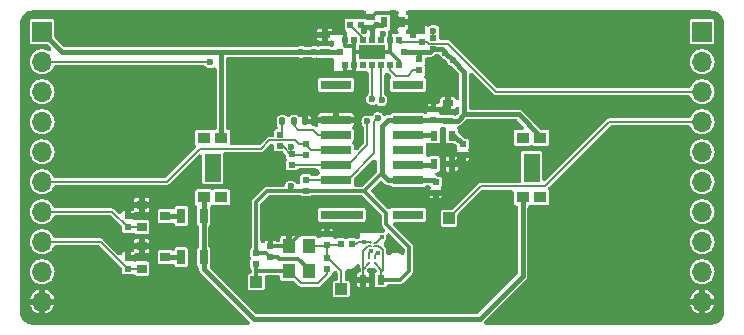
<source format=gbl>
G04 #@! TF.GenerationSoftware,KiCad,Pcbnew,6.0.0-d3dd2cf0fa~116~ubuntu20.04.1*
G04 #@! TF.CreationDate,2022-01-03T21:45:18+01:00*
G04 #@! TF.ProjectId,teebeutel_image_sensor,74656562-6575-4746-956c-5f696d616765,rev?*
G04 #@! TF.SameCoordinates,Original*
G04 #@! TF.FileFunction,Copper,L2,Bot*
G04 #@! TF.FilePolarity,Positive*
%FSLAX46Y46*%
G04 Gerber Fmt 4.6, Leading zero omitted, Abs format (unit mm)*
G04 Created by KiCad (PCBNEW 6.0.0-d3dd2cf0fa~116~ubuntu20.04.1) date 2022-01-03 21:45:18*
%MOMM*%
%LPD*%
G01*
G04 APERTURE LIST*
G04 Aperture macros list*
%AMRoundRect*
0 Rectangle with rounded corners*
0 $1 Rounding radius*
0 $2 $3 $4 $5 $6 $7 $8 $9 X,Y pos of 4 corners*
0 Add a 4 corners polygon primitive as box body*
4,1,4,$2,$3,$4,$5,$6,$7,$8,$9,$2,$3,0*
0 Add four circle primitives for the rounded corners*
1,1,$1+$1,$2,$3*
1,1,$1+$1,$4,$5*
1,1,$1+$1,$6,$7*
1,1,$1+$1,$8,$9*
0 Add four rect primitives between the rounded corners*
20,1,$1+$1,$2,$3,$4,$5,0*
20,1,$1+$1,$4,$5,$6,$7,0*
20,1,$1+$1,$6,$7,$8,$9,0*
20,1,$1+$1,$8,$9,$2,$3,0*%
%AMHorizOval*
0 Thick line with rounded ends*
0 $1 width*
0 $2 $3 position (X,Y) of the first rounded end (center of the circle)*
0 $4 $5 position (X,Y) of the second rounded end (center of the circle)*
0 Add line between two ends*
20,1,$1,$2,$3,$4,$5,0*
0 Add two circle primitives to create the rounded ends*
1,1,$1,$2,$3*
1,1,$1,$4,$5*%
%AMFreePoly0*
4,1,7,0.250000,-0.360000,0.010000,-0.360000,0.010000,-0.250000,-0.250000,-0.250000,-0.250000,0.250000,0.250000,0.250000,0.250000,-0.360000,0.250000,-0.360000,$1*%
G04 Aperture macros list end*
G04 #@! TA.AperFunction,ComponentPad*
%ADD10R,1.700000X1.700000*%
G04 #@! TD*
G04 #@! TA.AperFunction,ComponentPad*
%ADD11O,1.700000X1.700000*%
G04 #@! TD*
G04 #@! TA.AperFunction,SMDPad,CuDef*
%ADD12R,0.600000X0.500000*%
G04 #@! TD*
G04 #@! TA.AperFunction,SMDPad,CuDef*
%ADD13R,0.600000X0.900000*%
G04 #@! TD*
G04 #@! TA.AperFunction,SMDPad,CuDef*
%ADD14R,0.900000X0.600000*%
G04 #@! TD*
G04 #@! TA.AperFunction,SMDPad,CuDef*
%ADD15RoundRect,0.147500X0.147500X0.172500X-0.147500X0.172500X-0.147500X-0.172500X0.147500X-0.172500X0*%
G04 #@! TD*
G04 #@! TA.AperFunction,SMDPad,CuDef*
%ADD16R,0.500000X0.600000*%
G04 #@! TD*
G04 #@! TA.AperFunction,ComponentPad*
%ADD17R,1.000000X1.000000*%
G04 #@! TD*
G04 #@! TA.AperFunction,SMDPad,CuDef*
%ADD18HorizOval,0.180000X-0.021213X-0.021213X0.021213X0.021213X0*%
G04 #@! TD*
G04 #@! TA.AperFunction,SMDPad,CuDef*
%ADD19HorizOval,0.180000X-0.021213X0.021213X0.021213X-0.021213X0*%
G04 #@! TD*
G04 #@! TA.AperFunction,SMDPad,CuDef*
%ADD20C,0.130000*%
G04 #@! TD*
G04 #@! TA.AperFunction,SMDPad,CuDef*
%ADD21R,3.600000X0.800000*%
G04 #@! TD*
G04 #@! TA.AperFunction,SMDPad,CuDef*
%ADD22R,2.600000X0.700000*%
G04 #@! TD*
G04 #@! TA.AperFunction,SMDPad,CuDef*
%ADD23R,2.640000X0.800000*%
G04 #@! TD*
G04 #@! TA.AperFunction,SMDPad,CuDef*
%ADD24FreePoly0,0.000000*%
G04 #@! TD*
G04 #@! TA.AperFunction,SMDPad,CuDef*
%ADD25R,0.500000X0.500000*%
G04 #@! TD*
G04 #@! TA.AperFunction,SMDPad,CuDef*
%ADD26R,2.316000X1.200000*%
G04 #@! TD*
G04 #@! TA.AperFunction,SMDPad,CuDef*
%ADD27R,1.100000X1.300000*%
G04 #@! TD*
G04 #@! TA.AperFunction,SMDPad,CuDef*
%ADD28R,1.100000X0.950000*%
G04 #@! TD*
G04 #@! TA.AperFunction,SMDPad,CuDef*
%ADD29R,1.400000X2.400000*%
G04 #@! TD*
G04 #@! TA.AperFunction,SMDPad,CuDef*
%ADD30R,0.900000X0.800000*%
G04 #@! TD*
G04 #@! TA.AperFunction,SMDPad,CuDef*
%ADD31R,0.700000X1.300000*%
G04 #@! TD*
G04 #@! TA.AperFunction,ViaPad*
%ADD32C,0.600000*%
G04 #@! TD*
G04 #@! TA.AperFunction,ViaPad*
%ADD33C,0.400000*%
G04 #@! TD*
G04 #@! TA.AperFunction,Conductor*
%ADD34C,0.300000*%
G04 #@! TD*
G04 #@! TA.AperFunction,Conductor*
%ADD35C,0.400000*%
G04 #@! TD*
G04 #@! TA.AperFunction,Conductor*
%ADD36C,0.200000*%
G04 #@! TD*
G04 #@! TA.AperFunction,Conductor*
%ADD37C,0.127000*%
G04 #@! TD*
G04 #@! TA.AperFunction,Conductor*
%ADD38C,0.150000*%
G04 #@! TD*
G04 APERTURE END LIST*
D10*
X127940000Y-80000000D03*
D11*
X127940000Y-82540000D03*
X127940000Y-85080000D03*
X127940000Y-87620000D03*
X127940000Y-90160000D03*
X127940000Y-92700000D03*
X127940000Y-95240000D03*
X127940000Y-97780000D03*
X127940000Y-100320000D03*
X127940000Y-102860000D03*
D10*
X72060000Y-80000000D03*
D11*
X72060000Y-82540000D03*
X72060000Y-85080000D03*
X72060000Y-87620000D03*
X72060000Y-90160000D03*
X72060000Y-92700000D03*
X72060000Y-95240000D03*
X72060000Y-97780000D03*
X72060000Y-100320000D03*
X72060000Y-102860000D03*
D12*
X91400000Y-99070000D03*
X91400000Y-98130000D03*
X96200000Y-98070000D03*
X96200000Y-97130000D03*
D13*
X100750000Y-101000000D03*
X99250000Y-101000000D03*
X105250000Y-88800000D03*
X106750000Y-88800000D03*
D14*
X96000000Y-81750000D03*
X96000000Y-80250000D03*
D13*
X105250000Y-91200000D03*
X106750000Y-91200000D03*
D12*
X100000000Y-79670000D03*
X100000000Y-78730000D03*
X105400000Y-92730000D03*
X105400000Y-93670000D03*
D13*
X101050000Y-79200000D03*
X102550000Y-79200000D03*
D14*
X106400000Y-87550000D03*
X106400000Y-86050000D03*
D15*
X94360000Y-87600000D03*
X93385000Y-87600000D03*
X92415000Y-87600000D03*
D12*
X90200000Y-98730000D03*
X90200000Y-99670000D03*
X92200000Y-89670000D03*
X92200000Y-88730000D03*
X94400000Y-93470000D03*
X94400000Y-92530000D03*
D16*
X99070000Y-79400000D03*
X98130000Y-79400000D03*
D12*
X105200000Y-81470000D03*
X105200000Y-80530000D03*
X93200000Y-90330000D03*
X93200000Y-91270000D03*
D16*
X97330000Y-98000000D03*
X98270000Y-98000000D03*
D12*
X104000000Y-83270000D03*
X104000000Y-82330000D03*
X104200000Y-79930000D03*
X104200000Y-80870000D03*
X94400000Y-90470000D03*
X94400000Y-89530000D03*
X107700000Y-89530000D03*
X107700000Y-90470000D03*
X96200000Y-99130000D03*
X96200000Y-100070000D03*
D17*
X97400000Y-101800000D03*
X106500000Y-95800000D03*
X90200000Y-101200000D03*
D18*
X99780000Y-99620000D03*
D19*
X100220000Y-99620000D03*
X99780000Y-99180000D03*
D18*
X100220000Y-99180000D03*
D20*
X99875000Y-98125000D03*
X100125000Y-98125000D03*
X99875000Y-97875000D03*
X100125000Y-97875000D03*
D21*
X97450000Y-95500000D03*
D22*
X96950000Y-92540000D03*
X96950000Y-91270000D03*
X96950000Y-90000000D03*
X96950000Y-88730000D03*
X96950000Y-87460000D03*
D23*
X96950000Y-84500000D03*
X103050000Y-84500000D03*
D22*
X103050000Y-87460000D03*
X103050000Y-88730000D03*
X103050000Y-90000000D03*
X103050000Y-91270000D03*
X103050000Y-92573000D03*
D23*
X103030000Y-95500000D03*
D24*
X102300000Y-80690000D03*
D25*
X101550000Y-80690000D03*
X100750000Y-80690000D03*
X100000000Y-80690000D03*
X99250000Y-80690000D03*
X98450000Y-80690000D03*
X97700000Y-80690000D03*
X102710000Y-81750000D03*
D26*
X100000000Y-81750000D03*
D25*
X97300000Y-81750000D03*
X102300000Y-82810000D03*
X101550000Y-82810000D03*
X100750000Y-82810000D03*
X100000000Y-82810000D03*
X99250000Y-82810000D03*
X98450000Y-82810000D03*
X97700000Y-82810000D03*
D27*
X92975000Y-100250000D03*
X92975000Y-98150000D03*
X94625000Y-98150000D03*
X94625000Y-100250000D03*
D12*
X105200000Y-87470000D03*
X105200000Y-86530000D03*
D28*
X87250000Y-94025000D03*
X85750000Y-88975000D03*
D29*
X86500000Y-91500000D03*
D28*
X85750000Y-94025000D03*
X87250000Y-88975000D03*
X114250000Y-94025000D03*
X112750000Y-88975000D03*
D29*
X113500000Y-91500000D03*
D28*
X112750000Y-94025000D03*
X114250000Y-88975000D03*
D30*
X80500000Y-100050000D03*
X80500000Y-98150000D03*
X82500000Y-99100000D03*
X80500000Y-96550000D03*
X80500000Y-94650000D03*
X82500000Y-95600000D03*
D12*
X79300000Y-100070000D03*
X79300000Y-99130000D03*
X79300000Y-96570000D03*
X79300000Y-95630000D03*
D31*
X85750000Y-99100000D03*
X83850000Y-99100000D03*
X85750000Y-95600000D03*
X83850000Y-95600000D03*
D32*
X105000000Y-96100000D03*
X89800000Y-102600000D03*
X74900000Y-99200000D03*
X84700000Y-92500000D03*
X88600000Y-87900000D03*
X108900000Y-84700000D03*
X89000000Y-95500000D03*
X109200000Y-94300000D03*
X74700000Y-83600000D03*
X111400000Y-94000000D03*
X106700000Y-94300000D03*
X99000000Y-92500000D03*
X115700000Y-93400000D03*
X99250000Y-84000000D03*
X101750000Y-98250000D03*
X106000000Y-90000000D03*
X94500000Y-86500000D03*
X86100000Y-87800000D03*
X125800000Y-86700000D03*
X89000000Y-94000000D03*
X120500000Y-88500000D03*
X95200000Y-94300000D03*
X98250000Y-100500000D03*
X91000000Y-95250000D03*
X98750000Y-94250000D03*
X98900000Y-88300000D03*
X92000000Y-101500000D03*
X97226856Y-79028560D03*
X98100000Y-83500000D03*
X74800000Y-94000000D03*
X74900000Y-96600000D03*
X107500000Y-79750000D03*
X91250000Y-97250000D03*
X117100000Y-84100000D03*
X82200000Y-97900000D03*
X106200000Y-97300000D03*
X125800000Y-88500000D03*
X125800000Y-84000000D03*
X99350000Y-81750000D03*
X106800000Y-83800000D03*
X92800000Y-96800000D03*
X86300000Y-102200000D03*
X95100000Y-91900000D03*
X100750000Y-93500000D03*
X120400000Y-86800000D03*
X118400000Y-92200000D03*
X108000000Y-95800000D03*
X100650000Y-81750000D03*
X125600000Y-81100000D03*
X111900000Y-92200000D03*
X101470000Y-86530000D03*
X111100000Y-98000000D03*
X106750000Y-92250000D03*
X125800000Y-92600000D03*
X99900000Y-101000000D03*
X99255000Y-86855000D03*
X102900000Y-96600000D03*
X104100000Y-98200000D03*
X82200000Y-94400000D03*
X125600000Y-78900000D03*
X91200000Y-90600000D03*
X99000000Y-103000000D03*
X86900000Y-97300000D03*
X89250000Y-99250000D03*
X100300000Y-96400000D03*
X86600000Y-80600000D03*
X114800000Y-92000000D03*
X85100000Y-83500000D03*
X74600000Y-80600000D03*
X109000000Y-82100000D03*
X84700000Y-97300000D03*
X101825000Y-78475000D03*
X107900000Y-93100000D03*
X114300000Y-87200000D03*
X99300000Y-102000000D03*
X94400000Y-80200000D03*
X104530000Y-93670000D03*
X97000000Y-86250000D03*
X74700000Y-88900000D03*
X108500000Y-88100000D03*
X92000000Y-92400000D03*
X94500000Y-95500000D03*
X88500000Y-82800000D03*
X111600000Y-89900000D03*
X97100000Y-97000000D03*
X119000000Y-90000000D03*
X108700000Y-102800000D03*
X105200000Y-82800000D03*
X87000000Y-99500000D03*
X84700000Y-100300000D03*
X95000000Y-103000000D03*
X115400000Y-90000000D03*
X103550000Y-79250000D03*
X105100000Y-85400000D03*
X112500000Y-102800000D03*
X100000000Y-85700000D03*
X99600000Y-87600000D03*
X100500000Y-87300000D03*
X100800000Y-85800000D03*
D33*
X100472990Y-98700000D03*
X100800000Y-97400000D03*
D32*
X95100000Y-81700000D03*
X94000000Y-81700000D03*
X93100000Y-93100000D03*
X106215000Y-81785000D03*
X93100000Y-89800000D03*
X100450002Y-79449998D03*
X99300000Y-79900000D03*
X106865000Y-82435000D03*
X86300000Y-82600000D03*
X100892690Y-80150000D03*
X105200000Y-79900000D03*
D33*
X99299990Y-97800000D03*
X99900000Y-98600000D03*
D34*
X99350000Y-81750000D02*
X98542000Y-81750000D01*
X100650000Y-81750000D02*
X101520002Y-81750000D01*
X101825000Y-78475000D02*
X102550000Y-79200000D01*
X98100000Y-83500000D02*
X97840000Y-83500000D01*
X103550000Y-79250000D02*
X103500000Y-79200000D01*
D35*
X101470000Y-86530000D02*
X104500000Y-86530000D01*
X99255000Y-86855000D02*
X99580000Y-86530000D01*
D34*
X106750000Y-92250000D02*
X106750000Y-92920000D01*
X98542000Y-81750000D02*
X98450000Y-81842000D01*
X98542000Y-81750000D02*
X98450000Y-81658000D01*
X98450000Y-81250000D02*
X98422999Y-81222999D01*
D35*
X99250000Y-101000000D02*
X99250000Y-101950000D01*
D36*
X96950000Y-87460000D02*
X94500000Y-87460000D01*
D34*
X98450000Y-82810000D02*
X98450000Y-83360000D01*
D37*
X99250000Y-100150000D02*
X99780000Y-99620000D01*
D34*
X97360000Y-80140000D02*
X96110000Y-80140000D01*
X100000000Y-81750000D02*
X99350000Y-81750000D01*
D35*
X99250000Y-101950000D02*
X99300000Y-102000000D01*
X96950000Y-87460000D02*
X98650000Y-87460000D01*
D34*
X97840000Y-83500000D02*
X97700000Y-83360000D01*
X100000000Y-81750000D02*
X100650000Y-81750000D01*
D35*
X92975000Y-98150000D02*
X92975000Y-96975000D01*
D37*
X99600000Y-98200000D02*
X99669499Y-98130501D01*
D35*
X98900000Y-87710000D02*
X98900000Y-87875736D01*
X98650000Y-87460000D02*
X99255000Y-86855000D01*
D34*
X104200000Y-79900000D02*
X103550000Y-79250000D01*
X97700000Y-80180000D02*
X97700000Y-80690000D01*
X101520002Y-81750000D02*
X101550000Y-81720002D01*
X100000000Y-78730000D02*
X97525416Y-78730000D01*
X106750000Y-91200000D02*
X106750000Y-92250000D01*
X101550000Y-81240000D02*
X101550000Y-80690000D01*
D35*
X105400000Y-93670000D02*
X104530000Y-93670000D01*
D34*
X97700000Y-83360000D02*
X97700000Y-82810000D01*
X97360000Y-80140000D02*
X97360000Y-79161704D01*
D36*
X99250000Y-98550000D02*
X99600000Y-98200000D01*
D34*
X91400000Y-98130000D02*
X92955000Y-98130000D01*
X101550000Y-81720002D02*
X101550000Y-81240000D01*
X97740000Y-80140000D02*
X97360000Y-80140000D01*
X96150000Y-80250000D02*
X96000000Y-80250000D01*
X101550000Y-80200000D02*
X102550000Y-79200000D01*
X96170000Y-97100000D02*
X93900000Y-97100000D01*
X98450000Y-80690000D02*
X98450000Y-81250000D01*
X98310000Y-83500000D02*
X98100000Y-83500000D01*
D35*
X105920000Y-86530000D02*
X106400000Y-86050000D01*
D34*
X96200000Y-97130000D02*
X96170000Y-97100000D01*
D36*
X99250000Y-101000000D02*
X99250000Y-100150000D01*
D35*
X104500000Y-86530000D02*
X105200000Y-86530000D01*
X99250000Y-101000000D02*
X99900000Y-101000000D01*
D34*
X106000000Y-93670000D02*
X105400000Y-93670000D01*
X98450000Y-83360000D02*
X98310000Y-83500000D01*
X106750000Y-92920000D02*
X106000000Y-93670000D01*
D35*
X98900000Y-87875736D02*
X98900000Y-88300000D01*
D34*
X97740000Y-80140000D02*
X97700000Y-80180000D01*
X98450000Y-81658000D02*
X98450000Y-80690000D01*
X101725010Y-78375010D02*
X101825000Y-78475000D01*
X101550000Y-80690000D02*
X101550000Y-80200000D01*
D35*
X106750000Y-91200000D02*
X106970000Y-91200000D01*
X96970000Y-97130000D02*
X97100000Y-97000000D01*
D36*
X94500000Y-87460000D02*
X94360000Y-87600000D01*
D35*
X92975000Y-96975000D02*
X92800000Y-96800000D01*
D34*
X97740000Y-81222999D02*
X97740000Y-80140000D01*
D35*
X105200000Y-86530000D02*
X105920000Y-86530000D01*
D34*
X98450000Y-81842000D02*
X98450000Y-82810000D01*
X100354990Y-78375010D02*
X101725010Y-78375010D01*
X93900000Y-97100000D02*
X92975000Y-98025000D01*
X92975000Y-98025000D02*
X92975000Y-98150000D01*
X104200000Y-79930000D02*
X104200000Y-79900000D01*
D35*
X99580000Y-86530000D02*
X101470000Y-86530000D01*
D34*
X102300000Y-82470002D02*
X101550000Y-81720002D01*
D36*
X99250000Y-100150000D02*
X99250000Y-98550000D01*
D34*
X92955000Y-98130000D02*
X92975000Y-98150000D01*
X96110000Y-80140000D02*
X96000000Y-80250000D01*
D35*
X96200000Y-97130000D02*
X96970000Y-97130000D01*
D34*
X100000000Y-78730000D02*
X100354990Y-78375010D01*
D35*
X98650000Y-87460000D02*
X98900000Y-87710000D01*
D34*
X102300000Y-82810000D02*
X102300000Y-82470002D01*
D35*
X106970000Y-91200000D02*
X107700000Y-90470000D01*
D34*
X97525416Y-78730000D02*
X97226856Y-79028560D01*
X97360000Y-79161704D02*
X97226856Y-79028560D01*
D37*
X99669499Y-98130501D02*
X99869499Y-98130501D01*
D34*
X98422999Y-81222999D02*
X97740000Y-81222999D01*
X103500000Y-79200000D02*
X102550000Y-79200000D01*
D36*
X97930000Y-91270000D02*
X99600000Y-89600000D01*
X100000000Y-82810000D02*
X100000000Y-83260000D01*
X96950000Y-91270000D02*
X93200000Y-91270000D01*
X99600000Y-88024264D02*
X99600000Y-87600000D01*
X99600000Y-89600000D02*
X99600000Y-88024264D01*
X96950000Y-91270000D02*
X97930000Y-91270000D01*
X100000000Y-83260000D02*
X100000000Y-85700000D01*
X96950000Y-92540000D02*
X94410000Y-92540000D01*
X100750000Y-82810000D02*
X100750000Y-85750000D01*
X100200001Y-87599999D02*
X100200001Y-90299999D01*
X100200001Y-90299999D02*
X97960000Y-92540000D01*
X100500000Y-87300000D02*
X100200001Y-87599999D01*
X100750000Y-85750000D02*
X100800000Y-85800000D01*
X94410000Y-92540000D02*
X94400000Y-92530000D01*
X97960000Y-92540000D02*
X96950000Y-92540000D01*
D37*
X100330501Y-97869499D02*
X100800000Y-97400000D01*
X100220000Y-99180000D02*
X100220000Y-98952990D01*
D38*
X114600000Y-93100000D02*
X109200000Y-93100000D01*
X109200000Y-93100000D02*
X106500000Y-95800000D01*
X120080000Y-87620000D02*
X114600000Y-93100000D01*
X127940000Y-87620000D02*
X120080000Y-87620000D01*
D37*
X100272991Y-98899999D02*
X100472990Y-98700000D01*
X100220000Y-98952990D02*
X100272991Y-98899999D01*
X100130501Y-97869499D02*
X100330501Y-97869499D01*
D36*
X102310000Y-80690000D02*
X102490000Y-80870000D01*
D38*
X110480000Y-85080000D02*
X127940000Y-85080000D01*
D36*
X102300000Y-80690000D02*
X102310000Y-80690000D01*
D38*
X104650000Y-80870000D02*
X104780000Y-81000000D01*
X104780000Y-81000000D02*
X106400000Y-81000000D01*
D36*
X102490000Y-80870000D02*
X104200000Y-80870000D01*
D38*
X104200000Y-80870000D02*
X104650000Y-80870000D01*
X106400000Y-81000000D02*
X110480000Y-85080000D01*
D35*
X100450002Y-79449998D02*
X100800002Y-79449998D01*
X99300000Y-79900000D02*
X99340000Y-79670000D01*
X106215000Y-81785000D02*
X105900000Y-81470000D01*
X106865000Y-82435000D02*
X106215000Y-81785000D01*
X87200000Y-81700000D02*
X87250000Y-81750000D01*
D36*
X92425000Y-89700000D02*
X92200000Y-89700000D01*
D35*
X107800000Y-83370000D02*
X106865000Y-82435000D01*
D37*
X100600000Y-98200000D02*
X100530501Y-98130501D01*
D34*
X91130000Y-93470000D02*
X93070000Y-93470000D01*
D35*
X94000000Y-81700000D02*
X87200000Y-81700000D01*
D34*
X101200000Y-95340000D02*
X99330000Y-93470000D01*
D38*
X93100000Y-90230000D02*
X93200000Y-90330000D01*
D35*
X103050000Y-87460000D02*
X105190000Y-87460000D01*
D38*
X93070000Y-93130000D02*
X93100000Y-93100000D01*
D35*
X99930000Y-79600000D02*
X99300000Y-79600000D01*
X104870000Y-81750000D02*
X103420000Y-81750000D01*
X105200000Y-87470000D02*
X106320000Y-87470000D01*
D36*
X100750000Y-100350000D02*
X100900000Y-100200000D01*
D35*
X87300000Y-81700000D02*
X73760000Y-81700000D01*
X104000000Y-81800000D02*
X104000000Y-82330000D01*
X105243000Y-92573000D02*
X105400000Y-92730000D01*
D34*
X100750000Y-101000000D02*
X102400000Y-101000000D01*
X99330000Y-93470000D02*
X94400000Y-93470000D01*
D35*
X100000000Y-79670000D02*
X100220002Y-79449998D01*
D36*
X93125000Y-90400000D02*
X92425000Y-89700000D01*
D37*
X100530501Y-98130501D02*
X100130501Y-98130501D01*
D36*
X100900000Y-100200000D02*
X100900000Y-98468036D01*
D35*
X100800000Y-92023000D02*
X101350000Y-92573000D01*
X100800000Y-88010000D02*
X100800000Y-92023000D01*
D34*
X90200000Y-98730000D02*
X91060000Y-98730000D01*
X91060000Y-98730000D02*
X91400000Y-99070000D01*
D35*
X100000000Y-79670000D02*
X99930000Y-79600000D01*
X103050000Y-87460000D02*
X101350000Y-87460000D01*
X101350000Y-92573000D02*
X103050000Y-92573000D01*
X114250000Y-88850000D02*
X114250000Y-88975000D01*
D34*
X92130000Y-99200000D02*
X93700000Y-99200000D01*
D35*
X100220002Y-79449998D02*
X100450002Y-79449998D01*
X100000000Y-80690000D02*
X100000000Y-79670000D01*
X106320000Y-87470000D02*
X106400000Y-87550000D01*
D34*
X90200000Y-98730000D02*
X90200000Y-94400000D01*
X102400000Y-101000000D02*
X103100000Y-100300000D01*
D35*
X96000000Y-81700000D02*
X94000000Y-81700000D01*
X102710000Y-81750000D02*
X103420000Y-81750000D01*
X106400000Y-87550000D02*
X107250000Y-87550000D01*
D34*
X92000000Y-99070000D02*
X92130000Y-99200000D01*
D36*
X100750000Y-101000000D02*
X100750000Y-100350000D01*
D35*
X103420000Y-81750000D02*
X103950000Y-81750000D01*
X107800000Y-87000000D02*
X107800000Y-83370000D01*
X105150000Y-81470000D02*
X104870000Y-81750000D01*
D38*
X93100000Y-89800000D02*
X93100000Y-90230000D01*
D36*
X94300000Y-90400000D02*
X94400000Y-90500000D01*
D37*
X100750000Y-100150000D02*
X100220000Y-99620000D01*
D35*
X105190000Y-87460000D02*
X105200000Y-87470000D01*
D36*
X100900000Y-98468036D02*
X100631964Y-98200000D01*
D34*
X103100000Y-98200000D02*
X101200000Y-96300000D01*
D35*
X107250000Y-87550000D02*
X107800000Y-87000000D01*
D37*
X100750000Y-100350000D02*
X100750000Y-100150000D01*
D35*
X101350000Y-87460000D02*
X100800000Y-88010000D01*
X112400000Y-87000000D02*
X114250000Y-88850000D01*
D34*
X103100000Y-100300000D02*
X103100000Y-98200000D01*
X91400000Y-99070000D02*
X92000000Y-99070000D01*
X101200000Y-96300000D02*
X101200000Y-95340000D01*
D35*
X105900000Y-81470000D02*
X105200000Y-81470000D01*
X103950000Y-81750000D02*
X104000000Y-81800000D01*
D36*
X93300000Y-90400000D02*
X94300000Y-90400000D01*
X93200000Y-90300000D02*
X93300000Y-90400000D01*
D34*
X93070000Y-93470000D02*
X94400000Y-93470000D01*
D35*
X96000000Y-81750000D02*
X97300000Y-81750000D01*
X99300000Y-79600000D02*
X99300000Y-79900000D01*
X103050000Y-92573000D02*
X105243000Y-92573000D01*
X107800000Y-87000000D02*
X112400000Y-87000000D01*
D34*
X93700000Y-99200000D02*
X94625000Y-100125000D01*
X90200000Y-94400000D02*
X91130000Y-93470000D01*
X100800000Y-92023000D02*
X100777000Y-92023000D01*
X94625000Y-100125000D02*
X94625000Y-100250000D01*
D38*
X93070000Y-93470000D02*
X93070000Y-93130000D01*
D35*
X87250000Y-81750000D02*
X87250000Y-88975000D01*
X99340000Y-79670000D02*
X99070000Y-79400000D01*
D36*
X93200000Y-90400000D02*
X93125000Y-90400000D01*
D35*
X105200000Y-81470000D02*
X105150000Y-81470000D01*
D34*
X100777000Y-92023000D02*
X99330000Y-93470000D01*
D35*
X100800002Y-79449998D02*
X101050000Y-79200000D01*
D36*
X93200000Y-90330000D02*
X93200000Y-90400000D01*
D35*
X73760000Y-81700000D02*
X72060000Y-80000000D01*
D36*
X86240000Y-82540000D02*
X72060000Y-82540000D01*
X100750000Y-80690000D02*
X100750000Y-80292690D01*
X100750000Y-80292690D02*
X100892690Y-80150000D01*
X105200000Y-79900000D02*
X105200000Y-80530000D01*
X86300000Y-82600000D02*
X86240000Y-82540000D01*
X94800000Y-90000000D02*
X94400000Y-89600000D01*
D38*
X93500000Y-89200000D02*
X91300000Y-89200000D01*
X82600000Y-92700000D02*
X72060000Y-92700000D01*
X85400000Y-89900000D02*
X82600000Y-92700000D01*
X93830000Y-89530000D02*
X93500000Y-89200000D01*
X94400000Y-89530000D02*
X93830000Y-89530000D01*
X91300000Y-89200000D02*
X90600000Y-89900000D01*
X90600000Y-89900000D02*
X85400000Y-89900000D01*
D36*
X96950000Y-90000000D02*
X94800000Y-90000000D01*
D38*
X79320000Y-96550000D02*
X79300000Y-96570000D01*
X80500000Y-96550000D02*
X79320000Y-96550000D01*
X77970000Y-95240000D02*
X72060000Y-95240000D01*
X79300000Y-96570000D02*
X77970000Y-95240000D01*
X79300000Y-100070000D02*
X77010000Y-97780000D01*
D36*
X80500000Y-100050000D02*
X79320000Y-100050000D01*
D38*
X77010000Y-97780000D02*
X72060000Y-97780000D01*
D36*
X92975000Y-100275000D02*
X92975000Y-100250000D01*
X94000000Y-101300000D02*
X92975000Y-100275000D01*
D34*
X90230000Y-100250000D02*
X90200000Y-100220000D01*
X92975000Y-100250000D02*
X90230000Y-100250000D01*
D36*
X95420000Y-101300000D02*
X94000000Y-101300000D01*
X96200000Y-100520000D02*
X95420000Y-101300000D01*
D34*
X90200000Y-101200000D02*
X90200000Y-99670000D01*
X90200000Y-100220000D02*
X90200000Y-99670000D01*
D36*
X96200000Y-100070000D02*
X96200000Y-100520000D01*
X94625000Y-98150000D02*
X96120000Y-98150000D01*
X97400000Y-100280000D02*
X96250000Y-99130000D01*
X96200000Y-98070000D02*
X97260000Y-98070000D01*
X96120000Y-98150000D02*
X96200000Y-98070000D01*
X97400000Y-101800000D02*
X97400000Y-100280000D01*
X96200000Y-98070000D02*
X96200000Y-99130000D01*
X97260000Y-98070000D02*
X97330000Y-98000000D01*
X96250000Y-99130000D02*
X96200000Y-99130000D01*
D35*
X106970000Y-88800000D02*
X107700000Y-89530000D01*
X106750000Y-88800000D02*
X106970000Y-88800000D01*
X103050000Y-88730000D02*
X105180000Y-88730000D01*
X105180000Y-88730000D02*
X105250000Y-88800000D01*
X105180000Y-91270000D02*
X105250000Y-91200000D01*
X103050000Y-91270000D02*
X105180000Y-91270000D01*
D36*
X92415000Y-87600000D02*
X92415000Y-88515000D01*
X92415000Y-88515000D02*
X92200000Y-88730000D01*
X95020000Y-88300000D02*
X93765000Y-88300000D01*
X96950000Y-88730000D02*
X95450000Y-88730000D01*
X95450000Y-88730000D02*
X95020000Y-88300000D01*
X93385000Y-87920000D02*
X93385000Y-87600000D01*
X93765000Y-88300000D02*
X93385000Y-87920000D01*
D38*
X99250000Y-80570000D02*
X98130000Y-79450000D01*
X98130000Y-79450000D02*
X98130000Y-79400000D01*
X99250000Y-80690000D02*
X99250000Y-80570000D01*
D37*
X99780000Y-98720000D02*
X99900000Y-98600000D01*
X99400000Y-97800000D02*
X99800000Y-97800000D01*
X99800000Y-97800000D02*
X99869499Y-97869499D01*
X98647000Y-98000000D02*
X98847000Y-97800000D01*
X98847000Y-97800000D02*
X99400000Y-97800000D01*
X98270000Y-98000000D02*
X98647000Y-98000000D01*
X99400000Y-97800000D02*
X99299990Y-97800000D01*
X99780000Y-99180000D02*
X99780000Y-98720000D01*
D36*
X102010000Y-83720000D02*
X103050000Y-83720000D01*
X103050000Y-83720000D02*
X103500000Y-83270000D01*
X103500000Y-83270000D02*
X104000000Y-83270000D01*
X101550000Y-82810000D02*
X101550000Y-83260000D01*
X101550000Y-83260000D02*
X102010000Y-83720000D01*
D35*
X112750000Y-94025000D02*
X112750000Y-100650000D01*
X109100000Y-104300000D02*
X90000000Y-104300000D01*
X85750000Y-100050000D02*
X85750000Y-94025000D01*
X90000000Y-104300000D02*
X85750000Y-100050000D01*
X112750000Y-100650000D02*
X109100000Y-104300000D01*
X83850000Y-99100000D02*
X82500000Y-99100000D01*
X83750000Y-95600000D02*
X82400000Y-95600000D01*
G04 #@! TA.AperFunction,Conductor*
G36*
X128655404Y-78199121D02*
G01*
X128677802Y-78199160D01*
X128699642Y-78204182D01*
X128710598Y-78201703D01*
X128716027Y-78202952D01*
X128716243Y-78200425D01*
X128716244Y-78200425D01*
X128769910Y-78205005D01*
X128869629Y-78213515D01*
X128902976Y-78219249D01*
X129035549Y-78253862D01*
X129051264Y-78257965D01*
X129083163Y-78269267D01*
X129222758Y-78332556D01*
X129252271Y-78349096D01*
X129379117Y-78435117D01*
X129405402Y-78456417D01*
X129515848Y-78562697D01*
X129538144Y-78588145D01*
X129587686Y-78655475D01*
X129628974Y-78711588D01*
X129646640Y-78740451D01*
X129715244Y-78877504D01*
X129727764Y-78908946D01*
X129772152Y-79055640D01*
X129779163Y-79088744D01*
X129798098Y-79241181D01*
X129796705Y-79241354D01*
X129797394Y-79244890D01*
X129794995Y-79257527D01*
X129799426Y-79274118D01*
X129799017Y-79276271D01*
X129800001Y-79276271D01*
X129800959Y-103654691D01*
X129800879Y-103655393D01*
X129800840Y-103677802D01*
X129795818Y-103699642D01*
X129798297Y-103710598D01*
X129797048Y-103716027D01*
X129799575Y-103716243D01*
X129786485Y-103869628D01*
X129780751Y-103902976D01*
X129769947Y-103944360D01*
X129742035Y-104051264D01*
X129730733Y-104083163D01*
X129673686Y-104208991D01*
X129667446Y-104222754D01*
X129650904Y-104252271D01*
X129626395Y-104288412D01*
X129564886Y-104379113D01*
X129543583Y-104405402D01*
X129474447Y-104477248D01*
X129437306Y-104515845D01*
X129411855Y-104538144D01*
X129388468Y-104555352D01*
X129288412Y-104628974D01*
X129259548Y-104646640D01*
X129137905Y-104707531D01*
X129122496Y-104715244D01*
X129091054Y-104727764D01*
X128944360Y-104772152D01*
X128911256Y-104779163D01*
X128758819Y-104798098D01*
X128758646Y-104796703D01*
X128755104Y-104797393D01*
X128742473Y-104794995D01*
X128725882Y-104799426D01*
X128723729Y-104799017D01*
X128723729Y-104800001D01*
X109646503Y-104800320D01*
X109560161Y-104780614D01*
X109490919Y-104725397D01*
X109452491Y-104645605D01*
X109452490Y-104557042D01*
X109490914Y-104477248D01*
X109505787Y-104460606D01*
X110838994Y-103127399D01*
X126924313Y-103127399D01*
X126956328Y-103239048D01*
X126963457Y-103257053D01*
X127048685Y-103422890D01*
X127059181Y-103439176D01*
X127174989Y-103585290D01*
X127188452Y-103599231D01*
X127330439Y-103720071D01*
X127346349Y-103731129D01*
X127509099Y-103822086D01*
X127526860Y-103829846D01*
X127668673Y-103875924D01*
X127686485Y-103877527D01*
X127690000Y-103866707D01*
X127690000Y-103857982D01*
X128190000Y-103857982D01*
X128193979Y-103875416D01*
X128207868Y-103875416D01*
X128312173Y-103846293D01*
X128330224Y-103839292D01*
X128496655Y-103755221D01*
X128513011Y-103744842D01*
X128659939Y-103630049D01*
X128673960Y-103616696D01*
X128795795Y-103475550D01*
X128806961Y-103459721D01*
X128899059Y-103297599D01*
X128906935Y-103279908D01*
X128956380Y-103131274D01*
X128958107Y-103113479D01*
X128947650Y-103110000D01*
X128212423Y-103110000D01*
X128193453Y-103114330D01*
X128190000Y-103121500D01*
X128190000Y-103857982D01*
X127690000Y-103857982D01*
X127690000Y-103132423D01*
X127685670Y-103113453D01*
X127678500Y-103110000D01*
X126941747Y-103110000D01*
X126924313Y-103113979D01*
X126924313Y-103127399D01*
X110838994Y-103127399D01*
X111359945Y-102606448D01*
X126922995Y-102606448D01*
X126934192Y-102610000D01*
X127667577Y-102610000D01*
X127686547Y-102605670D01*
X127690000Y-102598500D01*
X127690000Y-102587577D01*
X128190000Y-102587577D01*
X128194330Y-102606547D01*
X128201500Y-102610000D01*
X128938958Y-102610000D01*
X128956392Y-102606021D01*
X128956392Y-102593476D01*
X128918284Y-102467258D01*
X128910901Y-102449345D01*
X128823371Y-102284726D01*
X128812645Y-102268582D01*
X128694807Y-102124097D01*
X128681153Y-102110348D01*
X128537495Y-101991503D01*
X128521431Y-101980668D01*
X128357421Y-101891989D01*
X128339566Y-101884483D01*
X128211419Y-101844815D01*
X128193589Y-101843461D01*
X128190000Y-101855057D01*
X128190000Y-102587577D01*
X127690000Y-102587577D01*
X127690000Y-101861422D01*
X127686021Y-101843988D01*
X127673049Y-101843988D01*
X127554099Y-101878997D01*
X127536135Y-101886255D01*
X127370897Y-101972639D01*
X127354691Y-101983244D01*
X127209385Y-102100074D01*
X127195544Y-102113628D01*
X127075690Y-102256464D01*
X127064752Y-102272438D01*
X126974925Y-102435832D01*
X126967296Y-102453633D01*
X126924473Y-102588627D01*
X126922995Y-102606448D01*
X111359945Y-102606448D01*
X113055484Y-100910909D01*
X113055487Y-100910905D01*
X113078050Y-100888342D01*
X113085424Y-100873870D01*
X113101745Y-100847237D01*
X113102091Y-100846761D01*
X113102093Y-100846758D01*
X113111297Y-100834089D01*
X113116318Y-100818636D01*
X113128273Y-100789774D01*
X113128537Y-100789256D01*
X113135646Y-100775304D01*
X113138188Y-100759254D01*
X113145478Y-100728889D01*
X113145660Y-100728329D01*
X113150500Y-100713433D01*
X113150500Y-100305262D01*
X126884520Y-100305262D01*
X126889212Y-100361133D01*
X126900831Y-100499500D01*
X126901759Y-100510553D01*
X126904441Y-100519908D01*
X126904442Y-100519911D01*
X126955862Y-100699234D01*
X126958544Y-100708586D01*
X126962991Y-100717239D01*
X127036314Y-100859910D01*
X127052712Y-100891818D01*
X127058759Y-100899447D01*
X127058760Y-100899449D01*
X127174628Y-101045639D01*
X127174632Y-101045643D01*
X127180677Y-101053270D01*
X127337564Y-101186791D01*
X127346057Y-101191538D01*
X127346062Y-101191541D01*
X127427481Y-101237044D01*
X127517398Y-101287297D01*
X127526653Y-101290304D01*
X127526655Y-101290305D01*
X127704070Y-101347951D01*
X127704074Y-101347952D01*
X127713329Y-101350959D01*
X127722993Y-101352111D01*
X127722996Y-101352112D01*
X127908232Y-101374199D01*
X127908233Y-101374199D01*
X127917894Y-101375351D01*
X127927590Y-101374605D01*
X127927592Y-101374605D01*
X127988037Y-101369954D01*
X128123300Y-101359546D01*
X128321725Y-101304145D01*
X128330404Y-101299761D01*
X128330409Y-101299759D01*
X128496929Y-101215643D01*
X128496928Y-101215643D01*
X128505610Y-101211258D01*
X128667951Y-101084424D01*
X128759614Y-100978231D01*
X128796208Y-100935836D01*
X128796210Y-100935834D01*
X128802564Y-100928472D01*
X128904323Y-100749344D01*
X128907931Y-100738500D01*
X128966279Y-100563098D01*
X128966279Y-100563097D01*
X128969351Y-100553863D01*
X128992263Y-100372495D01*
X128994475Y-100354984D01*
X128994475Y-100354983D01*
X128995171Y-100349474D01*
X128995270Y-100342430D01*
X128995439Y-100330268D01*
X128995583Y-100320000D01*
X128994110Y-100304971D01*
X128979387Y-100154819D01*
X128975480Y-100114970D01*
X128915935Y-99917749D01*
X128909390Y-99905438D01*
X128853461Y-99800252D01*
X128819218Y-99735849D01*
X128809253Y-99723630D01*
X128695163Y-99583743D01*
X128689011Y-99576200D01*
X128617025Y-99516648D01*
X128537776Y-99451087D01*
X128537774Y-99451085D01*
X128530275Y-99444882D01*
X128487993Y-99422020D01*
X128357618Y-99351527D01*
X128349055Y-99346897D01*
X128339757Y-99344019D01*
X128339755Y-99344018D01*
X128224297Y-99308278D01*
X128152254Y-99285977D01*
X127988376Y-99268753D01*
X127957046Y-99265460D01*
X127957045Y-99265460D01*
X127947369Y-99264443D01*
X127742203Y-99283114D01*
X127732864Y-99285863D01*
X127732862Y-99285863D01*
X127553918Y-99338529D01*
X127553915Y-99338530D01*
X127544572Y-99341280D01*
X127535941Y-99345792D01*
X127535939Y-99345793D01*
X127493339Y-99368064D01*
X127362002Y-99436726D01*
X127336825Y-99456969D01*
X127209028Y-99559719D01*
X127209024Y-99559723D01*
X127201447Y-99565815D01*
X127195194Y-99573267D01*
X127195193Y-99573268D01*
X127180322Y-99590991D01*
X127069024Y-99723630D01*
X126969776Y-99904162D01*
X126966834Y-99913437D01*
X126966833Y-99913439D01*
X126915694Y-100074652D01*
X126907484Y-100100532D01*
X126906400Y-100110196D01*
X126906399Y-100110201D01*
X126885948Y-100292527D01*
X126884520Y-100305262D01*
X113150500Y-100305262D01*
X113150500Y-97765262D01*
X126884520Y-97765262D01*
X126901759Y-97970553D01*
X126904441Y-97979908D01*
X126904442Y-97979911D01*
X126955862Y-98159234D01*
X126958544Y-98168586D01*
X126962991Y-98177239D01*
X127047444Y-98341567D01*
X127052712Y-98351818D01*
X127058759Y-98359447D01*
X127058760Y-98359449D01*
X127174628Y-98505639D01*
X127174632Y-98505643D01*
X127180677Y-98513270D01*
X127188090Y-98519579D01*
X127188091Y-98519580D01*
X127247835Y-98570426D01*
X127337564Y-98646791D01*
X127346057Y-98651538D01*
X127346062Y-98651541D01*
X127417561Y-98691500D01*
X127517398Y-98747297D01*
X127526653Y-98750304D01*
X127526655Y-98750305D01*
X127704070Y-98807951D01*
X127704074Y-98807952D01*
X127713329Y-98810959D01*
X127722993Y-98812111D01*
X127722996Y-98812112D01*
X127908232Y-98834199D01*
X127908233Y-98834199D01*
X127917894Y-98835351D01*
X127927590Y-98834605D01*
X127927592Y-98834605D01*
X128000979Y-98828958D01*
X128123300Y-98819546D01*
X128321725Y-98764145D01*
X128330404Y-98759761D01*
X128330409Y-98759759D01*
X128496929Y-98675643D01*
X128496928Y-98675643D01*
X128505610Y-98671258D01*
X128667951Y-98544424D01*
X128753307Y-98445537D01*
X128796208Y-98395836D01*
X128796210Y-98395834D01*
X128802564Y-98388472D01*
X128904323Y-98209344D01*
X128913186Y-98182703D01*
X128966279Y-98023098D01*
X128966279Y-98023097D01*
X128969351Y-98013863D01*
X128995171Y-97809474D01*
X128995583Y-97780000D01*
X128994554Y-97769500D01*
X128982779Y-97649416D01*
X128975480Y-97574970D01*
X128915935Y-97377749D01*
X128911364Y-97369151D01*
X128861141Y-97274696D01*
X128819218Y-97195849D01*
X128809253Y-97183630D01*
X128695163Y-97043743D01*
X128689011Y-97036200D01*
X128620282Y-96979342D01*
X128537776Y-96911087D01*
X128537774Y-96911085D01*
X128530275Y-96904882D01*
X128349055Y-96806897D01*
X128339757Y-96804019D01*
X128339755Y-96804018D01*
X128250655Y-96776437D01*
X128152254Y-96745977D01*
X127988376Y-96728753D01*
X127957046Y-96725460D01*
X127957045Y-96725460D01*
X127947369Y-96724443D01*
X127742203Y-96743114D01*
X127732864Y-96745863D01*
X127732862Y-96745863D01*
X127553918Y-96798529D01*
X127553915Y-96798530D01*
X127544572Y-96801280D01*
X127535941Y-96805792D01*
X127535939Y-96805793D01*
X127450028Y-96850707D01*
X127362002Y-96896726D01*
X127309525Y-96938919D01*
X127209028Y-97019719D01*
X127209024Y-97019723D01*
X127201447Y-97025815D01*
X127195194Y-97033267D01*
X127195193Y-97033268D01*
X127185747Y-97044525D01*
X127069024Y-97183630D01*
X126969776Y-97364162D01*
X126966834Y-97373437D01*
X126966833Y-97373439D01*
X126911292Y-97548529D01*
X126907484Y-97560532D01*
X126906400Y-97570196D01*
X126906399Y-97570201D01*
X126885996Y-97752104D01*
X126884520Y-97765262D01*
X113150500Y-97765262D01*
X113150500Y-95225262D01*
X126884520Y-95225262D01*
X126888233Y-95269474D01*
X126900923Y-95420595D01*
X126901759Y-95430553D01*
X126904441Y-95439908D01*
X126904442Y-95439911D01*
X126926117Y-95515500D01*
X126958544Y-95628586D01*
X126962991Y-95637239D01*
X126983842Y-95677810D01*
X127052712Y-95811818D01*
X127058759Y-95819447D01*
X127058760Y-95819449D01*
X127174628Y-95965639D01*
X127174632Y-95965643D01*
X127180677Y-95973270D01*
X127188090Y-95979579D01*
X127188091Y-95979580D01*
X127264433Y-96044552D01*
X127337564Y-96106791D01*
X127346057Y-96111538D01*
X127346062Y-96111541D01*
X127381342Y-96131258D01*
X127517398Y-96207297D01*
X127526653Y-96210304D01*
X127526655Y-96210305D01*
X127704070Y-96267951D01*
X127704074Y-96267952D01*
X127713329Y-96270959D01*
X127722993Y-96272111D01*
X127722996Y-96272112D01*
X127908232Y-96294199D01*
X127908233Y-96294199D01*
X127917894Y-96295351D01*
X127927590Y-96294605D01*
X127927592Y-96294605D01*
X127988037Y-96289954D01*
X128123300Y-96279546D01*
X128321725Y-96224145D01*
X128330404Y-96219761D01*
X128330409Y-96219759D01*
X128496929Y-96135643D01*
X128496928Y-96135643D01*
X128505610Y-96131258D01*
X128667951Y-96004424D01*
X128770283Y-95885870D01*
X128796208Y-95855836D01*
X128796210Y-95855834D01*
X128802564Y-95848472D01*
X128904323Y-95669344D01*
X128917882Y-95628586D01*
X128966279Y-95483098D01*
X128966279Y-95483097D01*
X128969351Y-95473863D01*
X128992574Y-95290033D01*
X128994475Y-95274984D01*
X128994475Y-95274983D01*
X128995171Y-95269474D01*
X128995583Y-95240000D01*
X128993796Y-95221769D01*
X128976430Y-95044661D01*
X128975480Y-95034970D01*
X128915935Y-94837749D01*
X128911364Y-94829151D01*
X128864485Y-94740985D01*
X128819218Y-94655849D01*
X128809253Y-94643630D01*
X128695163Y-94503743D01*
X128689011Y-94496200D01*
X128577070Y-94403594D01*
X128537776Y-94371087D01*
X128537774Y-94371085D01*
X128530275Y-94364882D01*
X128349055Y-94266897D01*
X128339757Y-94264019D01*
X128339755Y-94264018D01*
X128250655Y-94236437D01*
X128152254Y-94205977D01*
X127988376Y-94188753D01*
X127957046Y-94185460D01*
X127957045Y-94185460D01*
X127947369Y-94184443D01*
X127742203Y-94203114D01*
X127732864Y-94205863D01*
X127732862Y-94205863D01*
X127553918Y-94258529D01*
X127553915Y-94258530D01*
X127544572Y-94261280D01*
X127535941Y-94265792D01*
X127535939Y-94265793D01*
X127477987Y-94296090D01*
X127362002Y-94356726D01*
X127322483Y-94388500D01*
X127209028Y-94479719D01*
X127209024Y-94479723D01*
X127201447Y-94485815D01*
X127195194Y-94493267D01*
X127195193Y-94493268D01*
X127181181Y-94509967D01*
X127069024Y-94643630D01*
X126969776Y-94824162D01*
X126966834Y-94833437D01*
X126966833Y-94833439D01*
X126910466Y-95011133D01*
X126907484Y-95020532D01*
X126906400Y-95030196D01*
X126906399Y-95030201D01*
X126886739Y-95205475D01*
X126884520Y-95225262D01*
X113150500Y-95225262D01*
X113150500Y-94896569D01*
X113170207Y-94810226D01*
X113225426Y-94740985D01*
X113305218Y-94702558D01*
X113317868Y-94700500D01*
X113319748Y-94700500D01*
X113378231Y-94688867D01*
X113394526Y-94677979D01*
X113412638Y-94670477D01*
X113413370Y-94672243D01*
X113472177Y-94649794D01*
X113560427Y-94657235D01*
X113591379Y-94672141D01*
X113605475Y-94677979D01*
X113621769Y-94688867D01*
X113658053Y-94696084D01*
X113670658Y-94698592D01*
X113670662Y-94698592D01*
X113680252Y-94700500D01*
X114819748Y-94700500D01*
X114829338Y-94698592D01*
X114829342Y-94698592D01*
X114841947Y-94696084D01*
X114878231Y-94688867D01*
X114894523Y-94677981D01*
X114894525Y-94677980D01*
X114928260Y-94655438D01*
X114944552Y-94644552D01*
X114988867Y-94578231D01*
X115000500Y-94519748D01*
X115000500Y-93530252D01*
X114988867Y-93471769D01*
X114944552Y-93405448D01*
X114943706Y-93404883D01*
X114905252Y-93343685D01*
X114895336Y-93255678D01*
X114924587Y-93172085D01*
X114952371Y-93137245D01*
X115404354Y-92685262D01*
X126884520Y-92685262D01*
X126887904Y-92725555D01*
X126897555Y-92840484D01*
X126901759Y-92890553D01*
X126904441Y-92899908D01*
X126904442Y-92899911D01*
X126955634Y-93078438D01*
X126958544Y-93088586D01*
X126962991Y-93097239D01*
X127030333Y-93228272D01*
X127052712Y-93271818D01*
X127058759Y-93279447D01*
X127058760Y-93279449D01*
X127174628Y-93425639D01*
X127174632Y-93425643D01*
X127180677Y-93433270D01*
X127188090Y-93439579D01*
X127188091Y-93439580D01*
X127224329Y-93470421D01*
X127337564Y-93566791D01*
X127346057Y-93571538D01*
X127346062Y-93571541D01*
X127381342Y-93591258D01*
X127517398Y-93667297D01*
X127526653Y-93670304D01*
X127526655Y-93670305D01*
X127704070Y-93727951D01*
X127704074Y-93727952D01*
X127713329Y-93730959D01*
X127722993Y-93732111D01*
X127722996Y-93732112D01*
X127908232Y-93754199D01*
X127908233Y-93754199D01*
X127917894Y-93755351D01*
X127927590Y-93754605D01*
X127927592Y-93754605D01*
X127988037Y-93749954D01*
X128123300Y-93739546D01*
X128321725Y-93684145D01*
X128330404Y-93679761D01*
X128330409Y-93679759D01*
X128496929Y-93595643D01*
X128496928Y-93595643D01*
X128505610Y-93591258D01*
X128667951Y-93464424D01*
X128742759Y-93377757D01*
X128796208Y-93315836D01*
X128796210Y-93315834D01*
X128802564Y-93308472D01*
X128904323Y-93129344D01*
X128907738Y-93119080D01*
X128966279Y-92943098D01*
X128966279Y-92943097D01*
X128969351Y-92933863D01*
X128995171Y-92729474D01*
X128995583Y-92700000D01*
X128975480Y-92494970D01*
X128915935Y-92297749D01*
X128911364Y-92289151D01*
X128874471Y-92219767D01*
X128819218Y-92115849D01*
X128809253Y-92103630D01*
X128695163Y-91963743D01*
X128689011Y-91956200D01*
X128582781Y-91868319D01*
X128537776Y-91831087D01*
X128537774Y-91831085D01*
X128530275Y-91824882D01*
X128349055Y-91726897D01*
X128339757Y-91724019D01*
X128339755Y-91724018D01*
X128195271Y-91679293D01*
X128152254Y-91665977D01*
X127983686Y-91648260D01*
X127957046Y-91645460D01*
X127957045Y-91645460D01*
X127947369Y-91644443D01*
X127742203Y-91663114D01*
X127732864Y-91665863D01*
X127732862Y-91665863D01*
X127553918Y-91718529D01*
X127553915Y-91718530D01*
X127544572Y-91721280D01*
X127535941Y-91725792D01*
X127535939Y-91725793D01*
X127492964Y-91748260D01*
X127362002Y-91816726D01*
X127311778Y-91857107D01*
X127209028Y-91939719D01*
X127209024Y-91939723D01*
X127201447Y-91945815D01*
X127195194Y-91953267D01*
X127195193Y-91953268D01*
X127171650Y-91981326D01*
X127069024Y-92103630D01*
X126969776Y-92284162D01*
X126966834Y-92293437D01*
X126966833Y-92293439D01*
X126910649Y-92470556D01*
X126907484Y-92480532D01*
X126906400Y-92490196D01*
X126906399Y-92490201D01*
X126887862Y-92655467D01*
X126884520Y-92685262D01*
X115404354Y-92685262D01*
X117944354Y-90145262D01*
X126884520Y-90145262D01*
X126888233Y-90189474D01*
X126899574Y-90324529D01*
X126901759Y-90350553D01*
X126904441Y-90359908D01*
X126904442Y-90359911D01*
X126955757Y-90538867D01*
X126958544Y-90548586D01*
X126962991Y-90557239D01*
X127047002Y-90720707D01*
X127052712Y-90731818D01*
X127058759Y-90739447D01*
X127058760Y-90739449D01*
X127174628Y-90885639D01*
X127174632Y-90885643D01*
X127180677Y-90893270D01*
X127188090Y-90899579D01*
X127188091Y-90899580D01*
X127260249Y-90960991D01*
X127337564Y-91026791D01*
X127346057Y-91031538D01*
X127346062Y-91031541D01*
X127381342Y-91051258D01*
X127517398Y-91127297D01*
X127526653Y-91130304D01*
X127526655Y-91130305D01*
X127704070Y-91187951D01*
X127704074Y-91187952D01*
X127713329Y-91190959D01*
X127722993Y-91192111D01*
X127722996Y-91192112D01*
X127908232Y-91214199D01*
X127908233Y-91214199D01*
X127917894Y-91215351D01*
X127927590Y-91214605D01*
X127927592Y-91214605D01*
X127988037Y-91209954D01*
X128123300Y-91199546D01*
X128321725Y-91144145D01*
X128330404Y-91139761D01*
X128330409Y-91139759D01*
X128496929Y-91055643D01*
X128496928Y-91055643D01*
X128505610Y-91051258D01*
X128667951Y-90924424D01*
X128762591Y-90814782D01*
X128796208Y-90775836D01*
X128796210Y-90775834D01*
X128802564Y-90768472D01*
X128904323Y-90589344D01*
X128911000Y-90569274D01*
X128966279Y-90403098D01*
X128966279Y-90403097D01*
X128969351Y-90393863D01*
X128995171Y-90189474D01*
X128995321Y-90178786D01*
X128995505Y-90165549D01*
X128995583Y-90160000D01*
X128994070Y-90144562D01*
X128984627Y-90048260D01*
X128975480Y-89954970D01*
X128915935Y-89757749D01*
X128908622Y-89743994D01*
X128871671Y-89674500D01*
X128819218Y-89575849D01*
X128809253Y-89563630D01*
X128695163Y-89423743D01*
X128689011Y-89416200D01*
X128582675Y-89328231D01*
X128537776Y-89291087D01*
X128537774Y-89291085D01*
X128530275Y-89284882D01*
X128349055Y-89186897D01*
X128339757Y-89184019D01*
X128339755Y-89184018D01*
X128235481Y-89151740D01*
X128152254Y-89125977D01*
X127972963Y-89107133D01*
X127957046Y-89105460D01*
X127957045Y-89105460D01*
X127947369Y-89104443D01*
X127742203Y-89123114D01*
X127732864Y-89125863D01*
X127732862Y-89125863D01*
X127553918Y-89178529D01*
X127553915Y-89178530D01*
X127544572Y-89181280D01*
X127535941Y-89185792D01*
X127535939Y-89185793D01*
X127468612Y-89220991D01*
X127362002Y-89276726D01*
X127333958Y-89299274D01*
X127209028Y-89399719D01*
X127209024Y-89399723D01*
X127201447Y-89405815D01*
X127195194Y-89413267D01*
X127195193Y-89413268D01*
X127184929Y-89425500D01*
X127069024Y-89563630D01*
X126969776Y-89744162D01*
X126966834Y-89753437D01*
X126966833Y-89753439D01*
X126920485Y-89899549D01*
X126907484Y-89940532D01*
X126906400Y-89950196D01*
X126906399Y-89950201D01*
X126887297Y-90120500D01*
X126884520Y-90145262D01*
X117944354Y-90145262D01*
X120135830Y-87953786D01*
X120210818Y-87906667D01*
X120276544Y-87895500D01*
X126779551Y-87895500D01*
X126865894Y-87915207D01*
X126935135Y-87970426D01*
X126957543Y-88009100D01*
X126958544Y-88008586D01*
X127044528Y-88175893D01*
X127052712Y-88191818D01*
X127058759Y-88199447D01*
X127058760Y-88199449D01*
X127174628Y-88345639D01*
X127174632Y-88345643D01*
X127180677Y-88353270D01*
X127188090Y-88359579D01*
X127188091Y-88359580D01*
X127202379Y-88371740D01*
X127337564Y-88486791D01*
X127346057Y-88491538D01*
X127346062Y-88491541D01*
X127419381Y-88532517D01*
X127517398Y-88587297D01*
X127526653Y-88590304D01*
X127526655Y-88590305D01*
X127704070Y-88647951D01*
X127704074Y-88647952D01*
X127713329Y-88650959D01*
X127722993Y-88652111D01*
X127722996Y-88652112D01*
X127908232Y-88674199D01*
X127908233Y-88674199D01*
X127917894Y-88675351D01*
X127927590Y-88674605D01*
X127927592Y-88674605D01*
X127988037Y-88669954D01*
X128123300Y-88659546D01*
X128321725Y-88604145D01*
X128330404Y-88599761D01*
X128330409Y-88599759D01*
X128496929Y-88515643D01*
X128496928Y-88515643D01*
X128505610Y-88511258D01*
X128667951Y-88384424D01*
X128764765Y-88272263D01*
X128796208Y-88235836D01*
X128796210Y-88235834D01*
X128802564Y-88228472D01*
X128904323Y-88049344D01*
X128909677Y-88033251D01*
X128966279Y-87863098D01*
X128966279Y-87863097D01*
X128969351Y-87853863D01*
X128995171Y-87649474D01*
X128995583Y-87620000D01*
X128993017Y-87593823D01*
X128985326Y-87515384D01*
X128975480Y-87414970D01*
X128915935Y-87217749D01*
X128905701Y-87198500D01*
X128855283Y-87103679D01*
X128819218Y-87035849D01*
X128812468Y-87027572D01*
X128695163Y-86883743D01*
X128689011Y-86876200D01*
X128584713Y-86789917D01*
X128537776Y-86751087D01*
X128537774Y-86751085D01*
X128530275Y-86744882D01*
X128349055Y-86646897D01*
X128339757Y-86644019D01*
X128339755Y-86644018D01*
X128211572Y-86604339D01*
X128152254Y-86585977D01*
X127988376Y-86568753D01*
X127957046Y-86565460D01*
X127957045Y-86565460D01*
X127947369Y-86564443D01*
X127742203Y-86583114D01*
X127732864Y-86585863D01*
X127732862Y-86585863D01*
X127553918Y-86638529D01*
X127553915Y-86638530D01*
X127544572Y-86641280D01*
X127535941Y-86645792D01*
X127535939Y-86645793D01*
X127531888Y-86647911D01*
X127362002Y-86736726D01*
X127343403Y-86751680D01*
X127209028Y-86859719D01*
X127209024Y-86859723D01*
X127201447Y-86865815D01*
X127195194Y-86873267D01*
X127195193Y-86873268D01*
X127179144Y-86892394D01*
X127069024Y-87023630D01*
X127064338Y-87032154D01*
X126976496Y-87191939D01*
X126969776Y-87204162D01*
X126966835Y-87213435D01*
X126962998Y-87222386D01*
X126960179Y-87221178D01*
X126924405Y-87282014D01*
X126850835Y-87331318D01*
X126779612Y-87344500D01*
X120126732Y-87344500D01*
X120110762Y-87342927D01*
X120099224Y-87342927D01*
X120080000Y-87339103D01*
X120052867Y-87344500D01*
X120002222Y-87354574D01*
X119972505Y-87360485D01*
X119904378Y-87406006D01*
X119903486Y-87404672D01*
X119903485Y-87404673D01*
X119904377Y-87406007D01*
X119881376Y-87421376D01*
X119870490Y-87437668D01*
X119862335Y-87445823D01*
X119852145Y-87458239D01*
X114740214Y-92570170D01*
X114665226Y-92617289D01*
X114577219Y-92627205D01*
X114493626Y-92597954D01*
X114431002Y-92535330D01*
X114401751Y-92451737D01*
X114400500Y-92429456D01*
X114400500Y-90280252D01*
X114388867Y-90221769D01*
X114344552Y-90155448D01*
X114320469Y-90139356D01*
X114294525Y-90122020D01*
X114294523Y-90122019D01*
X114278231Y-90111133D01*
X114241947Y-90103916D01*
X114229342Y-90101408D01*
X114229338Y-90101408D01*
X114219748Y-90099500D01*
X112780252Y-90099500D01*
X112770662Y-90101408D01*
X112770658Y-90101408D01*
X112758053Y-90103916D01*
X112721769Y-90111133D01*
X112705477Y-90122019D01*
X112705475Y-90122020D01*
X112679531Y-90139356D01*
X112655448Y-90155448D01*
X112611133Y-90221769D01*
X112599500Y-90280252D01*
X112599500Y-92625500D01*
X112579793Y-92711843D01*
X112524574Y-92781084D01*
X112444782Y-92819511D01*
X112400500Y-92824500D01*
X109246734Y-92824500D01*
X109230754Y-92822926D01*
X109219221Y-92822926D01*
X109200000Y-92819103D01*
X109180780Y-92822926D01*
X109111729Y-92836660D01*
X109111727Y-92836661D01*
X109092506Y-92840484D01*
X109076211Y-92851372D01*
X109076209Y-92851373D01*
X109060663Y-92861761D01*
X109024378Y-92886006D01*
X109024377Y-92886007D01*
X109001376Y-92901376D01*
X108990490Y-92917668D01*
X108982335Y-92925823D01*
X108972145Y-92938239D01*
X106869170Y-95041214D01*
X106794182Y-95088333D01*
X106728456Y-95099500D01*
X105980252Y-95099500D01*
X105970662Y-95101408D01*
X105970658Y-95101408D01*
X105958053Y-95103916D01*
X105921769Y-95111133D01*
X105905477Y-95122019D01*
X105905475Y-95122020D01*
X105905197Y-95122206D01*
X105855448Y-95155448D01*
X105844562Y-95171740D01*
X105824012Y-95202495D01*
X105811133Y-95221769D01*
X105799500Y-95280252D01*
X105799500Y-96319748D01*
X105811133Y-96378231D01*
X105822019Y-96394523D01*
X105822020Y-96394525D01*
X105831448Y-96408634D01*
X105855448Y-96444552D01*
X105871740Y-96455438D01*
X105905475Y-96477980D01*
X105905477Y-96477981D01*
X105921769Y-96488867D01*
X105958053Y-96496084D01*
X105970658Y-96498592D01*
X105970662Y-96498592D01*
X105980252Y-96500500D01*
X107019748Y-96500500D01*
X107029338Y-96498592D01*
X107029342Y-96498592D01*
X107041947Y-96496084D01*
X107078231Y-96488867D01*
X107094523Y-96477981D01*
X107094525Y-96477980D01*
X107128260Y-96455438D01*
X107144552Y-96444552D01*
X107168552Y-96408634D01*
X107177980Y-96394525D01*
X107177981Y-96394523D01*
X107188867Y-96378231D01*
X107200500Y-96319748D01*
X107200500Y-95571544D01*
X107220207Y-95485201D01*
X107258786Y-95430830D01*
X109255830Y-93433786D01*
X109330818Y-93386667D01*
X109396544Y-93375500D01*
X111800500Y-93375500D01*
X111886843Y-93395207D01*
X111956084Y-93450426D01*
X111994511Y-93530218D01*
X111999500Y-93574500D01*
X111999500Y-94519748D01*
X112011133Y-94578231D01*
X112055448Y-94644552D01*
X112071740Y-94655438D01*
X112105475Y-94677980D01*
X112105477Y-94677981D01*
X112121769Y-94688867D01*
X112180252Y-94700500D01*
X112179981Y-94701863D01*
X112253993Y-94726598D01*
X112317492Y-94788334D01*
X112347916Y-94871508D01*
X112349500Y-94896569D01*
X112349500Y-100401679D01*
X112329793Y-100488022D01*
X112291214Y-100542393D01*
X108992393Y-103841214D01*
X108917405Y-103888333D01*
X108851679Y-103899500D01*
X90248321Y-103899500D01*
X90161978Y-103879793D01*
X90107607Y-103841214D01*
X86323070Y-100056677D01*
X86275951Y-99981689D01*
X86266035Y-99893682D01*
X86279178Y-99842732D01*
X86288867Y-99828231D01*
X86300500Y-99769748D01*
X86300500Y-98430252D01*
X86296649Y-98410889D01*
X86294482Y-98400000D01*
X86288867Y-98371769D01*
X86269750Y-98343158D01*
X86255659Y-98322070D01*
X86244552Y-98305448D01*
X86228260Y-98294562D01*
X86214398Y-98280700D01*
X86216809Y-98278289D01*
X86178097Y-98237339D01*
X86151204Y-98152958D01*
X86150500Y-98136236D01*
X86150500Y-96563764D01*
X86170207Y-96477421D01*
X86215600Y-96420502D01*
X86214398Y-96419300D01*
X86225064Y-96408634D01*
X86225426Y-96408180D01*
X86225768Y-96407930D01*
X86228260Y-96405438D01*
X86244552Y-96394552D01*
X86264147Y-96365226D01*
X86277980Y-96344525D01*
X86277981Y-96344523D01*
X86288867Y-96328231D01*
X86300500Y-96269748D01*
X86300500Y-94930252D01*
X86296293Y-94909099D01*
X86293158Y-94893341D01*
X86295642Y-94804812D01*
X86336291Y-94726129D01*
X86381205Y-94693323D01*
X86378229Y-94688869D01*
X86389438Y-94681379D01*
X86406447Y-94674886D01*
X86412282Y-94670624D01*
X86412739Y-94670435D01*
X86413471Y-94672205D01*
X86472177Y-94649794D01*
X86560427Y-94657235D01*
X86591379Y-94672141D01*
X86605475Y-94677979D01*
X86621769Y-94688867D01*
X86658053Y-94696084D01*
X86670658Y-94698592D01*
X86670662Y-94698592D01*
X86680252Y-94700500D01*
X87819748Y-94700500D01*
X87829338Y-94698592D01*
X87829342Y-94698592D01*
X87841947Y-94696084D01*
X87878231Y-94688867D01*
X87894523Y-94677981D01*
X87894525Y-94677980D01*
X87928260Y-94655438D01*
X87944552Y-94644552D01*
X87988867Y-94578231D01*
X88000500Y-94519748D01*
X88000500Y-93530252D01*
X87988867Y-93471769D01*
X87944552Y-93405448D01*
X87916445Y-93386667D01*
X87894525Y-93372020D01*
X87894523Y-93372019D01*
X87878231Y-93361133D01*
X87841947Y-93353916D01*
X87829342Y-93351408D01*
X87829338Y-93351408D01*
X87819748Y-93349500D01*
X86680252Y-93349500D01*
X86670662Y-93351408D01*
X86670658Y-93351408D01*
X86658053Y-93353916D01*
X86621769Y-93361133D01*
X86605474Y-93372021D01*
X86587362Y-93379523D01*
X86586630Y-93377757D01*
X86527823Y-93400206D01*
X86439573Y-93392765D01*
X86408621Y-93377859D01*
X86394524Y-93372020D01*
X86378231Y-93361133D01*
X86341947Y-93353916D01*
X86329342Y-93351408D01*
X86329338Y-93351408D01*
X86319748Y-93349500D01*
X85180252Y-93349500D01*
X85170662Y-93351408D01*
X85170658Y-93351408D01*
X85158053Y-93353916D01*
X85121769Y-93361133D01*
X85105477Y-93372019D01*
X85105475Y-93372020D01*
X85083555Y-93386667D01*
X85055448Y-93405448D01*
X85011133Y-93471769D01*
X84999500Y-93530252D01*
X84999500Y-94519748D01*
X85011133Y-94578231D01*
X85055448Y-94644552D01*
X85094184Y-94670435D01*
X85121769Y-94688867D01*
X85119099Y-94692863D01*
X85159976Y-94721833D01*
X85202858Y-94799322D01*
X85206842Y-94893341D01*
X85203708Y-94909099D01*
X85199500Y-94930252D01*
X85199500Y-96269748D01*
X85211133Y-96328231D01*
X85222019Y-96344523D01*
X85222020Y-96344525D01*
X85235853Y-96365226D01*
X85255448Y-96394552D01*
X85271740Y-96405438D01*
X85285602Y-96419300D01*
X85283191Y-96421711D01*
X85321903Y-96462661D01*
X85348796Y-96547042D01*
X85349500Y-96563764D01*
X85349500Y-98136236D01*
X85329793Y-98222579D01*
X85284400Y-98279498D01*
X85285602Y-98280700D01*
X85274936Y-98291366D01*
X85274574Y-98291820D01*
X85274232Y-98292070D01*
X85271740Y-98294562D01*
X85255448Y-98305448D01*
X85244341Y-98322070D01*
X85230251Y-98343158D01*
X85211133Y-98371769D01*
X85205518Y-98400000D01*
X85203352Y-98410889D01*
X85199500Y-98430252D01*
X85199500Y-99769748D01*
X85211133Y-99828231D01*
X85222019Y-99844523D01*
X85222020Y-99844525D01*
X85237407Y-99867552D01*
X85255448Y-99894552D01*
X85271740Y-99905438D01*
X85285602Y-99919300D01*
X85283191Y-99921711D01*
X85321903Y-99962661D01*
X85348796Y-100047042D01*
X85349500Y-100063764D01*
X85349500Y-100113433D01*
X85354339Y-100128324D01*
X85354521Y-100128884D01*
X85361813Y-100159257D01*
X85364354Y-100175304D01*
X85371464Y-100189258D01*
X85371465Y-100189261D01*
X85371732Y-100189784D01*
X85383682Y-100218634D01*
X85388704Y-100234090D01*
X85398260Y-100247242D01*
X85414575Y-100273867D01*
X85421950Y-100288342D01*
X85444513Y-100310905D01*
X85444516Y-100310909D01*
X89594550Y-104460943D01*
X89641669Y-104535931D01*
X89651585Y-104623938D01*
X89622334Y-104707531D01*
X89559710Y-104770155D01*
X89476117Y-104799406D01*
X89453839Y-104800657D01*
X86189939Y-104800712D01*
X71345304Y-104800960D01*
X71344596Y-104800879D01*
X71322198Y-104800840D01*
X71300358Y-104795818D01*
X71289402Y-104798297D01*
X71283973Y-104797048D01*
X71283757Y-104799575D01*
X71283756Y-104799575D01*
X71212579Y-104793501D01*
X71130371Y-104786485D01*
X71097024Y-104780751D01*
X70948736Y-104742035D01*
X70916837Y-104730733D01*
X70910288Y-104727764D01*
X70777242Y-104667444D01*
X70747729Y-104650904D01*
X70620883Y-104564883D01*
X70594598Y-104543583D01*
X70484152Y-104437303D01*
X70461854Y-104411852D01*
X70457111Y-104405405D01*
X70371026Y-104288412D01*
X70353360Y-104259549D01*
X70284756Y-104122496D01*
X70272236Y-104091054D01*
X70227848Y-103944360D01*
X70220837Y-103911256D01*
X70201902Y-103758819D01*
X70203295Y-103758646D01*
X70202606Y-103755110D01*
X70205005Y-103742473D01*
X70200574Y-103725882D01*
X70200983Y-103723729D01*
X70199999Y-103723729D01*
X70199976Y-103127399D01*
X71044313Y-103127399D01*
X71076328Y-103239048D01*
X71083457Y-103257053D01*
X71168685Y-103422890D01*
X71179181Y-103439176D01*
X71294989Y-103585290D01*
X71308452Y-103599231D01*
X71450439Y-103720071D01*
X71466349Y-103731129D01*
X71629099Y-103822086D01*
X71646860Y-103829846D01*
X71788673Y-103875924D01*
X71806485Y-103877527D01*
X71810000Y-103866707D01*
X71810000Y-103857982D01*
X72310000Y-103857982D01*
X72313979Y-103875416D01*
X72327868Y-103875416D01*
X72432173Y-103846293D01*
X72450224Y-103839292D01*
X72616655Y-103755221D01*
X72633011Y-103744842D01*
X72779939Y-103630049D01*
X72793960Y-103616696D01*
X72915795Y-103475550D01*
X72926961Y-103459721D01*
X73019059Y-103297599D01*
X73026935Y-103279908D01*
X73076380Y-103131274D01*
X73078107Y-103113479D01*
X73067650Y-103110000D01*
X72332423Y-103110000D01*
X72313453Y-103114330D01*
X72310000Y-103121500D01*
X72310000Y-103857982D01*
X71810000Y-103857982D01*
X71810000Y-103132423D01*
X71805670Y-103113453D01*
X71798500Y-103110000D01*
X71061747Y-103110000D01*
X71044313Y-103113979D01*
X71044313Y-103127399D01*
X70199976Y-103127399D01*
X70199955Y-102606448D01*
X71042995Y-102606448D01*
X71054192Y-102610000D01*
X71787577Y-102610000D01*
X71806547Y-102605670D01*
X71810000Y-102598500D01*
X71810000Y-102587577D01*
X72310000Y-102587577D01*
X72314330Y-102606547D01*
X72321500Y-102610000D01*
X73058958Y-102610000D01*
X73076392Y-102606021D01*
X73076392Y-102593476D01*
X73038284Y-102467258D01*
X73030901Y-102449345D01*
X72943371Y-102284726D01*
X72932645Y-102268582D01*
X72814807Y-102124097D01*
X72801153Y-102110348D01*
X72657495Y-101991503D01*
X72641431Y-101980668D01*
X72477421Y-101891989D01*
X72459566Y-101884483D01*
X72331419Y-101844815D01*
X72313589Y-101843461D01*
X72310000Y-101855057D01*
X72310000Y-102587577D01*
X71810000Y-102587577D01*
X71810000Y-101861422D01*
X71806021Y-101843988D01*
X71793049Y-101843988D01*
X71674099Y-101878997D01*
X71656135Y-101886255D01*
X71490897Y-101972639D01*
X71474691Y-101983244D01*
X71329385Y-102100074D01*
X71315544Y-102113628D01*
X71195690Y-102256464D01*
X71184752Y-102272438D01*
X71094925Y-102435832D01*
X71087296Y-102453633D01*
X71044473Y-102588627D01*
X71042995Y-102606448D01*
X70199955Y-102606448D01*
X70199931Y-101983244D01*
X70199865Y-100305262D01*
X71004520Y-100305262D01*
X71009212Y-100361133D01*
X71020831Y-100499500D01*
X71021759Y-100510553D01*
X71024441Y-100519908D01*
X71024442Y-100519911D01*
X71075862Y-100699234D01*
X71078544Y-100708586D01*
X71082991Y-100717239D01*
X71156314Y-100859910D01*
X71172712Y-100891818D01*
X71178759Y-100899447D01*
X71178760Y-100899449D01*
X71294628Y-101045639D01*
X71294632Y-101045643D01*
X71300677Y-101053270D01*
X71457564Y-101186791D01*
X71466057Y-101191538D01*
X71466062Y-101191541D01*
X71547481Y-101237044D01*
X71637398Y-101287297D01*
X71646653Y-101290304D01*
X71646655Y-101290305D01*
X71824070Y-101347951D01*
X71824074Y-101347952D01*
X71833329Y-101350959D01*
X71842993Y-101352111D01*
X71842996Y-101352112D01*
X72028232Y-101374199D01*
X72028233Y-101374199D01*
X72037894Y-101375351D01*
X72047590Y-101374605D01*
X72047592Y-101374605D01*
X72108037Y-101369954D01*
X72243300Y-101359546D01*
X72441725Y-101304145D01*
X72450404Y-101299761D01*
X72450409Y-101299759D01*
X72616929Y-101215643D01*
X72616928Y-101215643D01*
X72625610Y-101211258D01*
X72787951Y-101084424D01*
X72879614Y-100978231D01*
X72916208Y-100935836D01*
X72916210Y-100935834D01*
X72922564Y-100928472D01*
X73024323Y-100749344D01*
X73027931Y-100738500D01*
X73086279Y-100563098D01*
X73086279Y-100563097D01*
X73089351Y-100553863D01*
X73112263Y-100372495D01*
X73114475Y-100354984D01*
X73114475Y-100354983D01*
X73115171Y-100349474D01*
X73115270Y-100342430D01*
X73115439Y-100330268D01*
X73115583Y-100320000D01*
X73114110Y-100304971D01*
X73099387Y-100154819D01*
X73095480Y-100114970D01*
X73035935Y-99917749D01*
X73029390Y-99905438D01*
X72973461Y-99800252D01*
X72939218Y-99735849D01*
X72929253Y-99723630D01*
X72815163Y-99583743D01*
X72809011Y-99576200D01*
X72737025Y-99516648D01*
X72657776Y-99451087D01*
X72657774Y-99451085D01*
X72650275Y-99444882D01*
X72607993Y-99422020D01*
X72477618Y-99351527D01*
X72469055Y-99346897D01*
X72459757Y-99344019D01*
X72459755Y-99344018D01*
X72344297Y-99308278D01*
X72272254Y-99285977D01*
X72108376Y-99268753D01*
X72077046Y-99265460D01*
X72077045Y-99265460D01*
X72067369Y-99264443D01*
X71862203Y-99283114D01*
X71852864Y-99285863D01*
X71852862Y-99285863D01*
X71673918Y-99338529D01*
X71673915Y-99338530D01*
X71664572Y-99341280D01*
X71655941Y-99345792D01*
X71655939Y-99345793D01*
X71613339Y-99368064D01*
X71482002Y-99436726D01*
X71456825Y-99456969D01*
X71329028Y-99559719D01*
X71329024Y-99559723D01*
X71321447Y-99565815D01*
X71315194Y-99573267D01*
X71315193Y-99573268D01*
X71300322Y-99590991D01*
X71189024Y-99723630D01*
X71089776Y-99904162D01*
X71086834Y-99913437D01*
X71086833Y-99913439D01*
X71035694Y-100074652D01*
X71027484Y-100100532D01*
X71026400Y-100110196D01*
X71026399Y-100110201D01*
X71005948Y-100292527D01*
X71004520Y-100305262D01*
X70199865Y-100305262D01*
X70199766Y-97765262D01*
X71004520Y-97765262D01*
X71021759Y-97970553D01*
X71024441Y-97979908D01*
X71024442Y-97979911D01*
X71075862Y-98159234D01*
X71078544Y-98168586D01*
X71082991Y-98177239D01*
X71167444Y-98341567D01*
X71172712Y-98351818D01*
X71178759Y-98359447D01*
X71178760Y-98359449D01*
X71294628Y-98505639D01*
X71294632Y-98505643D01*
X71300677Y-98513270D01*
X71308090Y-98519579D01*
X71308091Y-98519580D01*
X71367835Y-98570426D01*
X71457564Y-98646791D01*
X71466057Y-98651538D01*
X71466062Y-98651541D01*
X71537561Y-98691500D01*
X71637398Y-98747297D01*
X71646653Y-98750304D01*
X71646655Y-98750305D01*
X71824070Y-98807951D01*
X71824074Y-98807952D01*
X71833329Y-98810959D01*
X71842993Y-98812111D01*
X71842996Y-98812112D01*
X72028232Y-98834199D01*
X72028233Y-98834199D01*
X72037894Y-98835351D01*
X72047590Y-98834605D01*
X72047592Y-98834605D01*
X72120979Y-98828958D01*
X72243300Y-98819546D01*
X72441725Y-98764145D01*
X72450404Y-98759761D01*
X72450409Y-98759759D01*
X72616929Y-98675643D01*
X72616928Y-98675643D01*
X72625610Y-98671258D01*
X72787951Y-98544424D01*
X72873307Y-98445537D01*
X72916208Y-98395836D01*
X72916210Y-98395834D01*
X72922564Y-98388472D01*
X73024323Y-98209344D01*
X73030197Y-98191686D01*
X73076150Y-98115978D01*
X73150401Y-98067706D01*
X73219023Y-98055500D01*
X76813456Y-98055500D01*
X76899799Y-98075207D01*
X76954170Y-98113786D01*
X78741214Y-99900830D01*
X78788333Y-99975818D01*
X78799500Y-100041544D01*
X78799500Y-100339748D01*
X78801408Y-100349338D01*
X78801408Y-100349342D01*
X78802724Y-100355956D01*
X78811133Y-100398231D01*
X78822019Y-100414523D01*
X78822020Y-100414525D01*
X78826841Y-100421740D01*
X78855448Y-100464552D01*
X78871740Y-100475438D01*
X78905475Y-100497980D01*
X78905477Y-100497981D01*
X78921769Y-100508867D01*
X78958053Y-100516084D01*
X78970658Y-100518592D01*
X78970662Y-100518592D01*
X78980252Y-100520500D01*
X79619748Y-100520500D01*
X79629338Y-100518592D01*
X79629342Y-100518592D01*
X79678231Y-100508867D01*
X79678371Y-100509572D01*
X79745615Y-100498148D01*
X79830717Y-100522666D01*
X79878504Y-100566594D01*
X79880700Y-100564398D01*
X79894562Y-100578260D01*
X79905448Y-100594552D01*
X79928886Y-100610213D01*
X79955475Y-100627980D01*
X79955477Y-100627981D01*
X79971769Y-100638867D01*
X80008053Y-100646084D01*
X80020658Y-100648592D01*
X80020662Y-100648592D01*
X80030252Y-100650500D01*
X80969748Y-100650500D01*
X80979338Y-100648592D01*
X80979342Y-100648592D01*
X80991947Y-100646084D01*
X81028231Y-100638867D01*
X81044523Y-100627981D01*
X81044525Y-100627980D01*
X81071114Y-100610213D01*
X81094552Y-100594552D01*
X81120760Y-100555330D01*
X81127980Y-100544525D01*
X81127981Y-100544523D01*
X81138867Y-100528231D01*
X81146865Y-100488022D01*
X81148592Y-100479342D01*
X81148592Y-100479338D01*
X81150500Y-100469748D01*
X81150500Y-99630252D01*
X81148591Y-99620652D01*
X81142690Y-99590991D01*
X81138867Y-99571769D01*
X81124656Y-99550500D01*
X81106713Y-99523648D01*
X81104107Y-99519748D01*
X81849500Y-99519748D01*
X81861133Y-99578231D01*
X81872019Y-99594523D01*
X81872020Y-99594525D01*
X81889356Y-99620469D01*
X81905448Y-99644552D01*
X81921740Y-99655438D01*
X81955475Y-99677980D01*
X81955477Y-99677981D01*
X81971769Y-99688867D01*
X82004824Y-99695442D01*
X82020658Y-99698592D01*
X82020662Y-99698592D01*
X82030252Y-99700500D01*
X82969748Y-99700500D01*
X82979338Y-99698592D01*
X82979342Y-99698592D01*
X83009007Y-99692691D01*
X83028231Y-99688867D01*
X83041917Y-99679722D01*
X83126518Y-99665349D01*
X83211619Y-99689868D01*
X83277655Y-99748883D01*
X83296365Y-99792327D01*
X83299809Y-99790901D01*
X83307310Y-99809010D01*
X83311133Y-99828231D01*
X83322019Y-99844523D01*
X83322020Y-99844525D01*
X83337407Y-99867552D01*
X83355448Y-99894552D01*
X83371740Y-99905438D01*
X83405475Y-99927980D01*
X83405477Y-99927981D01*
X83421769Y-99938867D01*
X83458053Y-99946084D01*
X83470658Y-99948592D01*
X83470662Y-99948592D01*
X83480252Y-99950500D01*
X84219748Y-99950500D01*
X84229338Y-99948592D01*
X84229342Y-99948592D01*
X84241947Y-99946084D01*
X84278231Y-99938867D01*
X84294523Y-99927981D01*
X84294525Y-99927980D01*
X84328260Y-99905438D01*
X84344552Y-99894552D01*
X84362593Y-99867552D01*
X84377980Y-99844525D01*
X84377981Y-99844523D01*
X84388867Y-99828231D01*
X84400500Y-99769748D01*
X84400500Y-98430252D01*
X84396649Y-98410889D01*
X84394482Y-98400000D01*
X84388867Y-98371769D01*
X84369750Y-98343158D01*
X84355659Y-98322070D01*
X84344552Y-98305448D01*
X84317456Y-98287343D01*
X84294525Y-98272020D01*
X84294523Y-98272019D01*
X84278231Y-98261133D01*
X84241947Y-98253916D01*
X84229342Y-98251408D01*
X84229338Y-98251408D01*
X84219748Y-98249500D01*
X83480252Y-98249500D01*
X83470662Y-98251408D01*
X83470658Y-98251408D01*
X83458053Y-98253916D01*
X83421769Y-98261133D01*
X83405477Y-98272019D01*
X83405475Y-98272020D01*
X83382544Y-98287343D01*
X83355448Y-98305448D01*
X83344341Y-98322070D01*
X83330251Y-98343158D01*
X83311133Y-98371769D01*
X83307310Y-98390990D01*
X83299809Y-98409099D01*
X83295902Y-98407481D01*
X83274372Y-98455610D01*
X83206712Y-98512755D01*
X83120958Y-98534885D01*
X83041998Y-98520332D01*
X83028231Y-98511133D01*
X83009007Y-98507309D01*
X82979342Y-98501408D01*
X82979338Y-98501408D01*
X82969748Y-98499500D01*
X82030252Y-98499500D01*
X82020662Y-98501408D01*
X82020658Y-98501408D01*
X82008053Y-98503916D01*
X81971769Y-98511133D01*
X81955477Y-98522019D01*
X81955475Y-98522020D01*
X81936222Y-98534885D01*
X81905448Y-98555448D01*
X81861133Y-98621769D01*
X81856156Y-98646791D01*
X81852481Y-98665267D01*
X81849500Y-98680252D01*
X81849500Y-99519748D01*
X81104107Y-99519748D01*
X81094552Y-99505448D01*
X81045234Y-99472494D01*
X81044525Y-99472020D01*
X81044523Y-99472019D01*
X81028231Y-99461133D01*
X80991947Y-99453916D01*
X80979342Y-99451408D01*
X80979338Y-99451408D01*
X80969748Y-99449500D01*
X80030252Y-99449500D01*
X79992703Y-99456969D01*
X79904179Y-99454486D01*
X79825494Y-99413838D01*
X79798299Y-99385870D01*
X79796809Y-99384001D01*
X79788500Y-99380000D01*
X79249000Y-99380000D01*
X79162657Y-99360293D01*
X79093416Y-99305074D01*
X79054989Y-99225282D01*
X79050000Y-99181000D01*
X79050000Y-98857577D01*
X79550000Y-98857577D01*
X79554330Y-98876547D01*
X79561500Y-98880000D01*
X79777577Y-98880000D01*
X79796547Y-98875670D01*
X79805315Y-98857464D01*
X79860534Y-98788223D01*
X79940328Y-98749798D01*
X80010822Y-98748809D01*
X80010987Y-98747134D01*
X80040083Y-98750000D01*
X80227577Y-98750000D01*
X80246547Y-98745670D01*
X80250000Y-98738500D01*
X80250000Y-98727577D01*
X80750000Y-98727577D01*
X80754330Y-98746547D01*
X80761500Y-98750000D01*
X80959917Y-98750000D01*
X80979293Y-98748091D01*
X81008810Y-98742220D01*
X81044335Y-98727505D01*
X81077894Y-98705082D01*
X81105082Y-98677894D01*
X81127505Y-98644335D01*
X81142220Y-98608810D01*
X81148091Y-98579293D01*
X81150000Y-98559917D01*
X81150000Y-98422423D01*
X81145670Y-98403453D01*
X81138500Y-98400000D01*
X80772423Y-98400000D01*
X80753453Y-98404330D01*
X80750000Y-98411500D01*
X80750000Y-98727577D01*
X80250000Y-98727577D01*
X80250000Y-98422423D01*
X80245670Y-98403453D01*
X80238500Y-98400000D01*
X79872423Y-98400000D01*
X79853453Y-98404330D01*
X79850000Y-98411500D01*
X79850000Y-98484083D01*
X79830293Y-98570426D01*
X79775074Y-98639667D01*
X79695282Y-98678094D01*
X79631494Y-98682125D01*
X79609919Y-98680000D01*
X79572423Y-98680000D01*
X79553453Y-98684330D01*
X79550000Y-98691500D01*
X79550000Y-98857577D01*
X79050000Y-98857577D01*
X79050000Y-98702423D01*
X79045670Y-98683453D01*
X79038500Y-98680000D01*
X78990083Y-98680000D01*
X78970707Y-98681909D01*
X78941190Y-98687780D01*
X78905665Y-98702495D01*
X78872106Y-98724918D01*
X78844918Y-98752106D01*
X78822495Y-98785665D01*
X78814268Y-98805526D01*
X78763019Y-98877755D01*
X78685506Y-98920595D01*
X78597082Y-98925560D01*
X78515261Y-98891669D01*
X78489702Y-98870086D01*
X77497193Y-97877577D01*
X79850000Y-97877577D01*
X79854330Y-97896547D01*
X79861500Y-97900000D01*
X80227577Y-97900000D01*
X80246547Y-97895670D01*
X80250000Y-97888500D01*
X80250000Y-97877577D01*
X80750000Y-97877577D01*
X80754330Y-97896547D01*
X80761500Y-97900000D01*
X81127577Y-97900000D01*
X81146547Y-97895670D01*
X81150000Y-97888500D01*
X81150000Y-97740083D01*
X81148091Y-97720707D01*
X81142220Y-97691190D01*
X81127505Y-97655665D01*
X81105082Y-97622106D01*
X81077894Y-97594918D01*
X81044335Y-97572495D01*
X81008810Y-97557780D01*
X80979293Y-97551909D01*
X80959917Y-97550000D01*
X80772423Y-97550000D01*
X80753453Y-97554330D01*
X80750000Y-97561500D01*
X80750000Y-97877577D01*
X80250000Y-97877577D01*
X80250000Y-97572423D01*
X80245670Y-97553453D01*
X80238500Y-97550000D01*
X80040083Y-97550000D01*
X80020707Y-97551909D01*
X79991190Y-97557780D01*
X79955665Y-97572495D01*
X79922106Y-97594918D01*
X79894918Y-97622106D01*
X79872495Y-97655665D01*
X79857780Y-97691190D01*
X79851909Y-97720707D01*
X79850000Y-97740083D01*
X79850000Y-97877577D01*
X77497193Y-97877577D01*
X77237855Y-97618239D01*
X77227665Y-97605823D01*
X77219510Y-97597668D01*
X77208624Y-97581376D01*
X77185623Y-97566007D01*
X77186515Y-97564673D01*
X77186514Y-97564672D01*
X77185622Y-97566006D01*
X77159465Y-97548529D01*
X77159462Y-97548527D01*
X77140644Y-97535953D01*
X77117495Y-97520485D01*
X77037133Y-97504500D01*
X77029225Y-97502927D01*
X77029224Y-97502927D01*
X77010000Y-97499103D01*
X76990776Y-97502927D01*
X76979238Y-97502927D01*
X76963268Y-97504500D01*
X73220369Y-97504500D01*
X73134026Y-97484793D01*
X73064785Y-97429574D01*
X73037683Y-97383537D01*
X73035935Y-97377749D01*
X72939218Y-97195849D01*
X72929253Y-97183630D01*
X72815163Y-97043743D01*
X72809011Y-97036200D01*
X72740282Y-96979342D01*
X72657776Y-96911087D01*
X72657774Y-96911085D01*
X72650275Y-96904882D01*
X72469055Y-96806897D01*
X72459757Y-96804019D01*
X72459755Y-96804018D01*
X72370655Y-96776437D01*
X72272254Y-96745977D01*
X72108376Y-96728753D01*
X72077046Y-96725460D01*
X72077045Y-96725460D01*
X72067369Y-96724443D01*
X71862203Y-96743114D01*
X71852864Y-96745863D01*
X71852862Y-96745863D01*
X71673918Y-96798529D01*
X71673915Y-96798530D01*
X71664572Y-96801280D01*
X71655941Y-96805792D01*
X71655939Y-96805793D01*
X71570028Y-96850707D01*
X71482002Y-96896726D01*
X71429525Y-96938919D01*
X71329028Y-97019719D01*
X71329024Y-97019723D01*
X71321447Y-97025815D01*
X71315194Y-97033267D01*
X71315193Y-97033268D01*
X71305747Y-97044525D01*
X71189024Y-97183630D01*
X71089776Y-97364162D01*
X71086834Y-97373437D01*
X71086833Y-97373439D01*
X71031292Y-97548529D01*
X71027484Y-97560532D01*
X71026400Y-97570196D01*
X71026399Y-97570201D01*
X71005996Y-97752104D01*
X71004520Y-97765262D01*
X70199766Y-97765262D01*
X70199666Y-95225262D01*
X71004520Y-95225262D01*
X71008233Y-95269474D01*
X71020923Y-95420595D01*
X71021759Y-95430553D01*
X71024441Y-95439908D01*
X71024442Y-95439911D01*
X71046117Y-95515500D01*
X71078544Y-95628586D01*
X71082991Y-95637239D01*
X71103842Y-95677810D01*
X71172712Y-95811818D01*
X71178759Y-95819447D01*
X71178760Y-95819449D01*
X71294628Y-95965639D01*
X71294632Y-95965643D01*
X71300677Y-95973270D01*
X71308090Y-95979579D01*
X71308091Y-95979580D01*
X71384433Y-96044552D01*
X71457564Y-96106791D01*
X71466057Y-96111538D01*
X71466062Y-96111541D01*
X71501342Y-96131258D01*
X71637398Y-96207297D01*
X71646653Y-96210304D01*
X71646655Y-96210305D01*
X71824070Y-96267951D01*
X71824074Y-96267952D01*
X71833329Y-96270959D01*
X71842993Y-96272111D01*
X71842996Y-96272112D01*
X72028232Y-96294199D01*
X72028233Y-96294199D01*
X72037894Y-96295351D01*
X72047590Y-96294605D01*
X72047592Y-96294605D01*
X72108037Y-96289954D01*
X72243300Y-96279546D01*
X72441725Y-96224145D01*
X72450404Y-96219761D01*
X72450409Y-96219759D01*
X72616929Y-96135643D01*
X72616928Y-96135643D01*
X72625610Y-96131258D01*
X72787951Y-96004424D01*
X72890283Y-95885870D01*
X72916208Y-95855836D01*
X72916210Y-95855834D01*
X72922564Y-95848472D01*
X73024323Y-95669344D01*
X73030197Y-95651686D01*
X73076150Y-95575978D01*
X73150401Y-95527706D01*
X73219023Y-95515500D01*
X77773456Y-95515500D01*
X77859799Y-95535207D01*
X77914170Y-95573786D01*
X78741214Y-96400830D01*
X78788333Y-96475818D01*
X78799500Y-96541544D01*
X78799500Y-96839748D01*
X78801408Y-96849338D01*
X78801408Y-96849342D01*
X78803916Y-96861947D01*
X78811133Y-96898231D01*
X78855448Y-96964552D01*
X78871740Y-96975438D01*
X78905475Y-96997980D01*
X78905477Y-96997981D01*
X78921769Y-97008867D01*
X78958053Y-97016084D01*
X78970658Y-97018592D01*
X78970662Y-97018592D01*
X78980252Y-97020500D01*
X79619748Y-97020500D01*
X79629338Y-97018592D01*
X79629342Y-97018592D01*
X79678231Y-97008867D01*
X79678371Y-97009572D01*
X79745615Y-96998148D01*
X79830717Y-97022666D01*
X79878504Y-97066594D01*
X79880700Y-97064398D01*
X79894562Y-97078260D01*
X79905448Y-97094552D01*
X79921740Y-97105438D01*
X79955475Y-97127980D01*
X79955477Y-97127981D01*
X79971769Y-97138867D01*
X80008053Y-97146084D01*
X80020658Y-97148592D01*
X80020662Y-97148592D01*
X80030252Y-97150500D01*
X80969748Y-97150500D01*
X80979338Y-97148592D01*
X80979342Y-97148592D01*
X80991947Y-97146084D01*
X81028231Y-97138867D01*
X81044523Y-97127981D01*
X81044525Y-97127980D01*
X81078260Y-97105438D01*
X81094552Y-97094552D01*
X81115154Y-97063719D01*
X81127980Y-97044525D01*
X81127981Y-97044523D01*
X81138867Y-97028231D01*
X81150500Y-96969748D01*
X81150500Y-96130252D01*
X81148362Y-96119500D01*
X81144582Y-96100500D01*
X81138867Y-96071769D01*
X81104107Y-96019748D01*
X81849500Y-96019748D01*
X81861133Y-96078231D01*
X81872019Y-96094523D01*
X81872020Y-96094525D01*
X81889356Y-96120469D01*
X81905448Y-96144552D01*
X81921740Y-96155438D01*
X81955475Y-96177980D01*
X81955477Y-96177981D01*
X81971769Y-96188867D01*
X82008053Y-96196084D01*
X82020658Y-96198592D01*
X82020662Y-96198592D01*
X82030252Y-96200500D01*
X82969748Y-96200500D01*
X82979338Y-96198592D01*
X82979342Y-96198592D01*
X83009007Y-96192691D01*
X83028231Y-96188867D01*
X83041917Y-96179722D01*
X83126518Y-96165349D01*
X83211619Y-96189868D01*
X83277655Y-96248883D01*
X83296365Y-96292327D01*
X83299809Y-96290901D01*
X83307310Y-96309010D01*
X83311133Y-96328231D01*
X83322019Y-96344523D01*
X83322020Y-96344525D01*
X83335853Y-96365226D01*
X83355448Y-96394552D01*
X83376523Y-96408634D01*
X83405475Y-96427980D01*
X83405477Y-96427981D01*
X83421769Y-96438867D01*
X83458053Y-96446084D01*
X83470658Y-96448592D01*
X83470662Y-96448592D01*
X83480252Y-96450500D01*
X84219748Y-96450500D01*
X84229338Y-96448592D01*
X84229342Y-96448592D01*
X84241947Y-96446084D01*
X84278231Y-96438867D01*
X84294523Y-96427981D01*
X84294525Y-96427980D01*
X84323477Y-96408634D01*
X84344552Y-96394552D01*
X84364147Y-96365226D01*
X84377980Y-96344525D01*
X84377981Y-96344523D01*
X84388867Y-96328231D01*
X84400500Y-96269748D01*
X84400500Y-94930252D01*
X84388867Y-94871769D01*
X84372360Y-94847064D01*
X84355438Y-94821740D01*
X84344552Y-94805448D01*
X84318940Y-94788334D01*
X84294525Y-94772020D01*
X84294523Y-94772019D01*
X84278231Y-94761133D01*
X84241947Y-94753916D01*
X84229342Y-94751408D01*
X84229338Y-94751408D01*
X84219748Y-94749500D01*
X83480252Y-94749500D01*
X83470662Y-94751408D01*
X83470658Y-94751408D01*
X83458053Y-94753916D01*
X83421769Y-94761133D01*
X83405477Y-94772019D01*
X83405475Y-94772020D01*
X83381060Y-94788334D01*
X83355448Y-94805448D01*
X83344562Y-94821740D01*
X83327641Y-94847064D01*
X83311133Y-94871769D01*
X83307310Y-94890990D01*
X83299809Y-94909099D01*
X83295902Y-94907481D01*
X83274372Y-94955610D01*
X83206712Y-95012755D01*
X83120958Y-95034885D01*
X83041998Y-95020332D01*
X83028231Y-95011133D01*
X83009007Y-95007309D01*
X82979342Y-95001408D01*
X82979338Y-95001408D01*
X82969748Y-94999500D01*
X82030252Y-94999500D01*
X82020662Y-95001408D01*
X82020658Y-95001408D01*
X82008053Y-95003916D01*
X81971769Y-95011133D01*
X81955477Y-95022019D01*
X81955475Y-95022020D01*
X81936222Y-95034885D01*
X81905448Y-95055448D01*
X81894562Y-95071740D01*
X81882339Y-95090033D01*
X81861133Y-95121769D01*
X81849500Y-95180252D01*
X81849500Y-96019748D01*
X81104107Y-96019748D01*
X81094552Y-96005448D01*
X81070469Y-95989356D01*
X81044525Y-95972020D01*
X81044523Y-95972019D01*
X81028231Y-95961133D01*
X80991947Y-95953916D01*
X80979342Y-95951408D01*
X80979338Y-95951408D01*
X80969748Y-95949500D01*
X80030252Y-95949500D01*
X79992703Y-95956969D01*
X79904179Y-95954486D01*
X79825494Y-95913838D01*
X79798299Y-95885870D01*
X79796809Y-95884001D01*
X79788500Y-95880000D01*
X79249000Y-95880000D01*
X79162657Y-95860293D01*
X79093416Y-95805074D01*
X79054989Y-95725282D01*
X79050000Y-95681000D01*
X79050000Y-95357577D01*
X79550000Y-95357577D01*
X79554330Y-95376547D01*
X79561500Y-95380000D01*
X79777577Y-95380000D01*
X79796547Y-95375670D01*
X79805315Y-95357464D01*
X79860534Y-95288223D01*
X79940328Y-95249798D01*
X80010822Y-95248809D01*
X80010987Y-95247134D01*
X80040083Y-95250000D01*
X80227577Y-95250000D01*
X80246547Y-95245670D01*
X80250000Y-95238500D01*
X80250000Y-95227577D01*
X80750000Y-95227577D01*
X80754330Y-95246547D01*
X80761500Y-95250000D01*
X80959917Y-95250000D01*
X80979293Y-95248091D01*
X81008810Y-95242220D01*
X81044335Y-95227505D01*
X81077894Y-95205082D01*
X81105082Y-95177894D01*
X81127505Y-95144335D01*
X81142220Y-95108810D01*
X81148091Y-95079293D01*
X81150000Y-95059917D01*
X81150000Y-94922423D01*
X81145670Y-94903453D01*
X81138500Y-94900000D01*
X80772423Y-94900000D01*
X80753453Y-94904330D01*
X80750000Y-94911500D01*
X80750000Y-95227577D01*
X80250000Y-95227577D01*
X80250000Y-94922423D01*
X80245670Y-94903453D01*
X80238500Y-94900000D01*
X79872423Y-94900000D01*
X79853453Y-94904330D01*
X79850000Y-94911500D01*
X79850000Y-94984083D01*
X79830293Y-95070426D01*
X79775074Y-95139667D01*
X79695282Y-95178094D01*
X79631494Y-95182125D01*
X79609919Y-95180000D01*
X79572423Y-95180000D01*
X79553453Y-95184330D01*
X79550000Y-95191500D01*
X79550000Y-95357577D01*
X79050000Y-95357577D01*
X79050000Y-95202423D01*
X79045670Y-95183453D01*
X79038500Y-95180000D01*
X78990083Y-95180000D01*
X78970707Y-95181909D01*
X78941190Y-95187780D01*
X78905665Y-95202495D01*
X78872106Y-95224918D01*
X78844918Y-95252106D01*
X78822495Y-95285665D01*
X78814268Y-95305526D01*
X78763019Y-95377755D01*
X78685506Y-95420595D01*
X78597082Y-95425560D01*
X78515261Y-95391669D01*
X78489702Y-95370086D01*
X78197855Y-95078239D01*
X78187665Y-95065823D01*
X78179510Y-95057668D01*
X78168624Y-95041376D01*
X78145623Y-95026007D01*
X78146515Y-95024673D01*
X78146514Y-95024672D01*
X78145622Y-95026006D01*
X78119465Y-95008529D01*
X78119462Y-95008527D01*
X78105952Y-94999500D01*
X78077495Y-94980485D01*
X77997133Y-94964500D01*
X77989225Y-94962927D01*
X77989224Y-94962927D01*
X77970000Y-94959103D01*
X77950776Y-94962927D01*
X77939238Y-94962927D01*
X77923268Y-94964500D01*
X73220369Y-94964500D01*
X73134026Y-94944793D01*
X73064785Y-94889574D01*
X73037683Y-94843537D01*
X73035935Y-94837749D01*
X72939218Y-94655849D01*
X72929253Y-94643630D01*
X72815163Y-94503743D01*
X72809011Y-94496200D01*
X72697070Y-94403594D01*
X72665621Y-94377577D01*
X79850000Y-94377577D01*
X79854330Y-94396547D01*
X79861500Y-94400000D01*
X80227577Y-94400000D01*
X80246547Y-94395670D01*
X80250000Y-94388500D01*
X80250000Y-94377577D01*
X80750000Y-94377577D01*
X80754330Y-94396547D01*
X80761500Y-94400000D01*
X81127577Y-94400000D01*
X81146547Y-94395670D01*
X81150000Y-94388500D01*
X81150000Y-94240083D01*
X81148091Y-94220707D01*
X81142220Y-94191190D01*
X81127505Y-94155665D01*
X81105082Y-94122106D01*
X81077894Y-94094918D01*
X81044335Y-94072495D01*
X81008810Y-94057780D01*
X80979293Y-94051909D01*
X80959917Y-94050000D01*
X80772423Y-94050000D01*
X80753453Y-94054330D01*
X80750000Y-94061500D01*
X80750000Y-94377577D01*
X80250000Y-94377577D01*
X80250000Y-94072423D01*
X80245670Y-94053453D01*
X80238500Y-94050000D01*
X80040083Y-94050000D01*
X80020707Y-94051909D01*
X79991190Y-94057780D01*
X79955665Y-94072495D01*
X79922106Y-94094918D01*
X79894918Y-94122106D01*
X79872495Y-94155665D01*
X79857780Y-94191190D01*
X79851909Y-94220707D01*
X79850000Y-94240083D01*
X79850000Y-94377577D01*
X72665621Y-94377577D01*
X72657776Y-94371087D01*
X72657774Y-94371085D01*
X72650275Y-94364882D01*
X72469055Y-94266897D01*
X72459757Y-94264019D01*
X72459755Y-94264018D01*
X72370655Y-94236437D01*
X72272254Y-94205977D01*
X72108376Y-94188753D01*
X72077046Y-94185460D01*
X72077045Y-94185460D01*
X72067369Y-94184443D01*
X71862203Y-94203114D01*
X71852864Y-94205863D01*
X71852862Y-94205863D01*
X71673918Y-94258529D01*
X71673915Y-94258530D01*
X71664572Y-94261280D01*
X71655941Y-94265792D01*
X71655939Y-94265793D01*
X71597987Y-94296090D01*
X71482002Y-94356726D01*
X71442483Y-94388500D01*
X71329028Y-94479719D01*
X71329024Y-94479723D01*
X71321447Y-94485815D01*
X71315194Y-94493267D01*
X71315193Y-94493268D01*
X71301181Y-94509967D01*
X71189024Y-94643630D01*
X71089776Y-94824162D01*
X71086834Y-94833437D01*
X71086833Y-94833439D01*
X71030466Y-95011133D01*
X71027484Y-95020532D01*
X71026400Y-95030196D01*
X71026399Y-95030201D01*
X71006739Y-95205475D01*
X71004520Y-95225262D01*
X70199666Y-95225262D01*
X70199466Y-90145262D01*
X71004520Y-90145262D01*
X71008233Y-90189474D01*
X71019574Y-90324529D01*
X71021759Y-90350553D01*
X71024441Y-90359908D01*
X71024442Y-90359911D01*
X71075757Y-90538867D01*
X71078544Y-90548586D01*
X71082991Y-90557239D01*
X71167002Y-90720707D01*
X71172712Y-90731818D01*
X71178759Y-90739447D01*
X71178760Y-90739449D01*
X71294628Y-90885639D01*
X71294632Y-90885643D01*
X71300677Y-90893270D01*
X71308090Y-90899579D01*
X71308091Y-90899580D01*
X71380249Y-90960991D01*
X71457564Y-91026791D01*
X71466057Y-91031538D01*
X71466062Y-91031541D01*
X71501342Y-91051258D01*
X71637398Y-91127297D01*
X71646653Y-91130304D01*
X71646655Y-91130305D01*
X71824070Y-91187951D01*
X71824074Y-91187952D01*
X71833329Y-91190959D01*
X71842993Y-91192111D01*
X71842996Y-91192112D01*
X72028232Y-91214199D01*
X72028233Y-91214199D01*
X72037894Y-91215351D01*
X72047590Y-91214605D01*
X72047592Y-91214605D01*
X72108037Y-91209954D01*
X72243300Y-91199546D01*
X72441725Y-91144145D01*
X72450404Y-91139761D01*
X72450409Y-91139759D01*
X72616929Y-91055643D01*
X72616928Y-91055643D01*
X72625610Y-91051258D01*
X72787951Y-90924424D01*
X72882591Y-90814782D01*
X72916208Y-90775836D01*
X72916210Y-90775834D01*
X72922564Y-90768472D01*
X73024323Y-90589344D01*
X73031000Y-90569274D01*
X73086279Y-90403098D01*
X73086279Y-90403097D01*
X73089351Y-90393863D01*
X73115171Y-90189474D01*
X73115321Y-90178786D01*
X73115505Y-90165549D01*
X73115583Y-90160000D01*
X73114070Y-90144562D01*
X73104627Y-90048260D01*
X73095480Y-89954970D01*
X73035935Y-89757749D01*
X73028622Y-89743994D01*
X72991671Y-89674500D01*
X72939218Y-89575849D01*
X72929253Y-89563630D01*
X72815163Y-89423743D01*
X72809011Y-89416200D01*
X72702675Y-89328231D01*
X72657776Y-89291087D01*
X72657774Y-89291085D01*
X72650275Y-89284882D01*
X72469055Y-89186897D01*
X72459757Y-89184019D01*
X72459755Y-89184018D01*
X72355481Y-89151740D01*
X72272254Y-89125977D01*
X72092963Y-89107133D01*
X72077046Y-89105460D01*
X72077045Y-89105460D01*
X72067369Y-89104443D01*
X71862203Y-89123114D01*
X71852864Y-89125863D01*
X71852862Y-89125863D01*
X71673918Y-89178529D01*
X71673915Y-89178530D01*
X71664572Y-89181280D01*
X71655941Y-89185792D01*
X71655939Y-89185793D01*
X71588612Y-89220991D01*
X71482002Y-89276726D01*
X71453958Y-89299274D01*
X71329028Y-89399719D01*
X71329024Y-89399723D01*
X71321447Y-89405815D01*
X71315194Y-89413267D01*
X71315193Y-89413268D01*
X71304929Y-89425500D01*
X71189024Y-89563630D01*
X71089776Y-89744162D01*
X71086834Y-89753437D01*
X71086833Y-89753439D01*
X71040485Y-89899549D01*
X71027484Y-89940532D01*
X71026400Y-89950196D01*
X71026399Y-89950201D01*
X71007297Y-90120500D01*
X71004520Y-90145262D01*
X70199466Y-90145262D01*
X70199366Y-87605262D01*
X71004520Y-87605262D01*
X71008233Y-87649474D01*
X71018780Y-87775074D01*
X71021759Y-87810553D01*
X71024441Y-87819908D01*
X71024442Y-87819911D01*
X71075455Y-87997813D01*
X71078544Y-88008586D01*
X71082991Y-88017239D01*
X71164528Y-88175893D01*
X71172712Y-88191818D01*
X71178759Y-88199447D01*
X71178760Y-88199449D01*
X71294628Y-88345639D01*
X71294632Y-88345643D01*
X71300677Y-88353270D01*
X71308090Y-88359579D01*
X71308091Y-88359580D01*
X71322379Y-88371740D01*
X71457564Y-88486791D01*
X71466057Y-88491538D01*
X71466062Y-88491541D01*
X71539381Y-88532517D01*
X71637398Y-88587297D01*
X71646653Y-88590304D01*
X71646655Y-88590305D01*
X71824070Y-88647951D01*
X71824074Y-88647952D01*
X71833329Y-88650959D01*
X71842993Y-88652111D01*
X71842996Y-88652112D01*
X72028232Y-88674199D01*
X72028233Y-88674199D01*
X72037894Y-88675351D01*
X72047590Y-88674605D01*
X72047592Y-88674605D01*
X72108037Y-88669954D01*
X72243300Y-88659546D01*
X72441725Y-88604145D01*
X72450404Y-88599761D01*
X72450409Y-88599759D01*
X72616929Y-88515643D01*
X72616928Y-88515643D01*
X72625610Y-88511258D01*
X72787951Y-88384424D01*
X72884765Y-88272263D01*
X72916208Y-88235836D01*
X72916210Y-88235834D01*
X72922564Y-88228472D01*
X73024323Y-88049344D01*
X73029677Y-88033251D01*
X73086279Y-87863098D01*
X73086279Y-87863097D01*
X73089351Y-87853863D01*
X73115171Y-87649474D01*
X73115583Y-87620000D01*
X73113017Y-87593823D01*
X73105326Y-87515384D01*
X73095480Y-87414970D01*
X73035935Y-87217749D01*
X73025701Y-87198500D01*
X72975283Y-87103679D01*
X72939218Y-87035849D01*
X72932468Y-87027572D01*
X72815163Y-86883743D01*
X72809011Y-86876200D01*
X72704713Y-86789917D01*
X72657776Y-86751087D01*
X72657774Y-86751085D01*
X72650275Y-86744882D01*
X72469055Y-86646897D01*
X72459757Y-86644019D01*
X72459755Y-86644018D01*
X72331572Y-86604339D01*
X72272254Y-86585977D01*
X72108376Y-86568753D01*
X72077046Y-86565460D01*
X72077045Y-86565460D01*
X72067369Y-86564443D01*
X71862203Y-86583114D01*
X71852864Y-86585863D01*
X71852862Y-86585863D01*
X71673918Y-86638529D01*
X71673915Y-86638530D01*
X71664572Y-86641280D01*
X71655941Y-86645792D01*
X71655939Y-86645793D01*
X71651888Y-86647911D01*
X71482002Y-86736726D01*
X71463403Y-86751680D01*
X71329028Y-86859719D01*
X71329024Y-86859723D01*
X71321447Y-86865815D01*
X71315194Y-86873267D01*
X71315193Y-86873268D01*
X71299144Y-86892394D01*
X71189024Y-87023630D01*
X71089776Y-87204162D01*
X71086834Y-87213437D01*
X71086833Y-87213439D01*
X71031654Y-87387388D01*
X71027484Y-87400532D01*
X71026400Y-87410196D01*
X71026399Y-87410201D01*
X71020121Y-87466174D01*
X71004520Y-87605262D01*
X70199366Y-87605262D01*
X70199266Y-85065262D01*
X71004520Y-85065262D01*
X71008233Y-85109474D01*
X71016575Y-85208814D01*
X71021759Y-85270553D01*
X71024441Y-85279908D01*
X71024442Y-85279911D01*
X71074313Y-85453832D01*
X71078544Y-85468586D01*
X71082991Y-85477239D01*
X71168038Y-85642723D01*
X71172712Y-85651818D01*
X71178759Y-85659447D01*
X71178760Y-85659449D01*
X71294628Y-85805639D01*
X71294632Y-85805643D01*
X71300677Y-85813270D01*
X71457564Y-85946791D01*
X71466057Y-85951538D01*
X71466062Y-85951541D01*
X71501342Y-85971258D01*
X71637398Y-86047297D01*
X71646653Y-86050304D01*
X71646655Y-86050305D01*
X71824070Y-86107951D01*
X71824074Y-86107952D01*
X71833329Y-86110959D01*
X71842993Y-86112111D01*
X71842996Y-86112112D01*
X72028232Y-86134199D01*
X72028233Y-86134199D01*
X72037894Y-86135351D01*
X72047590Y-86134605D01*
X72047592Y-86134605D01*
X72108037Y-86129954D01*
X72243300Y-86119546D01*
X72441725Y-86064145D01*
X72450404Y-86059761D01*
X72450409Y-86059759D01*
X72616929Y-85975643D01*
X72616928Y-85975643D01*
X72625610Y-85971258D01*
X72787951Y-85844424D01*
X72894740Y-85720707D01*
X72916208Y-85695836D01*
X72916210Y-85695834D01*
X72922564Y-85688472D01*
X73024323Y-85509344D01*
X73037711Y-85469100D01*
X73086279Y-85323098D01*
X73086279Y-85323097D01*
X73089351Y-85313863D01*
X73115171Y-85109474D01*
X73115297Y-85100500D01*
X73115505Y-85085549D01*
X73115583Y-85080000D01*
X73112108Y-85044552D01*
X73096430Y-84884661D01*
X73095480Y-84874970D01*
X73035935Y-84677749D01*
X73024178Y-84655636D01*
X72943787Y-84504443D01*
X72939218Y-84495849D01*
X72929253Y-84483630D01*
X72815163Y-84343743D01*
X72809011Y-84336200D01*
X72650275Y-84204882D01*
X72469055Y-84106897D01*
X72459757Y-84104019D01*
X72459755Y-84104018D01*
X72370654Y-84076437D01*
X72272254Y-84045977D01*
X72108376Y-84028753D01*
X72077046Y-84025460D01*
X72077045Y-84025460D01*
X72067369Y-84024443D01*
X71862203Y-84043114D01*
X71852864Y-84045863D01*
X71852862Y-84045863D01*
X71673918Y-84098529D01*
X71673915Y-84098530D01*
X71664572Y-84101280D01*
X71655941Y-84105792D01*
X71655939Y-84105793D01*
X71644971Y-84111527D01*
X71482002Y-84196726D01*
X71429525Y-84238919D01*
X71329028Y-84319719D01*
X71329024Y-84319723D01*
X71321447Y-84325815D01*
X71315194Y-84333267D01*
X71315193Y-84333268D01*
X71291650Y-84361326D01*
X71189024Y-84483630D01*
X71089776Y-84664162D01*
X71086834Y-84673437D01*
X71086833Y-84673439D01*
X71063748Y-84746214D01*
X71027484Y-84860532D01*
X71026400Y-84870196D01*
X71026399Y-84870201D01*
X71016438Y-84959009D01*
X71004520Y-85065262D01*
X70199266Y-85065262D01*
X70199041Y-79345309D01*
X70199121Y-79344604D01*
X70199160Y-79322198D01*
X70204182Y-79300358D01*
X70201703Y-79289402D01*
X70202952Y-79283973D01*
X70200425Y-79283757D01*
X70213515Y-79130372D01*
X70219249Y-79097021D01*
X70220824Y-79090991D01*
X70257766Y-78949500D01*
X70257965Y-78948736D01*
X70269267Y-78916837D01*
X70301458Y-78845834D01*
X70332556Y-78777242D01*
X70349096Y-78747729D01*
X70435117Y-78620883D01*
X70456417Y-78594598D01*
X70562697Y-78484152D01*
X70588145Y-78461856D01*
X70711588Y-78371026D01*
X70740451Y-78353360D01*
X70877504Y-78284756D01*
X70908946Y-78272236D01*
X71055640Y-78227848D01*
X71088744Y-78220837D01*
X71241181Y-78201902D01*
X71241354Y-78203297D01*
X71244896Y-78202607D01*
X71257527Y-78205005D01*
X71274118Y-78200574D01*
X71276271Y-78200983D01*
X71276271Y-78199999D01*
X99309386Y-78199531D01*
X99395729Y-78219237D01*
X99464971Y-78274454D01*
X99503399Y-78354246D01*
X99504565Y-78437355D01*
X99501908Y-78450712D01*
X99500860Y-78461348D01*
X99504330Y-78476547D01*
X99511500Y-78480000D01*
X100051000Y-78480000D01*
X100137343Y-78499707D01*
X100206584Y-78554926D01*
X100245011Y-78634718D01*
X100250000Y-78679000D01*
X100250000Y-78781000D01*
X100230293Y-78867343D01*
X100175074Y-78936584D01*
X100095282Y-78975011D01*
X100051000Y-78980000D01*
X99561664Y-78980000D01*
X99475321Y-78960293D01*
X99451105Y-78946462D01*
X99414528Y-78922022D01*
X99414526Y-78922021D01*
X99398231Y-78911133D01*
X99361947Y-78903916D01*
X99349342Y-78901408D01*
X99349338Y-78901408D01*
X99339748Y-78899500D01*
X98800252Y-78899500D01*
X98790662Y-78901408D01*
X98790658Y-78901408D01*
X98778053Y-78903916D01*
X98741769Y-78911133D01*
X98725476Y-78922020D01*
X98725471Y-78922022D01*
X98710561Y-78931985D01*
X98627822Y-78963571D01*
X98539572Y-78956128D01*
X98489439Y-78931985D01*
X98474529Y-78922022D01*
X98474524Y-78922020D01*
X98458231Y-78911133D01*
X98421947Y-78903916D01*
X98409342Y-78901408D01*
X98409338Y-78901408D01*
X98399748Y-78899500D01*
X97860252Y-78899500D01*
X97850662Y-78901408D01*
X97850658Y-78901408D01*
X97838053Y-78903916D01*
X97801769Y-78911133D01*
X97785477Y-78922019D01*
X97785475Y-78922020D01*
X97760812Y-78938500D01*
X97735448Y-78955448D01*
X97724562Y-78971740D01*
X97702039Y-79005448D01*
X97691133Y-79021769D01*
X97684396Y-79055640D01*
X97681495Y-79070224D01*
X97679500Y-79080252D01*
X97679500Y-79719748D01*
X97691133Y-79778231D01*
X97702019Y-79794523D01*
X97702020Y-79794525D01*
X97709315Y-79805442D01*
X97735448Y-79844552D01*
X97751740Y-79855438D01*
X97756588Y-79860286D01*
X97803707Y-79935274D01*
X97813623Y-80023281D01*
X97784372Y-80106874D01*
X97721748Y-80169498D01*
X97638155Y-80198749D01*
X97615874Y-80200000D01*
X96849000Y-80200000D01*
X96762657Y-80180293D01*
X96693416Y-80125074D01*
X96654989Y-80045282D01*
X96650000Y-80001000D01*
X96650000Y-79940083D01*
X96648091Y-79920707D01*
X96642220Y-79891190D01*
X96627505Y-79855665D01*
X96605082Y-79822106D01*
X96577894Y-79794918D01*
X96544335Y-79772495D01*
X96508810Y-79757780D01*
X96479293Y-79751909D01*
X96459917Y-79750000D01*
X96272423Y-79750000D01*
X96253453Y-79754330D01*
X96250000Y-79761500D01*
X96250000Y-80727577D01*
X96254330Y-80746547D01*
X96261500Y-80750000D01*
X96459917Y-80750000D01*
X96479293Y-80748091D01*
X96508810Y-80742220D01*
X96524846Y-80735578D01*
X96612158Y-80720743D01*
X96697260Y-80745261D01*
X96763297Y-80804275D01*
X96797188Y-80886097D01*
X96800000Y-80919430D01*
X96800000Y-81080018D01*
X96780293Y-81166361D01*
X96725074Y-81235602D01*
X96645282Y-81274029D01*
X96556718Y-81274029D01*
X96539151Y-81268430D01*
X96528231Y-81261133D01*
X96503008Y-81256116D01*
X96479342Y-81251408D01*
X96479338Y-81251408D01*
X96469748Y-81249500D01*
X95530252Y-81249500D01*
X95520662Y-81251408D01*
X95520658Y-81251408D01*
X95471769Y-81261133D01*
X95471554Y-81260054D01*
X95405958Y-81271198D01*
X95333652Y-81253159D01*
X95323988Y-81248693D01*
X95312095Y-81240985D01*
X95174739Y-81199907D01*
X95160568Y-81199820D01*
X95160565Y-81199820D01*
X95101208Y-81199458D01*
X95031376Y-81199031D01*
X94962452Y-81218730D01*
X94907160Y-81234532D01*
X94907159Y-81234533D01*
X94893529Y-81238428D01*
X94881542Y-81245991D01*
X94881538Y-81245993D01*
X94845392Y-81268800D01*
X94761853Y-81298207D01*
X94739203Y-81299500D01*
X94361225Y-81299500D01*
X94274882Y-81279793D01*
X94252987Y-81267490D01*
X94223992Y-81248696D01*
X94223990Y-81248695D01*
X94212095Y-81240985D01*
X94074739Y-81199907D01*
X94060568Y-81199820D01*
X94060565Y-81199820D01*
X94001208Y-81199458D01*
X93931376Y-81199031D01*
X93862452Y-81218730D01*
X93807160Y-81234532D01*
X93807159Y-81234533D01*
X93793529Y-81238428D01*
X93781542Y-81245991D01*
X93781538Y-81245993D01*
X93745392Y-81268800D01*
X93661853Y-81298207D01*
X93639203Y-81299500D01*
X74008321Y-81299500D01*
X73921978Y-81279793D01*
X73867607Y-81241214D01*
X73186310Y-80559917D01*
X95350000Y-80559917D01*
X95351909Y-80579293D01*
X95357780Y-80608810D01*
X95372495Y-80644335D01*
X95394918Y-80677894D01*
X95422106Y-80705082D01*
X95455665Y-80727505D01*
X95491190Y-80742220D01*
X95520707Y-80748091D01*
X95540083Y-80750000D01*
X95727577Y-80750000D01*
X95746547Y-80745670D01*
X95750000Y-80738500D01*
X95750000Y-80522423D01*
X95745670Y-80503453D01*
X95738500Y-80500000D01*
X95372423Y-80500000D01*
X95353453Y-80504330D01*
X95350000Y-80511500D01*
X95350000Y-80559917D01*
X73186310Y-80559917D01*
X73168786Y-80542393D01*
X73121667Y-80467405D01*
X73110500Y-80401679D01*
X73110500Y-79977577D01*
X95350000Y-79977577D01*
X95354330Y-79996547D01*
X95361500Y-80000000D01*
X95727577Y-80000000D01*
X95746547Y-79995670D01*
X95750000Y-79988500D01*
X95750000Y-79772423D01*
X95745670Y-79753453D01*
X95738500Y-79750000D01*
X95540083Y-79750000D01*
X95520707Y-79751909D01*
X95491190Y-79757780D01*
X95455665Y-79772495D01*
X95422106Y-79794918D01*
X95394918Y-79822106D01*
X95372495Y-79855665D01*
X95357780Y-79891190D01*
X95351909Y-79920707D01*
X95350000Y-79940083D01*
X95350000Y-79977577D01*
X73110500Y-79977577D01*
X73110500Y-79130252D01*
X73107159Y-79113453D01*
X73102690Y-79090991D01*
X73098867Y-79071769D01*
X73078302Y-79040991D01*
X73070644Y-79029531D01*
X73054552Y-79005448D01*
X73009001Y-78975011D01*
X73004525Y-78972020D01*
X73004523Y-78972019D01*
X72988231Y-78961133D01*
X72951947Y-78953916D01*
X72939342Y-78951408D01*
X72939338Y-78951408D01*
X72929748Y-78949500D01*
X71190252Y-78949500D01*
X71180662Y-78951408D01*
X71180658Y-78951408D01*
X71168053Y-78953916D01*
X71131769Y-78961133D01*
X71115477Y-78972019D01*
X71115475Y-78972020D01*
X71110999Y-78975011D01*
X71065448Y-79005448D01*
X71049356Y-79029531D01*
X71041699Y-79040991D01*
X71021133Y-79071769D01*
X71017310Y-79090991D01*
X71012842Y-79113453D01*
X71009500Y-79130252D01*
X71009500Y-80869748D01*
X71021133Y-80928231D01*
X71065448Y-80994552D01*
X71081740Y-81005438D01*
X71115475Y-81027980D01*
X71115477Y-81027981D01*
X71131769Y-81038867D01*
X71168053Y-81046084D01*
X71180658Y-81048592D01*
X71180662Y-81048592D01*
X71190252Y-81050500D01*
X72461679Y-81050500D01*
X72548022Y-81070207D01*
X72602393Y-81108786D01*
X72792207Y-81298600D01*
X72839326Y-81373588D01*
X72849242Y-81461595D01*
X72819991Y-81545188D01*
X72757367Y-81607812D01*
X72673774Y-81637063D01*
X72585767Y-81627147D01*
X72556844Y-81614364D01*
X72477618Y-81571527D01*
X72469055Y-81566897D01*
X72459757Y-81564019D01*
X72459755Y-81564018D01*
X72370655Y-81536437D01*
X72272254Y-81505977D01*
X72108376Y-81488753D01*
X72077046Y-81485460D01*
X72077045Y-81485460D01*
X72067369Y-81484443D01*
X71862203Y-81503114D01*
X71852864Y-81505863D01*
X71852862Y-81505863D01*
X71673918Y-81558529D01*
X71673915Y-81558530D01*
X71664572Y-81561280D01*
X71655941Y-81565792D01*
X71655939Y-81565793D01*
X71644971Y-81571527D01*
X71482002Y-81656726D01*
X71430952Y-81697771D01*
X71329028Y-81779719D01*
X71329024Y-81779723D01*
X71321447Y-81785815D01*
X71315194Y-81793267D01*
X71315193Y-81793268D01*
X71302988Y-81807813D01*
X71189024Y-81943630D01*
X71089776Y-82124162D01*
X71086834Y-82133437D01*
X71086833Y-82133439D01*
X71039028Y-82284142D01*
X71027484Y-82320532D01*
X71026400Y-82330196D01*
X71026399Y-82330201D01*
X71005605Y-82515587D01*
X71004520Y-82525262D01*
X71011833Y-82612354D01*
X71020290Y-82713056D01*
X71021759Y-82730553D01*
X71024441Y-82739908D01*
X71024442Y-82739911D01*
X71063307Y-82875448D01*
X71078544Y-82928586D01*
X71082991Y-82937239D01*
X71164025Y-83094914D01*
X71172712Y-83111818D01*
X71178759Y-83119447D01*
X71178760Y-83119449D01*
X71294628Y-83265639D01*
X71294632Y-83265643D01*
X71300677Y-83273270D01*
X71308090Y-83279579D01*
X71308091Y-83279580D01*
X71450152Y-83400483D01*
X71457564Y-83406791D01*
X71466057Y-83411538D01*
X71466062Y-83411541D01*
X71509188Y-83435643D01*
X71637398Y-83507297D01*
X71646653Y-83510304D01*
X71646655Y-83510305D01*
X71824070Y-83567951D01*
X71824074Y-83567952D01*
X71833329Y-83570959D01*
X71842993Y-83572111D01*
X71842996Y-83572112D01*
X72028232Y-83594199D01*
X72028233Y-83594199D01*
X72037894Y-83595351D01*
X72047590Y-83594605D01*
X72047592Y-83594605D01*
X72108037Y-83589954D01*
X72243300Y-83579546D01*
X72441725Y-83524145D01*
X72450404Y-83519761D01*
X72450409Y-83519759D01*
X72616929Y-83435643D01*
X72616928Y-83435643D01*
X72625610Y-83431258D01*
X72787951Y-83304424D01*
X72858468Y-83222729D01*
X72916208Y-83155836D01*
X72916210Y-83155834D01*
X72922564Y-83148472D01*
X72948306Y-83103158D01*
X73019516Y-82977806D01*
X73019516Y-82977805D01*
X73024323Y-82969344D01*
X73027394Y-82960113D01*
X73028087Y-82958556D01*
X73081211Y-82887694D01*
X73159819Y-82846900D01*
X73209881Y-82840500D01*
X85755585Y-82840500D01*
X85841928Y-82860207D01*
X85907914Y-82911451D01*
X85962970Y-82976948D01*
X86082313Y-83056390D01*
X86219157Y-83099142D01*
X86233329Y-83099402D01*
X86233330Y-83099402D01*
X86287626Y-83100397D01*
X86362499Y-83101770D01*
X86376171Y-83098042D01*
X86376175Y-83098042D01*
X86487143Y-83067788D01*
X86500817Y-83064060D01*
X86546374Y-83036088D01*
X86630265Y-83007703D01*
X86718165Y-83018529D01*
X86792662Y-83066421D01*
X86839002Y-83141893D01*
X86849500Y-83205672D01*
X86849500Y-88103431D01*
X86829793Y-88189774D01*
X86774574Y-88259015D01*
X86694782Y-88297442D01*
X86682132Y-88299500D01*
X86680252Y-88299500D01*
X86621769Y-88311133D01*
X86605474Y-88322021D01*
X86587362Y-88329523D01*
X86586630Y-88327757D01*
X86527823Y-88350206D01*
X86439573Y-88342765D01*
X86408621Y-88327859D01*
X86394524Y-88322020D01*
X86378231Y-88311133D01*
X86341947Y-88303916D01*
X86329342Y-88301408D01*
X86329338Y-88301408D01*
X86319748Y-88299500D01*
X85180252Y-88299500D01*
X85170662Y-88301408D01*
X85170658Y-88301408D01*
X85158053Y-88303916D01*
X85121769Y-88311133D01*
X85105477Y-88322019D01*
X85105475Y-88322020D01*
X85079531Y-88339356D01*
X85055448Y-88355448D01*
X85044562Y-88371740D01*
X85024497Y-88401769D01*
X85011133Y-88421769D01*
X85007310Y-88440991D01*
X85001533Y-88470033D01*
X84999500Y-88480252D01*
X84999500Y-89469748D01*
X85011133Y-89528231D01*
X85055448Y-89594552D01*
X85056294Y-89595117D01*
X85094748Y-89656315D01*
X85104664Y-89744322D01*
X85075413Y-89827915D01*
X85047629Y-89862755D01*
X82544170Y-92366214D01*
X82469182Y-92413333D01*
X82403456Y-92424500D01*
X73220369Y-92424500D01*
X73134026Y-92404793D01*
X73064785Y-92349574D01*
X73037683Y-92303537D01*
X73035935Y-92297749D01*
X72939218Y-92115849D01*
X72929253Y-92103630D01*
X72815163Y-91963743D01*
X72809011Y-91956200D01*
X72702781Y-91868319D01*
X72657776Y-91831087D01*
X72657774Y-91831085D01*
X72650275Y-91824882D01*
X72469055Y-91726897D01*
X72459757Y-91724019D01*
X72459755Y-91724018D01*
X72315271Y-91679293D01*
X72272254Y-91665977D01*
X72103686Y-91648260D01*
X72077046Y-91645460D01*
X72077045Y-91645460D01*
X72067369Y-91644443D01*
X71862203Y-91663114D01*
X71852864Y-91665863D01*
X71852862Y-91665863D01*
X71673918Y-91718529D01*
X71673915Y-91718530D01*
X71664572Y-91721280D01*
X71655941Y-91725792D01*
X71655939Y-91725793D01*
X71612964Y-91748260D01*
X71482002Y-91816726D01*
X71431778Y-91857107D01*
X71329028Y-91939719D01*
X71329024Y-91939723D01*
X71321447Y-91945815D01*
X71315194Y-91953267D01*
X71315193Y-91953268D01*
X71291650Y-91981326D01*
X71189024Y-92103630D01*
X71089776Y-92284162D01*
X71086834Y-92293437D01*
X71086833Y-92293439D01*
X71030649Y-92470556D01*
X71027484Y-92480532D01*
X71026400Y-92490196D01*
X71026399Y-92490201D01*
X71007862Y-92655467D01*
X71004520Y-92685262D01*
X71007904Y-92725555D01*
X71017555Y-92840484D01*
X71021759Y-92890553D01*
X71024441Y-92899908D01*
X71024442Y-92899911D01*
X71075634Y-93078438D01*
X71078544Y-93088586D01*
X71082991Y-93097239D01*
X71150333Y-93228272D01*
X71172712Y-93271818D01*
X71178759Y-93279447D01*
X71178760Y-93279449D01*
X71294628Y-93425639D01*
X71294632Y-93425643D01*
X71300677Y-93433270D01*
X71308090Y-93439579D01*
X71308091Y-93439580D01*
X71344329Y-93470421D01*
X71457564Y-93566791D01*
X71466057Y-93571538D01*
X71466062Y-93571541D01*
X71501342Y-93591258D01*
X71637398Y-93667297D01*
X71646653Y-93670304D01*
X71646655Y-93670305D01*
X71824070Y-93727951D01*
X71824074Y-93727952D01*
X71833329Y-93730959D01*
X71842993Y-93732111D01*
X71842996Y-93732112D01*
X72028232Y-93754199D01*
X72028233Y-93754199D01*
X72037894Y-93755351D01*
X72047590Y-93754605D01*
X72047592Y-93754605D01*
X72108037Y-93749954D01*
X72243300Y-93739546D01*
X72441725Y-93684145D01*
X72450404Y-93679761D01*
X72450409Y-93679759D01*
X72616929Y-93595643D01*
X72616928Y-93595643D01*
X72625610Y-93591258D01*
X72787951Y-93464424D01*
X72862759Y-93377757D01*
X72916208Y-93315836D01*
X72916210Y-93315834D01*
X72922564Y-93308472D01*
X73024323Y-93129344D01*
X73027738Y-93119080D01*
X73030197Y-93111686D01*
X73076150Y-93035978D01*
X73150401Y-92987706D01*
X73219023Y-92975500D01*
X82553268Y-92975500D01*
X82569238Y-92977073D01*
X82580776Y-92977073D01*
X82600000Y-92980897D01*
X82619224Y-92977073D01*
X82627132Y-92975500D01*
X82627133Y-92975500D01*
X82707495Y-92959515D01*
X82749608Y-92931376D01*
X82775622Y-92913994D01*
X82776514Y-92915328D01*
X82776515Y-92915327D01*
X82775623Y-92913993D01*
X82782332Y-92909510D01*
X82798624Y-92898624D01*
X82809510Y-92882332D01*
X82817665Y-92874177D01*
X82827855Y-92861761D01*
X85259786Y-90429830D01*
X85334774Y-90382711D01*
X85422781Y-90372795D01*
X85506374Y-90402046D01*
X85568998Y-90464670D01*
X85598249Y-90548263D01*
X85599500Y-90570544D01*
X85599500Y-92719748D01*
X85601408Y-92729338D01*
X85601408Y-92729342D01*
X85603916Y-92741947D01*
X85611133Y-92778231D01*
X85655448Y-92844552D01*
X85671740Y-92855438D01*
X85705475Y-92877980D01*
X85705477Y-92877981D01*
X85721769Y-92888867D01*
X85758053Y-92896084D01*
X85770658Y-92898592D01*
X85770662Y-92898592D01*
X85780252Y-92900500D01*
X87219748Y-92900500D01*
X87229338Y-92898592D01*
X87229342Y-92898592D01*
X87241947Y-92896084D01*
X87278231Y-92888867D01*
X87294523Y-92877981D01*
X87294525Y-92877980D01*
X87328260Y-92855438D01*
X87344552Y-92844552D01*
X87388867Y-92778231D01*
X87396084Y-92741947D01*
X87398592Y-92729342D01*
X87398592Y-92729338D01*
X87400500Y-92719748D01*
X87400500Y-90374500D01*
X87420207Y-90288157D01*
X87475426Y-90218916D01*
X87555218Y-90180489D01*
X87599500Y-90175500D01*
X90553268Y-90175500D01*
X90569238Y-90177073D01*
X90580776Y-90177073D01*
X90600000Y-90180897D01*
X90619224Y-90177073D01*
X90627132Y-90175500D01*
X90627133Y-90175500D01*
X90651193Y-90170714D01*
X90688272Y-90163339D01*
X90688273Y-90163338D01*
X90707495Y-90159515D01*
X90759671Y-90124652D01*
X90775622Y-90113994D01*
X90775623Y-90113993D01*
X90798624Y-90098624D01*
X90809511Y-90082331D01*
X90817664Y-90074178D01*
X90827854Y-90061762D01*
X91089868Y-89799748D01*
X91355829Y-89533786D01*
X91430817Y-89486667D01*
X91496543Y-89475500D01*
X91500500Y-89475500D01*
X91586843Y-89495207D01*
X91656084Y-89550426D01*
X91694511Y-89630218D01*
X91699500Y-89674500D01*
X91699500Y-89939748D01*
X91711133Y-89998231D01*
X91722019Y-90014523D01*
X91722020Y-90014525D01*
X91731206Y-90028272D01*
X91755448Y-90064552D01*
X91771740Y-90075438D01*
X91805475Y-90097980D01*
X91805477Y-90097981D01*
X91821769Y-90108867D01*
X91858053Y-90116084D01*
X91870658Y-90118592D01*
X91870662Y-90118592D01*
X91880252Y-90120500D01*
X92338101Y-90120500D01*
X92424444Y-90140207D01*
X92478815Y-90178786D01*
X92641214Y-90341185D01*
X92688333Y-90416173D01*
X92699500Y-90481899D01*
X92699500Y-90599748D01*
X92711133Y-90658231D01*
X92722020Y-90674524D01*
X92722022Y-90674529D01*
X92731985Y-90689439D01*
X92763571Y-90772178D01*
X92756128Y-90860428D01*
X92731985Y-90910561D01*
X92722022Y-90925471D01*
X92722020Y-90925476D01*
X92711133Y-90941769D01*
X92699500Y-91000252D01*
X92699500Y-91539748D01*
X92711133Y-91598231D01*
X92755448Y-91664552D01*
X92771740Y-91675438D01*
X92805475Y-91697980D01*
X92805477Y-91697981D01*
X92821769Y-91708867D01*
X92858053Y-91716084D01*
X92870658Y-91718592D01*
X92870662Y-91718592D01*
X92880252Y-91720500D01*
X93519748Y-91720500D01*
X93529338Y-91718592D01*
X93529342Y-91718592D01*
X93541947Y-91716084D01*
X93578231Y-91708867D01*
X93594523Y-91697981D01*
X93594525Y-91697980D01*
X93628260Y-91675438D01*
X93644552Y-91664552D01*
X93655438Y-91648260D01*
X93669300Y-91634398D01*
X93671711Y-91636809D01*
X93712661Y-91598097D01*
X93797042Y-91571204D01*
X93813764Y-91570500D01*
X95279396Y-91570500D01*
X95365739Y-91590207D01*
X95434980Y-91645426D01*
X95458591Y-91685450D01*
X95461133Y-91698231D01*
X95472021Y-91714526D01*
X95472022Y-91714528D01*
X95483381Y-91731527D01*
X95505448Y-91764552D01*
X95514596Y-91770665D01*
X95557707Y-91839274D01*
X95567623Y-91927281D01*
X95538372Y-92010874D01*
X95516905Y-92037792D01*
X95505448Y-92045448D01*
X95494562Y-92061740D01*
X95474922Y-92091133D01*
X95461133Y-92111769D01*
X95458959Y-92122700D01*
X95411999Y-92188883D01*
X95334486Y-92231723D01*
X95279396Y-92239500D01*
X95020446Y-92239500D01*
X94934103Y-92219793D01*
X94864862Y-92164574D01*
X94855599Y-92151901D01*
X94855438Y-92151740D01*
X94844552Y-92135448D01*
X94809691Y-92112154D01*
X94794525Y-92102020D01*
X94794523Y-92102019D01*
X94778231Y-92091133D01*
X94741947Y-92083916D01*
X94729342Y-92081408D01*
X94729338Y-92081408D01*
X94719748Y-92079500D01*
X94080252Y-92079500D01*
X94070662Y-92081408D01*
X94070658Y-92081408D01*
X94058053Y-92083916D01*
X94021769Y-92091133D01*
X94005477Y-92102019D01*
X94005475Y-92102020D01*
X93990309Y-92112154D01*
X93955448Y-92135448D01*
X93944562Y-92151740D01*
X93924101Y-92182362D01*
X93911133Y-92201769D01*
X93899500Y-92260252D01*
X93899500Y-92734826D01*
X93879793Y-92821169D01*
X93824574Y-92890410D01*
X93744782Y-92928837D01*
X93656218Y-92928837D01*
X93576426Y-92890410D01*
X93532852Y-92842041D01*
X93531851Y-92840476D01*
X93525984Y-92827572D01*
X93446069Y-92734826D01*
X93441654Y-92729702D01*
X93441651Y-92729700D01*
X93432400Y-92718963D01*
X93312095Y-92640985D01*
X93174739Y-92599907D01*
X93160568Y-92599820D01*
X93160565Y-92599820D01*
X93101208Y-92599458D01*
X93031376Y-92599031D01*
X92967493Y-92617289D01*
X92907160Y-92634532D01*
X92907159Y-92634533D01*
X92893529Y-92638428D01*
X92772280Y-92714930D01*
X92762898Y-92725554D01*
X92762896Y-92725555D01*
X92754569Y-92734984D01*
X92677377Y-92822388D01*
X92671353Y-92835218D01*
X92671352Y-92835220D01*
X92622479Y-92939315D01*
X92616447Y-92952163D01*
X92614266Y-92966169D01*
X92610440Y-92978684D01*
X92566349Y-93055491D01*
X92493299Y-93105563D01*
X92420136Y-93119500D01*
X91188498Y-93119500D01*
X91179122Y-93119279D01*
X91162820Y-93118510D01*
X91146740Y-93115048D01*
X91130408Y-93116981D01*
X91130407Y-93116981D01*
X91112674Y-93119080D01*
X91108494Y-93119500D01*
X91100885Y-93119500D01*
X91092780Y-93120849D01*
X91092781Y-93120849D01*
X91085235Y-93122105D01*
X91075954Y-93123426D01*
X91053337Y-93126103D01*
X91030862Y-93128763D01*
X91023239Y-93132424D01*
X91014897Y-93133812D01*
X90974964Y-93155359D01*
X90966611Y-93159615D01*
X90951646Y-93166802D01*
X90925674Y-93179273D01*
X90921726Y-93182592D01*
X90918625Y-93185693D01*
X90918605Y-93185706D01*
X90918438Y-93185859D01*
X90912206Y-93189222D01*
X90901615Y-93200679D01*
X90901614Y-93200680D01*
X90879511Y-93224591D01*
X90874095Y-93230223D01*
X89993527Y-94110791D01*
X89986743Y-94117263D01*
X89974664Y-94128254D01*
X89960848Y-94137175D01*
X89950665Y-94150092D01*
X89950664Y-94150093D01*
X89939619Y-94164103D01*
X89936953Y-94167365D01*
X89931572Y-94172746D01*
X89922329Y-94185681D01*
X89916711Y-94193163D01*
X89909562Y-94202232D01*
X89888608Y-94228811D01*
X89885807Y-94236787D01*
X89880889Y-94243669D01*
X89876177Y-94259425D01*
X89876176Y-94259427D01*
X89867880Y-94287168D01*
X89864982Y-94296086D01*
X89849945Y-94338906D01*
X89849500Y-94344044D01*
X89849500Y-94348428D01*
X89849495Y-94348451D01*
X89849485Y-94348679D01*
X89847456Y-94355464D01*
X89848069Y-94371061D01*
X89849347Y-94403594D01*
X89849500Y-94411407D01*
X89849500Y-98166236D01*
X89829793Y-98252579D01*
X89784400Y-98309498D01*
X89785602Y-98310700D01*
X89774936Y-98321366D01*
X89774574Y-98321820D01*
X89774232Y-98322070D01*
X89771740Y-98324562D01*
X89755448Y-98335448D01*
X89744562Y-98351740D01*
X89725671Y-98380012D01*
X89711133Y-98401769D01*
X89703916Y-98438053D01*
X89701440Y-98450500D01*
X89699500Y-98460252D01*
X89699500Y-98999748D01*
X89711133Y-99058231D01*
X89722020Y-99074524D01*
X89722022Y-99074529D01*
X89731985Y-99089439D01*
X89763571Y-99172178D01*
X89756128Y-99260428D01*
X89731985Y-99310561D01*
X89722022Y-99325471D01*
X89722020Y-99325476D01*
X89711133Y-99341769D01*
X89707310Y-99360991D01*
X89702733Y-99384001D01*
X89699500Y-99400252D01*
X89699500Y-99939748D01*
X89701408Y-99949338D01*
X89701408Y-99949342D01*
X89703916Y-99961947D01*
X89711133Y-99998231D01*
X89755448Y-100064552D01*
X89771740Y-100075438D01*
X89785602Y-100089300D01*
X89782733Y-100092169D01*
X89819490Y-100131058D01*
X89845698Y-100208752D01*
X89848120Y-100229212D01*
X89849500Y-100252606D01*
X89849500Y-100303431D01*
X89829793Y-100389774D01*
X89774574Y-100459015D01*
X89694782Y-100497442D01*
X89682132Y-100499500D01*
X89680252Y-100499500D01*
X89621769Y-100511133D01*
X89605477Y-100522019D01*
X89605475Y-100522020D01*
X89586149Y-100534934D01*
X89555448Y-100555448D01*
X89544562Y-100571740D01*
X89525345Y-100600500D01*
X89511133Y-100621769D01*
X89507310Y-100640991D01*
X89502974Y-100662789D01*
X89499500Y-100680252D01*
X89499500Y-101719748D01*
X89511133Y-101778231D01*
X89555448Y-101844552D01*
X89571740Y-101855438D01*
X89605475Y-101877980D01*
X89605477Y-101877981D01*
X89621769Y-101888867D01*
X89658053Y-101896084D01*
X89670658Y-101898592D01*
X89670662Y-101898592D01*
X89680252Y-101900500D01*
X90719748Y-101900500D01*
X90729338Y-101898592D01*
X90729342Y-101898592D01*
X90741947Y-101896084D01*
X90778231Y-101888867D01*
X90794523Y-101877981D01*
X90794525Y-101877980D01*
X90828260Y-101855438D01*
X90844552Y-101844552D01*
X90888867Y-101778231D01*
X90900500Y-101719748D01*
X90900500Y-100799500D01*
X90920207Y-100713157D01*
X90975426Y-100643916D01*
X91055218Y-100605489D01*
X91099500Y-100600500D01*
X92025500Y-100600500D01*
X92111843Y-100620207D01*
X92181084Y-100675426D01*
X92219511Y-100755218D01*
X92224500Y-100799500D01*
X92224500Y-100919748D01*
X92236133Y-100978231D01*
X92280448Y-101044552D01*
X92296740Y-101055438D01*
X92330475Y-101077980D01*
X92330477Y-101077981D01*
X92346769Y-101088867D01*
X92383053Y-101096084D01*
X92395658Y-101098592D01*
X92395662Y-101098592D01*
X92405252Y-101100500D01*
X93293101Y-101100500D01*
X93379444Y-101120207D01*
X93433815Y-101158786D01*
X93751971Y-101476942D01*
X93749765Y-101479148D01*
X93753912Y-101482984D01*
X93754575Y-101482269D01*
X93789468Y-101514637D01*
X93794846Y-101519817D01*
X93807277Y-101532248D01*
X93807008Y-101532517D01*
X93810355Y-101536893D01*
X93811791Y-101535345D01*
X93836646Y-101558401D01*
X93853708Y-101565208D01*
X93857211Y-101567423D01*
X93860996Y-101569100D01*
X93876146Y-101579493D01*
X93894024Y-101583736D01*
X93894025Y-101583736D01*
X93894914Y-101583947D01*
X93922709Y-101592737D01*
X93927572Y-101594677D01*
X93927574Y-101594678D01*
X93940622Y-101599883D01*
X93946915Y-101600500D01*
X93951768Y-101600500D01*
X93953437Y-101600581D01*
X93959820Y-101600737D01*
X93967187Y-101601097D01*
X93985066Y-101605340D01*
X94007273Y-101602318D01*
X94034106Y-101600500D01*
X95369735Y-101600500D01*
X95369735Y-101603620D01*
X95375379Y-101603401D01*
X95375342Y-101602425D01*
X95422897Y-101600640D01*
X95430360Y-101600500D01*
X95447948Y-101600500D01*
X95447948Y-101600882D01*
X95453409Y-101601609D01*
X95453330Y-101599498D01*
X95487208Y-101598226D01*
X95504084Y-101590975D01*
X95508129Y-101590064D01*
X95511995Y-101588572D01*
X95530053Y-101585209D01*
X95546481Y-101575083D01*
X95572339Y-101561651D01*
X95577158Y-101559581D01*
X95577160Y-101559580D01*
X95590063Y-101554036D01*
X95594949Y-101550022D01*
X95598390Y-101546581D01*
X95599643Y-101545445D01*
X95604236Y-101541070D01*
X95609706Y-101536110D01*
X95625348Y-101526468D01*
X95638916Y-101508625D01*
X95656607Y-101488364D01*
X96376942Y-100768029D01*
X96379148Y-100770235D01*
X96382984Y-100766088D01*
X96382269Y-100765425D01*
X96414637Y-100730532D01*
X96419817Y-100725154D01*
X96432248Y-100712723D01*
X96432517Y-100712992D01*
X96436893Y-100709645D01*
X96435345Y-100708209D01*
X96445906Y-100696824D01*
X96458401Y-100683354D01*
X96465208Y-100666292D01*
X96467423Y-100662789D01*
X96469100Y-100659004D01*
X96479493Y-100643854D01*
X96483735Y-100625977D01*
X96491179Y-100609179D01*
X96493513Y-100610213D01*
X96520963Y-100554440D01*
X96578538Y-100509327D01*
X96578231Y-100508867D01*
X96584303Y-100504810D01*
X96584305Y-100504808D01*
X96594525Y-100497980D01*
X96617564Y-100482585D01*
X96644552Y-100464552D01*
X96673159Y-100421740D01*
X96677980Y-100414525D01*
X96677981Y-100414523D01*
X96688867Y-100398231D01*
X96692058Y-100382191D01*
X96741660Y-100312281D01*
X96819173Y-100269441D01*
X96907597Y-100264475D01*
X96989419Y-100298366D01*
X97014978Y-100319949D01*
X97041214Y-100346185D01*
X97088333Y-100421173D01*
X97099500Y-100486899D01*
X97099500Y-100900500D01*
X97079793Y-100986843D01*
X97024574Y-101056084D01*
X96944782Y-101094511D01*
X96900500Y-101099500D01*
X96880252Y-101099500D01*
X96870662Y-101101408D01*
X96870658Y-101101408D01*
X96858053Y-101103916D01*
X96821769Y-101111133D01*
X96805477Y-101122019D01*
X96805475Y-101122020D01*
X96779531Y-101139356D01*
X96755448Y-101155448D01*
X96711133Y-101221769D01*
X96707310Y-101240991D01*
X96701675Y-101269320D01*
X96699500Y-101280252D01*
X96699500Y-102319748D01*
X96711133Y-102378231D01*
X96755448Y-102444552D01*
X96771740Y-102455438D01*
X96805475Y-102477980D01*
X96805477Y-102477981D01*
X96821769Y-102488867D01*
X96858053Y-102496084D01*
X96870658Y-102498592D01*
X96870662Y-102498592D01*
X96880252Y-102500500D01*
X97919748Y-102500500D01*
X97929338Y-102498592D01*
X97929342Y-102498592D01*
X97941947Y-102496084D01*
X97978231Y-102488867D01*
X97994523Y-102477981D01*
X97994525Y-102477980D01*
X98028260Y-102455438D01*
X98044552Y-102444552D01*
X98088867Y-102378231D01*
X98100500Y-102319748D01*
X98100500Y-101459917D01*
X98750000Y-101459917D01*
X98751909Y-101479293D01*
X98757780Y-101508810D01*
X98772495Y-101544335D01*
X98794918Y-101577894D01*
X98822106Y-101605082D01*
X98855665Y-101627505D01*
X98891190Y-101642220D01*
X98920707Y-101648091D01*
X98940083Y-101650000D01*
X98977577Y-101650000D01*
X98996547Y-101645670D01*
X99000000Y-101638500D01*
X99000000Y-101627577D01*
X99500000Y-101627577D01*
X99504330Y-101646547D01*
X99511500Y-101650000D01*
X99559917Y-101650000D01*
X99579293Y-101648091D01*
X99608810Y-101642220D01*
X99644335Y-101627505D01*
X99677894Y-101605082D01*
X99705082Y-101577894D01*
X99727505Y-101544335D01*
X99742220Y-101508810D01*
X99748091Y-101479293D01*
X99750000Y-101459917D01*
X99750000Y-101272423D01*
X99745670Y-101253453D01*
X99738500Y-101250000D01*
X99522423Y-101250000D01*
X99503453Y-101254330D01*
X99500000Y-101261500D01*
X99500000Y-101627577D01*
X99000000Y-101627577D01*
X99000000Y-101272423D01*
X98995670Y-101253453D01*
X98988500Y-101250000D01*
X98772423Y-101250000D01*
X98753453Y-101254330D01*
X98750000Y-101261500D01*
X98750000Y-101459917D01*
X98100500Y-101459917D01*
X98100500Y-101280252D01*
X98098326Y-101269320D01*
X98092690Y-101240991D01*
X98088867Y-101221769D01*
X98044552Y-101155448D01*
X98020469Y-101139356D01*
X97994525Y-101122020D01*
X97994523Y-101122019D01*
X97978231Y-101111133D01*
X97941947Y-101103916D01*
X97929342Y-101101408D01*
X97929338Y-101101408D01*
X97919748Y-101099500D01*
X97899500Y-101099500D01*
X97813157Y-101079793D01*
X97743916Y-101024574D01*
X97705489Y-100944782D01*
X97700500Y-100900500D01*
X97700500Y-100330268D01*
X97703621Y-100330268D01*
X97703401Y-100324620D01*
X97702426Y-100324657D01*
X97701687Y-100304971D01*
X97702808Y-100299041D01*
X97704421Y-100288120D01*
X97704861Y-100288185D01*
X97718141Y-100217950D01*
X97770723Y-100146685D01*
X97849019Y-100105293D01*
X97904251Y-100101807D01*
X97904301Y-100098617D01*
X98061711Y-100101090D01*
X98061715Y-100101090D01*
X98073707Y-100101278D01*
X98238858Y-100063454D01*
X98336142Y-100014525D01*
X98379501Y-99992718D01*
X98379503Y-99992716D01*
X98390219Y-99987327D01*
X98399340Y-99979537D01*
X98399343Y-99979535D01*
X98509931Y-99885083D01*
X98519052Y-99877293D01*
X98542599Y-99844525D01*
X98610920Y-99749446D01*
X98610921Y-99749444D01*
X98617920Y-99739704D01*
X98622394Y-99728575D01*
X98626616Y-99720895D01*
X98685482Y-99654726D01*
X98767228Y-99620652D01*
X98855662Y-99625420D01*
X98933271Y-99668086D01*
X98984681Y-99740200D01*
X99000000Y-99816765D01*
X99000000Y-100000000D01*
X99006381Y-100000000D01*
X99029142Y-100028540D01*
X99034946Y-100033169D01*
X99073369Y-100112963D01*
X99073365Y-100201527D01*
X99034935Y-100281318D01*
X98965690Y-100336533D01*
X98918177Y-100352413D01*
X98891185Y-100357782D01*
X98855665Y-100372495D01*
X98822106Y-100394918D01*
X98794918Y-100422106D01*
X98772495Y-100455665D01*
X98757780Y-100491190D01*
X98751909Y-100520707D01*
X98750000Y-100540083D01*
X98750000Y-100727577D01*
X98754330Y-100746547D01*
X98761500Y-100750000D01*
X99727577Y-100750000D01*
X99746547Y-100745670D01*
X99750000Y-100738500D01*
X99750000Y-100540083D01*
X99748091Y-100520707D01*
X99742220Y-100491190D01*
X99727505Y-100455665D01*
X99705082Y-100422106D01*
X99677897Y-100394921D01*
X99632313Y-100364463D01*
X99571470Y-100300107D01*
X99544575Y-100215727D01*
X99556955Y-100128033D01*
X99606158Y-100054395D01*
X99682439Y-100009398D01*
X99742871Y-100000000D01*
X100144220Y-100000000D01*
X100230563Y-100019707D01*
X100284934Y-100058286D01*
X100330761Y-100104113D01*
X100377880Y-100179101D01*
X100387796Y-100267108D01*
X100358545Y-100350701D01*
X100330761Y-100385541D01*
X100321740Y-100394562D01*
X100305448Y-100405448D01*
X100294562Y-100421740D01*
X100274678Y-100451498D01*
X100261133Y-100471769D01*
X100255886Y-100498148D01*
X100251440Y-100520500D01*
X100249500Y-100530252D01*
X100249500Y-101469748D01*
X100251408Y-101479338D01*
X100251408Y-101479342D01*
X100252133Y-101482984D01*
X100261133Y-101528231D01*
X100272019Y-101544523D01*
X100272020Y-101544525D01*
X100281292Y-101558401D01*
X100305448Y-101594552D01*
X100321740Y-101605438D01*
X100355475Y-101627980D01*
X100355477Y-101627981D01*
X100371769Y-101638867D01*
X100405970Y-101645670D01*
X100420658Y-101648592D01*
X100420662Y-101648592D01*
X100430252Y-101650500D01*
X101069748Y-101650500D01*
X101079338Y-101648592D01*
X101079342Y-101648592D01*
X101094030Y-101645670D01*
X101128231Y-101638867D01*
X101144523Y-101627981D01*
X101144525Y-101627980D01*
X101178260Y-101605438D01*
X101194552Y-101594552D01*
X101218708Y-101558401D01*
X101227980Y-101544525D01*
X101227981Y-101544523D01*
X101238867Y-101528231D01*
X101242690Y-101509010D01*
X101250191Y-101490901D01*
X101251048Y-101491256D01*
X101278534Y-101429835D01*
X101346200Y-101372698D01*
X101437535Y-101350500D01*
X102341525Y-101350500D01*
X102350901Y-101350721D01*
X102367180Y-101351489D01*
X102383261Y-101354951D01*
X102399593Y-101353018D01*
X102399594Y-101353018D01*
X102417294Y-101350923D01*
X102421505Y-101350500D01*
X102429115Y-101350500D01*
X102437213Y-101349152D01*
X102437215Y-101349152D01*
X102444785Y-101347892D01*
X102454065Y-101346571D01*
X102499138Y-101341236D01*
X102506758Y-101337577D01*
X102515103Y-101336188D01*
X102555086Y-101314614D01*
X102563390Y-101310383D01*
X102604326Y-101290726D01*
X102608274Y-101287408D01*
X102611371Y-101284311D01*
X102611385Y-101284302D01*
X102611559Y-101284142D01*
X102617794Y-101280778D01*
X102642243Y-101254330D01*
X102650489Y-101245409D01*
X102655905Y-101239777D01*
X103306473Y-100589209D01*
X103313257Y-100582737D01*
X103325336Y-100571746D01*
X103339152Y-100562825D01*
X103349336Y-100549907D01*
X103360381Y-100535897D01*
X103363047Y-100532635D01*
X103368428Y-100527254D01*
X103377671Y-100514319D01*
X103383289Y-100506837D01*
X103401209Y-100484106D01*
X103411392Y-100471189D01*
X103414193Y-100463213D01*
X103419111Y-100456331D01*
X103423823Y-100440576D01*
X103423825Y-100440571D01*
X103432118Y-100412840D01*
X103435014Y-100403925D01*
X103435962Y-100401225D01*
X103450055Y-100361094D01*
X103450500Y-100355956D01*
X103450500Y-100351572D01*
X103450505Y-100351549D01*
X103450515Y-100351319D01*
X103452543Y-100344537D01*
X103451798Y-100325549D01*
X103450653Y-100296422D01*
X103450500Y-100288611D01*
X103450500Y-98258498D01*
X103450721Y-98249125D01*
X103451490Y-98232821D01*
X103454952Y-98216740D01*
X103450922Y-98182694D01*
X103450500Y-98178491D01*
X103450500Y-98170885D01*
X103447895Y-98155235D01*
X103446572Y-98145945D01*
X103443169Y-98117192D01*
X103443169Y-98117191D01*
X103441236Y-98100862D01*
X103437577Y-98093242D01*
X103436188Y-98084897D01*
X103414614Y-98044914D01*
X103410383Y-98036610D01*
X103390726Y-97995674D01*
X103387408Y-97991726D01*
X103384311Y-97988629D01*
X103384302Y-97988615D01*
X103384142Y-97988441D01*
X103380778Y-97982206D01*
X103345409Y-97949511D01*
X103339777Y-97944095D01*
X101835896Y-96440214D01*
X101788777Y-96365226D01*
X101778861Y-96277219D01*
X101808112Y-96193626D01*
X101870736Y-96131002D01*
X101954329Y-96101751D01*
X101976610Y-96100500D01*
X104369748Y-96100500D01*
X104379338Y-96098592D01*
X104379342Y-96098592D01*
X104391947Y-96096084D01*
X104428231Y-96088867D01*
X104444523Y-96077981D01*
X104444525Y-96077980D01*
X104478260Y-96055438D01*
X104494552Y-96044552D01*
X104517358Y-96010421D01*
X104527980Y-95994525D01*
X104527981Y-95994523D01*
X104538867Y-95978231D01*
X104550500Y-95919748D01*
X104550500Y-95080252D01*
X104548546Y-95070426D01*
X104545566Y-95055448D01*
X104538867Y-95021769D01*
X104494552Y-94955448D01*
X104470469Y-94939356D01*
X104444525Y-94922020D01*
X104444523Y-94922019D01*
X104428231Y-94911133D01*
X104389621Y-94903453D01*
X104379342Y-94901408D01*
X104379338Y-94901408D01*
X104369748Y-94899500D01*
X101690252Y-94899500D01*
X101680662Y-94901408D01*
X101680658Y-94901408D01*
X101670379Y-94903453D01*
X101631769Y-94911133D01*
X101615477Y-94922019D01*
X101615475Y-94922020D01*
X101589531Y-94939356D01*
X101581427Y-94944771D01*
X101581419Y-94944776D01*
X101565448Y-94955448D01*
X101565149Y-94955000D01*
X101506718Y-94991715D01*
X101418711Y-95001631D01*
X101335118Y-94972380D01*
X101300278Y-94944596D01*
X100286913Y-93931231D01*
X104900129Y-93931231D01*
X104901909Y-93949293D01*
X104907780Y-93978810D01*
X104922495Y-94014335D01*
X104944918Y-94047894D01*
X104972106Y-94075082D01*
X105005665Y-94097505D01*
X105041190Y-94112220D01*
X105070707Y-94118091D01*
X105090083Y-94120000D01*
X105127577Y-94120000D01*
X105146547Y-94115670D01*
X105150000Y-94108500D01*
X105150000Y-94097577D01*
X105650000Y-94097577D01*
X105654330Y-94116547D01*
X105661500Y-94120000D01*
X105709917Y-94120000D01*
X105729293Y-94118091D01*
X105758810Y-94112220D01*
X105794335Y-94097505D01*
X105827894Y-94075082D01*
X105855082Y-94047894D01*
X105877505Y-94014335D01*
X105892220Y-93978810D01*
X105898091Y-93949293D01*
X105899140Y-93938652D01*
X105895670Y-93923453D01*
X105888500Y-93920000D01*
X105672423Y-93920000D01*
X105653453Y-93924330D01*
X105650000Y-93931500D01*
X105650000Y-94097577D01*
X105150000Y-94097577D01*
X105150000Y-93942423D01*
X105145670Y-93923453D01*
X105138500Y-93920000D01*
X104922423Y-93920000D01*
X104903453Y-93924330D01*
X104900129Y-93931231D01*
X100286913Y-93931231D01*
X99966396Y-93610714D01*
X99919277Y-93535726D01*
X99909361Y-93447719D01*
X99938612Y-93364126D01*
X99966396Y-93329286D01*
X100612431Y-92683251D01*
X100687419Y-92636132D01*
X100775426Y-92626216D01*
X100859019Y-92655467D01*
X100893859Y-92683251D01*
X101111658Y-92901050D01*
X101125612Y-92908160D01*
X101126138Y-92908428D01*
X101152762Y-92924744D01*
X101165910Y-92934296D01*
X101181365Y-92939317D01*
X101210221Y-92951271D01*
X101224696Y-92958646D01*
X101240323Y-92961121D01*
X101240750Y-92961189D01*
X101271115Y-92968479D01*
X101286567Y-92973499D01*
X101318477Y-92973499D01*
X101318481Y-92973500D01*
X101436236Y-92973500D01*
X101522579Y-92993207D01*
X101579498Y-93038600D01*
X101580700Y-93037398D01*
X101591366Y-93048064D01*
X101591820Y-93048426D01*
X101592070Y-93048768D01*
X101594562Y-93051260D01*
X101605448Y-93067552D01*
X101621740Y-93078438D01*
X101655475Y-93100980D01*
X101655477Y-93100981D01*
X101671769Y-93111867D01*
X101708031Y-93119080D01*
X101720658Y-93121592D01*
X101720662Y-93121592D01*
X101730252Y-93123500D01*
X104369748Y-93123500D01*
X104379338Y-93121592D01*
X104379342Y-93121592D01*
X104391969Y-93119080D01*
X104428231Y-93111867D01*
X104444523Y-93100981D01*
X104444525Y-93100980D01*
X104478260Y-93078438D01*
X104494552Y-93067552D01*
X104505438Y-93051260D01*
X104519300Y-93037398D01*
X104521711Y-93039809D01*
X104562661Y-93001097D01*
X104647042Y-92974204D01*
X104663764Y-92973500D01*
X104748149Y-92973500D01*
X104834492Y-92993207D01*
X104903733Y-93048426D01*
X104913609Y-93061938D01*
X104932286Y-93089889D01*
X104963872Y-93172629D01*
X104956429Y-93260879D01*
X104932287Y-93311011D01*
X104922494Y-93325667D01*
X104907780Y-93361190D01*
X104901909Y-93390707D01*
X104900860Y-93401348D01*
X104904330Y-93416547D01*
X104911500Y-93420000D01*
X105877577Y-93420000D01*
X105896547Y-93415670D01*
X105899871Y-93408769D01*
X105898091Y-93390707D01*
X105892220Y-93361190D01*
X105877506Y-93325667D01*
X105867713Y-93311011D01*
X105836128Y-93228272D01*
X105843571Y-93140022D01*
X105867713Y-93089891D01*
X105877978Y-93074529D01*
X105877980Y-93074524D01*
X105888867Y-93058231D01*
X105900500Y-92999748D01*
X105900500Y-92460252D01*
X105888867Y-92401769D01*
X105844552Y-92335448D01*
X105820469Y-92319356D01*
X105794525Y-92302020D01*
X105794523Y-92302019D01*
X105778231Y-92291133D01*
X105741947Y-92283916D01*
X105729342Y-92281408D01*
X105729338Y-92281408D01*
X105719748Y-92279500D01*
X105589386Y-92279500D01*
X105503043Y-92259793D01*
X105486005Y-92249613D01*
X105481342Y-92244950D01*
X105466867Y-92237575D01*
X105440242Y-92221260D01*
X105427090Y-92211704D01*
X105427089Y-92211704D01*
X105427088Y-92211703D01*
X105429413Y-92208504D01*
X105383360Y-92170060D01*
X105346730Y-92089427D01*
X105348713Y-92000885D01*
X105388917Y-91921973D01*
X105459377Y-91868319D01*
X105541684Y-91850500D01*
X105569748Y-91850500D01*
X105579338Y-91848592D01*
X105579342Y-91848592D01*
X105594030Y-91845670D01*
X105628231Y-91838867D01*
X105644523Y-91827981D01*
X105644525Y-91827980D01*
X105678260Y-91805438D01*
X105694552Y-91794552D01*
X105710644Y-91770469D01*
X105727980Y-91744525D01*
X105727981Y-91744523D01*
X105738867Y-91728231D01*
X105750500Y-91669748D01*
X105750500Y-91659917D01*
X106250000Y-91659917D01*
X106251909Y-91679293D01*
X106257780Y-91708810D01*
X106272495Y-91744335D01*
X106294918Y-91777894D01*
X106322106Y-91805082D01*
X106355665Y-91827505D01*
X106391190Y-91842220D01*
X106420707Y-91848091D01*
X106440083Y-91850000D01*
X106477577Y-91850000D01*
X106496547Y-91845670D01*
X106500000Y-91838500D01*
X106500000Y-91827577D01*
X107000000Y-91827577D01*
X107004330Y-91846547D01*
X107011500Y-91850000D01*
X107059917Y-91850000D01*
X107079293Y-91848091D01*
X107108810Y-91842220D01*
X107144335Y-91827505D01*
X107177894Y-91805082D01*
X107205082Y-91777894D01*
X107227505Y-91744335D01*
X107242220Y-91708810D01*
X107248091Y-91679293D01*
X107250000Y-91659917D01*
X107250000Y-91472423D01*
X107245670Y-91453453D01*
X107238500Y-91450000D01*
X107022423Y-91450000D01*
X107003453Y-91454330D01*
X107000000Y-91461500D01*
X107000000Y-91827577D01*
X106500000Y-91827577D01*
X106500000Y-91472423D01*
X106495670Y-91453453D01*
X106488500Y-91450000D01*
X106272423Y-91450000D01*
X106253453Y-91454330D01*
X106250000Y-91461500D01*
X106250000Y-91659917D01*
X105750500Y-91659917D01*
X105750500Y-90927577D01*
X106250000Y-90927577D01*
X106254330Y-90946547D01*
X106261500Y-90950000D01*
X106477577Y-90950000D01*
X106496547Y-90945670D01*
X106500000Y-90938500D01*
X106500000Y-90927577D01*
X107000000Y-90927577D01*
X107004330Y-90946547D01*
X107011500Y-90950000D01*
X107227577Y-90950000D01*
X107271712Y-90939927D01*
X107308380Y-90922268D01*
X107372167Y-90918236D01*
X107390079Y-90920000D01*
X107427577Y-90920000D01*
X107446547Y-90915670D01*
X107450000Y-90908500D01*
X107450000Y-90897577D01*
X107950000Y-90897577D01*
X107954330Y-90916547D01*
X107961500Y-90920000D01*
X108009917Y-90920000D01*
X108029293Y-90918091D01*
X108058810Y-90912220D01*
X108094335Y-90897505D01*
X108127894Y-90875082D01*
X108155082Y-90847894D01*
X108177505Y-90814335D01*
X108192220Y-90778810D01*
X108198091Y-90749293D01*
X108199140Y-90738652D01*
X108195670Y-90723453D01*
X108188500Y-90720000D01*
X107972423Y-90720000D01*
X107953453Y-90724330D01*
X107950000Y-90731500D01*
X107950000Y-90897577D01*
X107450000Y-90897577D01*
X107450000Y-90742423D01*
X107445670Y-90723453D01*
X107438500Y-90720000D01*
X107344858Y-90720000D01*
X107258515Y-90700293D01*
X107189274Y-90645074D01*
X107168118Y-90601143D01*
X107128491Y-90551454D01*
X107129786Y-90550422D01*
X107117324Y-90536076D01*
X107056321Y-90550000D01*
X107022423Y-90550000D01*
X107003453Y-90554330D01*
X107000000Y-90561500D01*
X107000000Y-90927577D01*
X106500000Y-90927577D01*
X106500000Y-90572423D01*
X106495670Y-90553453D01*
X106488500Y-90550000D01*
X106440083Y-90550000D01*
X106420707Y-90551909D01*
X106391190Y-90557780D01*
X106355665Y-90572495D01*
X106322106Y-90594918D01*
X106294918Y-90622106D01*
X106272495Y-90655665D01*
X106257780Y-90691190D01*
X106251909Y-90720707D01*
X106250000Y-90740083D01*
X106250000Y-90927577D01*
X105750500Y-90927577D01*
X105750500Y-90730252D01*
X105748362Y-90719500D01*
X105742690Y-90690991D01*
X105738867Y-90671769D01*
X105694552Y-90605448D01*
X105656623Y-90580104D01*
X105644525Y-90572020D01*
X105644523Y-90572019D01*
X105628231Y-90561133D01*
X105589621Y-90553453D01*
X105579342Y-90551408D01*
X105579338Y-90551408D01*
X105569748Y-90549500D01*
X104930252Y-90549500D01*
X104920662Y-90551408D01*
X104920658Y-90551408D01*
X104910379Y-90553453D01*
X104871769Y-90561133D01*
X104855474Y-90572021D01*
X104837362Y-90579523D01*
X104837046Y-90578761D01*
X104773760Y-90602918D01*
X104685510Y-90595474D01*
X104609229Y-90550477D01*
X104560026Y-90476839D01*
X104547900Y-90386366D01*
X104548592Y-90379340D01*
X104550500Y-90369748D01*
X104550500Y-89630252D01*
X104548592Y-89620658D01*
X104547900Y-89613634D01*
X104559049Y-89525775D01*
X104607215Y-89451455D01*
X104682857Y-89405392D01*
X104770994Y-89396711D01*
X104836990Y-89421374D01*
X104837362Y-89420477D01*
X104855474Y-89427979D01*
X104871769Y-89438867D01*
X104908053Y-89446084D01*
X104920658Y-89448592D01*
X104920662Y-89448592D01*
X104930252Y-89450500D01*
X105569748Y-89450500D01*
X105579338Y-89448592D01*
X105579342Y-89448592D01*
X105591947Y-89446084D01*
X105628231Y-89438867D01*
X105644523Y-89427981D01*
X105644525Y-89427980D01*
X105678260Y-89405438D01*
X105694552Y-89394552D01*
X105738867Y-89328231D01*
X105747899Y-89282824D01*
X105748592Y-89279342D01*
X105748592Y-89279338D01*
X105750500Y-89269748D01*
X105750500Y-88330252D01*
X105745937Y-88307310D01*
X105742160Y-88288322D01*
X105744644Y-88199794D01*
X105785293Y-88121110D01*
X105856056Y-88067856D01*
X105937336Y-88050500D01*
X106062664Y-88050500D01*
X106149007Y-88070207D01*
X106218248Y-88125426D01*
X106256675Y-88205218D01*
X106257840Y-88288322D01*
X106254063Y-88307310D01*
X106249500Y-88330252D01*
X106249500Y-89269748D01*
X106251408Y-89279338D01*
X106251408Y-89279342D01*
X106252101Y-89282824D01*
X106261133Y-89328231D01*
X106305448Y-89394552D01*
X106321740Y-89405438D01*
X106355475Y-89427980D01*
X106355477Y-89427981D01*
X106371769Y-89438867D01*
X106408053Y-89446084D01*
X106420658Y-89448592D01*
X106420662Y-89448592D01*
X106430252Y-89450500D01*
X106971679Y-89450500D01*
X107058022Y-89470207D01*
X107112393Y-89508786D01*
X107141214Y-89537607D01*
X107188333Y-89612595D01*
X107199500Y-89678321D01*
X107199500Y-89799748D01*
X107211133Y-89858231D01*
X107222020Y-89874524D01*
X107222022Y-89874529D01*
X107232287Y-89889891D01*
X107263872Y-89972631D01*
X107256429Y-90060881D01*
X107232287Y-90111011D01*
X107222494Y-90125667D01*
X107207780Y-90161190D01*
X107201909Y-90190707D01*
X107200860Y-90201348D01*
X107204611Y-90217779D01*
X107211903Y-90226923D01*
X107213643Y-90230536D01*
X107220221Y-90227020D01*
X107272612Y-90220000D01*
X108177577Y-90220000D01*
X108196547Y-90215670D01*
X108199871Y-90208769D01*
X108198091Y-90190707D01*
X108192220Y-90161190D01*
X108177506Y-90125667D01*
X108167713Y-90111011D01*
X108136128Y-90028272D01*
X108143571Y-89940022D01*
X108167713Y-89889891D01*
X108177978Y-89874529D01*
X108177980Y-89874524D01*
X108188867Y-89858231D01*
X108200500Y-89799748D01*
X108200500Y-89260252D01*
X108188867Y-89201769D01*
X108175177Y-89181280D01*
X108155438Y-89151740D01*
X108144552Y-89135448D01*
X108119842Y-89118937D01*
X108094525Y-89102020D01*
X108094523Y-89102019D01*
X108078231Y-89091133D01*
X108041947Y-89083916D01*
X108029342Y-89081408D01*
X108029338Y-89081408D01*
X108019748Y-89079500D01*
X107898321Y-89079500D01*
X107811978Y-89059793D01*
X107757607Y-89021214D01*
X107308786Y-88572393D01*
X107261667Y-88497405D01*
X107250500Y-88431679D01*
X107250500Y-88330252D01*
X107238867Y-88271769D01*
X107225484Y-88251740D01*
X107221847Y-88246296D01*
X107190263Y-88163556D01*
X107197706Y-88075306D01*
X107242703Y-87999025D01*
X107316341Y-87949822D01*
X107325802Y-87946481D01*
X107328879Y-87945481D01*
X107359257Y-87938187D01*
X107375304Y-87935646D01*
X107389258Y-87928536D01*
X107389261Y-87928535D01*
X107389784Y-87928268D01*
X107418634Y-87916318D01*
X107419191Y-87916137D01*
X107434090Y-87911296D01*
X107447242Y-87901740D01*
X107473869Y-87885424D01*
X107488342Y-87878050D01*
X107510905Y-87855487D01*
X107510909Y-87855484D01*
X107907606Y-87458786D01*
X107982594Y-87411667D01*
X108048320Y-87400500D01*
X112151679Y-87400500D01*
X112238022Y-87420207D01*
X112292393Y-87458786D01*
X112793393Y-87959786D01*
X112840512Y-88034774D01*
X112850428Y-88122781D01*
X112821177Y-88206374D01*
X112758553Y-88268998D01*
X112674960Y-88298249D01*
X112652679Y-88299500D01*
X112180252Y-88299500D01*
X112170662Y-88301408D01*
X112170658Y-88301408D01*
X112158053Y-88303916D01*
X112121769Y-88311133D01*
X112105477Y-88322019D01*
X112105475Y-88322020D01*
X112079531Y-88339356D01*
X112055448Y-88355448D01*
X112044562Y-88371740D01*
X112024497Y-88401769D01*
X112011133Y-88421769D01*
X112007310Y-88440991D01*
X112001533Y-88470033D01*
X111999500Y-88480252D01*
X111999500Y-89469748D01*
X112011133Y-89528231D01*
X112055448Y-89594552D01*
X112071740Y-89605438D01*
X112105475Y-89627980D01*
X112105477Y-89627981D01*
X112121769Y-89638867D01*
X112158053Y-89646084D01*
X112170658Y-89648592D01*
X112170662Y-89648592D01*
X112180252Y-89650500D01*
X113319748Y-89650500D01*
X113329338Y-89648592D01*
X113329342Y-89648592D01*
X113341947Y-89646084D01*
X113378231Y-89638867D01*
X113394526Y-89627979D01*
X113412638Y-89620477D01*
X113413370Y-89622243D01*
X113472177Y-89599794D01*
X113560427Y-89607235D01*
X113591379Y-89622141D01*
X113605475Y-89627979D01*
X113621769Y-89638867D01*
X113658053Y-89646084D01*
X113670658Y-89648592D01*
X113670662Y-89648592D01*
X113680252Y-89650500D01*
X114819748Y-89650500D01*
X114829338Y-89648592D01*
X114829342Y-89648592D01*
X114841947Y-89646084D01*
X114878231Y-89638867D01*
X114894523Y-89627981D01*
X114894525Y-89627980D01*
X114928260Y-89605438D01*
X114944552Y-89594552D01*
X114988867Y-89528231D01*
X115000500Y-89469748D01*
X115000500Y-88480252D01*
X114998468Y-88470033D01*
X114992690Y-88440991D01*
X114988867Y-88421769D01*
X114975504Y-88401769D01*
X114955438Y-88371740D01*
X114944552Y-88355448D01*
X114920469Y-88339356D01*
X114894525Y-88322020D01*
X114894523Y-88322019D01*
X114878231Y-88311133D01*
X114841947Y-88303916D01*
X114829342Y-88301408D01*
X114829338Y-88301408D01*
X114819748Y-88299500D01*
X114348321Y-88299500D01*
X114261978Y-88279793D01*
X114207607Y-88241214D01*
X112660909Y-86694516D01*
X112660905Y-86694513D01*
X112638342Y-86671950D01*
X112623867Y-86664575D01*
X112597242Y-86648260D01*
X112584090Y-86638704D01*
X112568634Y-86633682D01*
X112539784Y-86621732D01*
X112539261Y-86621465D01*
X112539258Y-86621464D01*
X112525304Y-86614354D01*
X112509257Y-86611813D01*
X112478890Y-86604522D01*
X112463433Y-86599500D01*
X108399500Y-86599500D01*
X108313157Y-86579793D01*
X108243916Y-86524574D01*
X108205489Y-86444782D01*
X108200500Y-86400500D01*
X108200500Y-83670544D01*
X108220207Y-83584201D01*
X108275426Y-83514960D01*
X108355218Y-83476533D01*
X108443782Y-83476533D01*
X108523574Y-83514960D01*
X108540214Y-83529830D01*
X110252145Y-85241761D01*
X110262335Y-85254177D01*
X110270490Y-85262332D01*
X110281376Y-85278624D01*
X110304377Y-85293993D01*
X110304378Y-85293994D01*
X110334114Y-85313863D01*
X110372505Y-85339515D01*
X110391728Y-85343339D01*
X110391729Y-85343339D01*
X110445744Y-85354083D01*
X110480000Y-85360897D01*
X110499224Y-85357073D01*
X110510762Y-85357073D01*
X110526732Y-85355500D01*
X126779551Y-85355500D01*
X126865894Y-85375207D01*
X126935135Y-85430426D01*
X126957543Y-85469100D01*
X126958544Y-85468586D01*
X127048038Y-85642723D01*
X127052712Y-85651818D01*
X127058759Y-85659447D01*
X127058760Y-85659449D01*
X127174628Y-85805639D01*
X127174632Y-85805643D01*
X127180677Y-85813270D01*
X127337564Y-85946791D01*
X127346057Y-85951538D01*
X127346062Y-85951541D01*
X127381342Y-85971258D01*
X127517398Y-86047297D01*
X127526653Y-86050304D01*
X127526655Y-86050305D01*
X127704070Y-86107951D01*
X127704074Y-86107952D01*
X127713329Y-86110959D01*
X127722993Y-86112111D01*
X127722996Y-86112112D01*
X127908232Y-86134199D01*
X127908233Y-86134199D01*
X127917894Y-86135351D01*
X127927590Y-86134605D01*
X127927592Y-86134605D01*
X127988037Y-86129954D01*
X128123300Y-86119546D01*
X128321725Y-86064145D01*
X128330404Y-86059761D01*
X128330409Y-86059759D01*
X128496929Y-85975643D01*
X128496928Y-85975643D01*
X128505610Y-85971258D01*
X128667951Y-85844424D01*
X128774740Y-85720707D01*
X128796208Y-85695836D01*
X128796210Y-85695834D01*
X128802564Y-85688472D01*
X128904323Y-85509344D01*
X128917711Y-85469100D01*
X128966279Y-85323098D01*
X128966279Y-85323097D01*
X128969351Y-85313863D01*
X128995171Y-85109474D01*
X128995297Y-85100500D01*
X128995505Y-85085549D01*
X128995583Y-85080000D01*
X128992108Y-85044552D01*
X128976430Y-84884661D01*
X128975480Y-84874970D01*
X128915935Y-84677749D01*
X128904178Y-84655636D01*
X128823787Y-84504443D01*
X128819218Y-84495849D01*
X128809253Y-84483630D01*
X128695163Y-84343743D01*
X128689011Y-84336200D01*
X128530275Y-84204882D01*
X128349055Y-84106897D01*
X128339757Y-84104019D01*
X128339755Y-84104018D01*
X128250654Y-84076437D01*
X128152254Y-84045977D01*
X127988376Y-84028753D01*
X127957046Y-84025460D01*
X127957045Y-84025460D01*
X127947369Y-84024443D01*
X127742203Y-84043114D01*
X127732864Y-84045863D01*
X127732862Y-84045863D01*
X127553918Y-84098529D01*
X127553915Y-84098530D01*
X127544572Y-84101280D01*
X127535941Y-84105792D01*
X127535939Y-84105793D01*
X127524971Y-84111527D01*
X127362002Y-84196726D01*
X127309525Y-84238919D01*
X127209028Y-84319719D01*
X127209024Y-84319723D01*
X127201447Y-84325815D01*
X127195194Y-84333267D01*
X127195193Y-84333268D01*
X127171650Y-84361326D01*
X127069024Y-84483630D01*
X126969776Y-84664162D01*
X126966835Y-84673435D01*
X126962998Y-84682386D01*
X126960179Y-84681178D01*
X126924405Y-84742014D01*
X126850835Y-84791318D01*
X126779612Y-84804500D01*
X110676544Y-84804500D01*
X110590201Y-84784793D01*
X110535830Y-84746214D01*
X108314878Y-82525262D01*
X126884520Y-82525262D01*
X126891833Y-82612354D01*
X126900290Y-82713056D01*
X126901759Y-82730553D01*
X126904441Y-82739908D01*
X126904442Y-82739911D01*
X126943307Y-82875448D01*
X126958544Y-82928586D01*
X126962991Y-82937239D01*
X127044025Y-83094914D01*
X127052712Y-83111818D01*
X127058759Y-83119447D01*
X127058760Y-83119449D01*
X127174628Y-83265639D01*
X127174632Y-83265643D01*
X127180677Y-83273270D01*
X127188090Y-83279579D01*
X127188091Y-83279580D01*
X127330152Y-83400483D01*
X127337564Y-83406791D01*
X127346057Y-83411538D01*
X127346062Y-83411541D01*
X127389188Y-83435643D01*
X127517398Y-83507297D01*
X127526653Y-83510304D01*
X127526655Y-83510305D01*
X127704070Y-83567951D01*
X127704074Y-83567952D01*
X127713329Y-83570959D01*
X127722993Y-83572111D01*
X127722996Y-83572112D01*
X127908232Y-83594199D01*
X127908233Y-83594199D01*
X127917894Y-83595351D01*
X127927590Y-83594605D01*
X127927592Y-83594605D01*
X127988037Y-83589954D01*
X128123300Y-83579546D01*
X128321725Y-83524145D01*
X128330404Y-83519761D01*
X128330409Y-83519759D01*
X128496929Y-83435643D01*
X128496928Y-83435643D01*
X128505610Y-83431258D01*
X128667951Y-83304424D01*
X128738468Y-83222729D01*
X128796208Y-83155836D01*
X128796210Y-83155834D01*
X128802564Y-83148472D01*
X128904323Y-82969344D01*
X128917882Y-82928586D01*
X128966279Y-82783098D01*
X128966279Y-82783097D01*
X128969351Y-82773863D01*
X128995171Y-82569474D01*
X128995583Y-82540000D01*
X128975480Y-82334970D01*
X128915935Y-82137749D01*
X128910875Y-82128231D01*
X128857921Y-82028640D01*
X128819218Y-81955849D01*
X128809253Y-81943630D01*
X128695163Y-81803743D01*
X128689011Y-81796200D01*
X128631187Y-81748364D01*
X128537776Y-81671087D01*
X128537774Y-81671085D01*
X128530275Y-81664882D01*
X128349055Y-81566897D01*
X128339757Y-81564019D01*
X128339755Y-81564018D01*
X128250655Y-81536437D01*
X128152254Y-81505977D01*
X127988376Y-81488753D01*
X127957046Y-81485460D01*
X127957045Y-81485460D01*
X127947369Y-81484443D01*
X127742203Y-81503114D01*
X127732864Y-81505863D01*
X127732862Y-81505863D01*
X127553918Y-81558529D01*
X127553915Y-81558530D01*
X127544572Y-81561280D01*
X127535941Y-81565792D01*
X127535939Y-81565793D01*
X127524971Y-81571527D01*
X127362002Y-81656726D01*
X127310952Y-81697771D01*
X127209028Y-81779719D01*
X127209024Y-81779723D01*
X127201447Y-81785815D01*
X127195194Y-81793267D01*
X127195193Y-81793268D01*
X127182988Y-81807813D01*
X127069024Y-81943630D01*
X126969776Y-82124162D01*
X126966834Y-82133437D01*
X126966833Y-82133439D01*
X126919028Y-82284142D01*
X126907484Y-82320532D01*
X126906400Y-82330196D01*
X126906399Y-82330201D01*
X126885605Y-82515587D01*
X126884520Y-82525262D01*
X108314878Y-82525262D01*
X106659364Y-80869748D01*
X126889500Y-80869748D01*
X126901133Y-80928231D01*
X126945448Y-80994552D01*
X126961740Y-81005438D01*
X126995475Y-81027980D01*
X126995477Y-81027981D01*
X127011769Y-81038867D01*
X127048053Y-81046084D01*
X127060658Y-81048592D01*
X127060662Y-81048592D01*
X127070252Y-81050500D01*
X128809748Y-81050500D01*
X128819338Y-81048592D01*
X128819342Y-81048592D01*
X128831947Y-81046084D01*
X128868231Y-81038867D01*
X128884523Y-81027981D01*
X128884525Y-81027980D01*
X128918260Y-81005438D01*
X128934552Y-80994552D01*
X128978867Y-80928231D01*
X128990500Y-80869748D01*
X128990500Y-79130252D01*
X128987159Y-79113453D01*
X128982690Y-79090991D01*
X128978867Y-79071769D01*
X128958302Y-79040991D01*
X128950644Y-79029531D01*
X128934552Y-79005448D01*
X128889001Y-78975011D01*
X128884525Y-78972020D01*
X128884523Y-78972019D01*
X128868231Y-78961133D01*
X128831947Y-78953916D01*
X128819342Y-78951408D01*
X128819338Y-78951408D01*
X128809748Y-78949500D01*
X127070252Y-78949500D01*
X127060662Y-78951408D01*
X127060658Y-78951408D01*
X127048053Y-78953916D01*
X127011769Y-78961133D01*
X126995477Y-78972019D01*
X126995475Y-78972020D01*
X126990999Y-78975011D01*
X126945448Y-79005448D01*
X126929356Y-79029531D01*
X126921699Y-79040991D01*
X126901133Y-79071769D01*
X126897310Y-79090991D01*
X126892842Y-79113453D01*
X126889500Y-79130252D01*
X126889500Y-80869748D01*
X106659364Y-80869748D01*
X106627855Y-80838239D01*
X106617665Y-80825823D01*
X106609510Y-80817668D01*
X106598624Y-80801376D01*
X106575623Y-80786007D01*
X106575622Y-80786006D01*
X106540450Y-80762505D01*
X106507495Y-80740485D01*
X106488271Y-80736661D01*
X106427133Y-80724500D01*
X106419225Y-80722927D01*
X106419224Y-80722927D01*
X106400000Y-80719103D01*
X106380776Y-80722927D01*
X106369238Y-80722927D01*
X106353268Y-80724500D01*
X105899500Y-80724500D01*
X105813157Y-80704793D01*
X105743916Y-80649574D01*
X105705489Y-80569782D01*
X105700500Y-80525500D01*
X105700500Y-80260252D01*
X105688867Y-80201769D01*
X105681962Y-80191436D01*
X105668181Y-80110319D01*
X105676727Y-80064018D01*
X105681710Y-80053733D01*
X105705496Y-79912354D01*
X105705647Y-79900000D01*
X105693424Y-79814649D01*
X105687333Y-79772116D01*
X105687333Y-79772115D01*
X105685323Y-79758082D01*
X105625984Y-79627572D01*
X105616731Y-79616833D01*
X105541654Y-79529702D01*
X105541651Y-79529700D01*
X105532400Y-79518963D01*
X105431331Y-79453453D01*
X105423992Y-79448696D01*
X105423991Y-79448695D01*
X105412095Y-79440985D01*
X105274739Y-79399907D01*
X105260568Y-79399820D01*
X105260565Y-79399820D01*
X105201208Y-79399458D01*
X105131376Y-79399031D01*
X105062453Y-79418729D01*
X105007160Y-79434532D01*
X105007159Y-79434533D01*
X104993529Y-79438428D01*
X104872280Y-79514930D01*
X104869140Y-79518486D01*
X104795941Y-79556659D01*
X104707423Y-79559485D01*
X104634936Y-79529623D01*
X104594335Y-79502494D01*
X104558810Y-79487780D01*
X104529293Y-79481909D01*
X104509917Y-79480000D01*
X104472423Y-79480000D01*
X104453453Y-79484330D01*
X104450000Y-79491500D01*
X104450000Y-79981000D01*
X104430293Y-80067343D01*
X104375074Y-80136584D01*
X104295282Y-80175011D01*
X104251000Y-80180000D01*
X103722423Y-80180000D01*
X103703453Y-80184330D01*
X103700129Y-80191231D01*
X103701909Y-80209293D01*
X103707780Y-80238810D01*
X103729994Y-80292440D01*
X103725925Y-80294125D01*
X103744457Y-80342649D01*
X103737028Y-80430901D01*
X103692044Y-80507189D01*
X103618414Y-80556404D01*
X103547416Y-80569500D01*
X103399000Y-80569500D01*
X103312657Y-80549793D01*
X103243416Y-80494574D01*
X103204989Y-80414782D01*
X103200000Y-80370500D01*
X103200000Y-80200000D01*
X103042871Y-80200000D01*
X102956528Y-80180293D01*
X102887287Y-80125074D01*
X102848860Y-80045282D01*
X102848860Y-79956718D01*
X102887287Y-79876926D01*
X102932313Y-79835537D01*
X102977897Y-79805079D01*
X103005082Y-79777894D01*
X103027505Y-79744335D01*
X103042220Y-79708810D01*
X103048091Y-79679293D01*
X103049859Y-79661348D01*
X103700860Y-79661348D01*
X103704330Y-79676547D01*
X103711500Y-79680000D01*
X103927577Y-79680000D01*
X103946547Y-79675670D01*
X103950000Y-79668500D01*
X103950000Y-79502423D01*
X103945670Y-79483453D01*
X103938500Y-79480000D01*
X103890083Y-79480000D01*
X103870707Y-79481909D01*
X103841190Y-79487780D01*
X103805665Y-79502495D01*
X103772106Y-79524918D01*
X103744918Y-79552106D01*
X103722495Y-79585665D01*
X103707780Y-79621190D01*
X103701909Y-79650707D01*
X103700860Y-79661348D01*
X103049859Y-79661348D01*
X103050000Y-79659917D01*
X103050000Y-79472423D01*
X103045670Y-79453453D01*
X103038500Y-79450000D01*
X102072423Y-79450000D01*
X102053453Y-79454330D01*
X102050000Y-79461500D01*
X102050000Y-79659917D01*
X102051909Y-79679293D01*
X102057780Y-79708810D01*
X102072495Y-79744335D01*
X102094918Y-79777894D01*
X102122103Y-79805079D01*
X102167687Y-79835537D01*
X102228530Y-79899893D01*
X102255425Y-79984273D01*
X102243045Y-80071967D01*
X102193842Y-80145605D01*
X102117561Y-80190602D01*
X102057129Y-80200000D01*
X101578029Y-80200000D01*
X101491686Y-80180293D01*
X101422445Y-80125074D01*
X101384018Y-80045282D01*
X101381039Y-80029214D01*
X101378047Y-80008321D01*
X101385314Y-79920059D01*
X101430157Y-79843688D01*
X101464477Y-79814649D01*
X101478256Y-79805442D01*
X101478260Y-79805438D01*
X101494552Y-79794552D01*
X101516637Y-79761500D01*
X101527980Y-79744525D01*
X101527981Y-79744523D01*
X101538867Y-79728231D01*
X101550500Y-79669748D01*
X101550500Y-78730252D01*
X101546788Y-78711588D01*
X101542690Y-78690991D01*
X101538867Y-78671769D01*
X101494552Y-78605448D01*
X101478260Y-78594562D01*
X101478258Y-78594560D01*
X101432454Y-78563954D01*
X101371613Y-78499598D01*
X101344719Y-78415217D01*
X101357100Y-78327523D01*
X101406304Y-78253886D01*
X101482586Y-78208890D01*
X101543010Y-78199493D01*
X101827603Y-78199489D01*
X102057897Y-78199485D01*
X102144240Y-78219191D01*
X102213483Y-78274408D01*
X102251910Y-78354200D01*
X102251911Y-78442764D01*
X102213486Y-78522557D01*
X102168458Y-78563948D01*
X102122103Y-78594921D01*
X102094918Y-78622106D01*
X102072495Y-78655665D01*
X102057780Y-78691190D01*
X102051909Y-78720707D01*
X102050000Y-78740083D01*
X102050000Y-78927577D01*
X102054330Y-78946547D01*
X102061500Y-78950000D01*
X103027577Y-78950000D01*
X103046547Y-78945670D01*
X103050000Y-78938500D01*
X103050000Y-78740083D01*
X103048091Y-78720707D01*
X103042220Y-78691190D01*
X103027505Y-78655665D01*
X103005082Y-78622106D01*
X102977898Y-78594922D01*
X102931516Y-78563930D01*
X102870674Y-78499574D01*
X102843780Y-78415193D01*
X102856161Y-78327499D01*
X102905365Y-78253862D01*
X102981646Y-78208865D01*
X103042071Y-78199468D01*
X128654696Y-78199040D01*
X128655404Y-78199121D01*
G37*
G04 #@! TD.AperFunction*
G04 #@! TA.AperFunction,Conductor*
G36*
X101483366Y-97089190D02*
G01*
X101525872Y-97121554D01*
X102691214Y-98286896D01*
X102738333Y-98361884D01*
X102749500Y-98427610D01*
X102749500Y-98686368D01*
X102729793Y-98772711D01*
X102674574Y-98841952D01*
X102594782Y-98880379D01*
X102506218Y-98880379D01*
X102426426Y-98841952D01*
X102418118Y-98834948D01*
X102411395Y-98828958D01*
X102402434Y-98820974D01*
X102391828Y-98815359D01*
X102391826Y-98815357D01*
X102263304Y-98747308D01*
X102263300Y-98747307D01*
X102252700Y-98741694D01*
X102088378Y-98700419D01*
X102076377Y-98700356D01*
X102076376Y-98700356D01*
X102003665Y-98699975D01*
X101918953Y-98699532D01*
X101907287Y-98702333D01*
X101907285Y-98702333D01*
X101765873Y-98736283D01*
X101765869Y-98736284D01*
X101754208Y-98739084D01*
X101743547Y-98744587D01*
X101743546Y-98744587D01*
X101728978Y-98752106D01*
X101603652Y-98816792D01*
X101594618Y-98824673D01*
X101594609Y-98824679D01*
X101530317Y-98880765D01*
X101452297Y-98922674D01*
X101363820Y-98926581D01*
X101282410Y-98891713D01*
X101224191Y-98824974D01*
X101200500Y-98730806D01*
X101200500Y-98518301D01*
X101203620Y-98518301D01*
X101203401Y-98512657D01*
X101202425Y-98512694D01*
X101200640Y-98465140D01*
X101200500Y-98457676D01*
X101200500Y-98440088D01*
X101200882Y-98440088D01*
X101201609Y-98434627D01*
X101199498Y-98434706D01*
X101199331Y-98430252D01*
X101198226Y-98400828D01*
X101190975Y-98383952D01*
X101190064Y-98379907D01*
X101188572Y-98376041D01*
X101185209Y-98357983D01*
X101175083Y-98341555D01*
X101161651Y-98315697D01*
X101159581Y-98310878D01*
X101159580Y-98310876D01*
X101154036Y-98297973D01*
X101150022Y-98293087D01*
X101146581Y-98289646D01*
X101145445Y-98288393D01*
X101141070Y-98283800D01*
X101136110Y-98278330D01*
X101126468Y-98262688D01*
X101108625Y-98249120D01*
X101088364Y-98231429D01*
X101058286Y-98201351D01*
X101011167Y-98126363D01*
X101000000Y-98060637D01*
X101000000Y-97848820D01*
X101019707Y-97762477D01*
X101058286Y-97708106D01*
X101128050Y-97638342D01*
X101185646Y-97525304D01*
X101205492Y-97400000D01*
X101188608Y-97293398D01*
X101194566Y-97205036D01*
X101238272Y-97128008D01*
X101311072Y-97077573D01*
X101398545Y-97063719D01*
X101483366Y-97089190D01*
G37*
G04 #@! TD.AperFunction*
G04 #@! TA.AperFunction,Conductor*
G36*
X93920717Y-93840207D02*
G01*
X93955313Y-93864754D01*
X93955448Y-93864552D01*
X94005475Y-93897980D01*
X94005477Y-93897981D01*
X94021769Y-93908867D01*
X94058053Y-93916084D01*
X94070658Y-93918592D01*
X94070662Y-93918592D01*
X94080252Y-93920500D01*
X94719748Y-93920500D01*
X94729338Y-93918592D01*
X94729342Y-93918592D01*
X94741947Y-93916084D01*
X94778231Y-93908867D01*
X94794523Y-93897981D01*
X94794525Y-93897980D01*
X94844552Y-93864552D01*
X94845443Y-93865885D01*
X94899900Y-93831667D01*
X94965626Y-93820500D01*
X99102390Y-93820500D01*
X99188733Y-93840207D01*
X99243104Y-93878786D01*
X100791214Y-95426896D01*
X100838333Y-95501884D01*
X100849500Y-95567610D01*
X100849500Y-96241525D01*
X100849279Y-96250901D01*
X100848511Y-96267180D01*
X100845049Y-96283261D01*
X100846982Y-96299593D01*
X100846982Y-96299594D01*
X100849077Y-96317294D01*
X100849500Y-96321505D01*
X100849500Y-96329115D01*
X100850848Y-96337213D01*
X100850848Y-96337215D01*
X100852108Y-96344785D01*
X100853429Y-96354065D01*
X100858764Y-96399138D01*
X100862423Y-96406758D01*
X100863812Y-96415103D01*
X100885386Y-96455086D01*
X100889617Y-96463390D01*
X100909274Y-96504326D01*
X100912592Y-96508274D01*
X100915689Y-96511371D01*
X100915698Y-96511385D01*
X100915858Y-96511559D01*
X100919222Y-96517794D01*
X100930679Y-96528385D01*
X100930680Y-96528386D01*
X100954591Y-96550489D01*
X100960223Y-96555905D01*
X101064604Y-96660286D01*
X101111723Y-96735274D01*
X101121639Y-96823281D01*
X101092388Y-96906874D01*
X101029764Y-96969498D01*
X100946171Y-96998749D01*
X100923890Y-97000000D01*
X100850337Y-97000000D01*
X100819206Y-96997550D01*
X100800000Y-96994508D01*
X100780794Y-96997550D01*
X100749663Y-97000000D01*
X99000000Y-97000000D01*
X99000000Y-97337080D01*
X98980293Y-97423423D01*
X98925074Y-97492664D01*
X98839825Y-97532255D01*
X98758854Y-97548361D01*
X98670327Y-97545876D01*
X98632817Y-97529091D01*
X98632638Y-97529523D01*
X98614526Y-97522021D01*
X98598231Y-97511133D01*
X98556977Y-97502927D01*
X98549342Y-97501408D01*
X98549338Y-97501408D01*
X98539748Y-97499500D01*
X98000252Y-97499500D01*
X97990662Y-97501408D01*
X97990658Y-97501408D01*
X97983023Y-97502927D01*
X97941769Y-97511133D01*
X97925476Y-97522020D01*
X97925471Y-97522022D01*
X97910561Y-97531985D01*
X97827822Y-97563571D01*
X97739572Y-97556128D01*
X97689439Y-97531985D01*
X97674529Y-97522022D01*
X97674524Y-97522020D01*
X97658231Y-97511133D01*
X97616977Y-97502927D01*
X97609342Y-97501408D01*
X97609338Y-97501408D01*
X97599748Y-97499500D01*
X97060252Y-97499500D01*
X97050662Y-97501408D01*
X97050658Y-97501408D01*
X97043023Y-97502927D01*
X97001769Y-97511133D01*
X96985474Y-97522021D01*
X96967362Y-97529523D01*
X96965467Y-97524949D01*
X96921155Y-97542425D01*
X96832829Y-97535953D01*
X96756058Y-97491798D01*
X96706047Y-97418706D01*
X96697161Y-97389979D01*
X96695672Y-97383454D01*
X96688500Y-97380000D01*
X95722423Y-97380000D01*
X95703452Y-97384330D01*
X95701915Y-97387522D01*
X95646695Y-97456762D01*
X95566901Y-97495187D01*
X95478338Y-97495185D01*
X95398546Y-97456757D01*
X95357162Y-97411734D01*
X95330440Y-97371742D01*
X95330438Y-97371740D01*
X95319552Y-97355448D01*
X95292063Y-97337080D01*
X95269525Y-97322020D01*
X95269523Y-97322019D01*
X95253231Y-97311133D01*
X95214621Y-97303453D01*
X95204342Y-97301408D01*
X95204338Y-97301408D01*
X95194748Y-97299500D01*
X94055252Y-97299500D01*
X94045662Y-97301408D01*
X94045658Y-97301408D01*
X94035379Y-97303453D01*
X93996769Y-97311133D01*
X93980477Y-97322019D01*
X93980475Y-97322020D01*
X93957937Y-97337080D01*
X93930448Y-97355448D01*
X93928461Y-97358421D01*
X93865365Y-97398068D01*
X93777358Y-97407984D01*
X93693765Y-97378733D01*
X93658925Y-97350949D01*
X93652894Y-97344918D01*
X93619335Y-97322495D01*
X93583810Y-97307780D01*
X93554293Y-97301909D01*
X93534917Y-97300000D01*
X93247423Y-97300000D01*
X93228453Y-97304330D01*
X93225000Y-97311500D01*
X93225000Y-98201000D01*
X93205293Y-98287343D01*
X93150074Y-98356584D01*
X93070282Y-98395011D01*
X93026000Y-98400000D01*
X92924000Y-98400000D01*
X92837657Y-98380293D01*
X92768416Y-98325074D01*
X92729989Y-98245282D01*
X92725000Y-98201000D01*
X92725000Y-97322423D01*
X92720670Y-97303453D01*
X92713500Y-97300000D01*
X92415083Y-97300000D01*
X92395707Y-97301909D01*
X92366190Y-97307780D01*
X92330665Y-97322495D01*
X92297106Y-97344918D01*
X92269918Y-97372106D01*
X92247495Y-97405665D01*
X92232780Y-97441190D01*
X92226909Y-97470707D01*
X92225000Y-97490083D01*
X92225000Y-97649714D01*
X92205293Y-97736057D01*
X92150074Y-97805298D01*
X92070282Y-97843725D01*
X91981718Y-97843725D01*
X91901926Y-97805298D01*
X91860537Y-97760271D01*
X91855080Y-97752104D01*
X91827894Y-97724918D01*
X91794335Y-97702495D01*
X91758810Y-97687780D01*
X91729293Y-97681909D01*
X91709917Y-97680000D01*
X91672423Y-97680000D01*
X91653453Y-97684330D01*
X91650000Y-97691500D01*
X91650000Y-98181000D01*
X91630293Y-98267343D01*
X91575074Y-98336584D01*
X91495282Y-98375011D01*
X91451000Y-98380000D01*
X91349000Y-98380000D01*
X91262657Y-98360293D01*
X91193416Y-98305074D01*
X91154989Y-98225282D01*
X91150000Y-98181000D01*
X91150000Y-97702423D01*
X91145670Y-97683453D01*
X91138500Y-97680000D01*
X91090083Y-97680000D01*
X91070707Y-97681909D01*
X91041190Y-97687780D01*
X91005665Y-97702495D01*
X90972106Y-97724918D01*
X90944920Y-97752104D01*
X90914962Y-97796939D01*
X90850607Y-97857781D01*
X90766226Y-97884676D01*
X90678532Y-97872295D01*
X90604894Y-97823092D01*
X90559898Y-97746811D01*
X90550500Y-97686380D01*
X90550500Y-96861348D01*
X95700860Y-96861348D01*
X95704330Y-96876547D01*
X95711500Y-96880000D01*
X95927577Y-96880000D01*
X95946547Y-96875670D01*
X95950000Y-96868500D01*
X95950000Y-96857577D01*
X96450000Y-96857577D01*
X96454330Y-96876547D01*
X96461500Y-96880000D01*
X96677577Y-96880000D01*
X96696547Y-96875670D01*
X96699871Y-96868769D01*
X96698091Y-96850707D01*
X96692220Y-96821190D01*
X96677505Y-96785665D01*
X96655082Y-96752106D01*
X96627894Y-96724918D01*
X96594335Y-96702495D01*
X96558810Y-96687780D01*
X96529293Y-96681909D01*
X96509917Y-96680000D01*
X96472423Y-96680000D01*
X96453453Y-96684330D01*
X96450000Y-96691500D01*
X96450000Y-96857577D01*
X95950000Y-96857577D01*
X95950000Y-96702423D01*
X95945670Y-96683453D01*
X95938500Y-96680000D01*
X95890083Y-96680000D01*
X95870707Y-96681909D01*
X95841190Y-96687780D01*
X95805665Y-96702495D01*
X95772106Y-96724918D01*
X95744918Y-96752106D01*
X95722495Y-96785665D01*
X95707780Y-96821190D01*
X95701909Y-96850707D01*
X95700860Y-96861348D01*
X90550500Y-96861348D01*
X90550500Y-95919748D01*
X95449500Y-95919748D01*
X95461133Y-95978231D01*
X95472019Y-95994523D01*
X95472020Y-95994525D01*
X95482642Y-96010421D01*
X95505448Y-96044552D01*
X95521740Y-96055438D01*
X95555475Y-96077980D01*
X95555477Y-96077981D01*
X95571769Y-96088867D01*
X95608053Y-96096084D01*
X95620658Y-96098592D01*
X95620662Y-96098592D01*
X95630252Y-96100500D01*
X99269748Y-96100500D01*
X99279338Y-96098592D01*
X99279342Y-96098592D01*
X99291947Y-96096084D01*
X99328231Y-96088867D01*
X99344523Y-96077981D01*
X99344525Y-96077980D01*
X99378260Y-96055438D01*
X99394552Y-96044552D01*
X99417358Y-96010421D01*
X99427980Y-95994525D01*
X99427981Y-95994523D01*
X99438867Y-95978231D01*
X99450500Y-95919748D01*
X99450500Y-95080252D01*
X99448546Y-95070426D01*
X99445566Y-95055448D01*
X99438867Y-95021769D01*
X99394552Y-94955448D01*
X99370469Y-94939356D01*
X99344525Y-94922020D01*
X99344523Y-94922019D01*
X99328231Y-94911133D01*
X99289621Y-94903453D01*
X99279342Y-94901408D01*
X99279338Y-94901408D01*
X99269748Y-94899500D01*
X95630252Y-94899500D01*
X95620662Y-94901408D01*
X95620658Y-94901408D01*
X95610379Y-94903453D01*
X95571769Y-94911133D01*
X95555477Y-94922019D01*
X95555475Y-94922020D01*
X95529531Y-94939356D01*
X95505448Y-94955448D01*
X95461133Y-95021769D01*
X95454434Y-95055448D01*
X95451455Y-95070426D01*
X95449500Y-95080252D01*
X95449500Y-95919748D01*
X90550500Y-95919748D01*
X90550500Y-94627610D01*
X90570207Y-94541267D01*
X90608786Y-94486896D01*
X91216896Y-93878786D01*
X91291884Y-93831667D01*
X91357610Y-93820500D01*
X93834374Y-93820500D01*
X93920717Y-93840207D01*
G37*
G04 #@! TD.AperFunction*
G04 #@! TA.AperFunction,Conductor*
G36*
X100306374Y-90837401D02*
G01*
X100368998Y-90900025D01*
X100398249Y-90983618D01*
X100399500Y-91005899D01*
X100399500Y-91822390D01*
X100379793Y-91908733D01*
X100341214Y-91963104D01*
X99243104Y-93061214D01*
X99168116Y-93108333D01*
X99102390Y-93119500D01*
X98648441Y-93119500D01*
X98562098Y-93099793D01*
X98492857Y-93044574D01*
X98454430Y-92964782D01*
X98450952Y-92909748D01*
X98450500Y-92909748D01*
X98450500Y-92556899D01*
X98470207Y-92470556D01*
X98508786Y-92416185D01*
X100059786Y-90865185D01*
X100134774Y-90818066D01*
X100222781Y-90808150D01*
X100306374Y-90837401D01*
G37*
G04 #@! TD.AperFunction*
G04 #@! TA.AperFunction,Conductor*
G36*
X105642911Y-81916095D02*
G01*
X105721595Y-81956744D01*
X105775352Y-82028640D01*
X105785720Y-82052203D01*
X105794843Y-82063056D01*
X105866693Y-82148532D01*
X105877970Y-82161948D01*
X105997313Y-82241390D01*
X106010848Y-82245619D01*
X106010849Y-82245619D01*
X106107180Y-82275714D01*
X106188553Y-82324946D01*
X106322032Y-82458425D01*
X106369151Y-82533413D01*
X106372987Y-82545624D01*
X106376142Y-82556925D01*
X106377980Y-82570979D01*
X106383687Y-82583949D01*
X106383688Y-82583953D01*
X106394860Y-82609342D01*
X106435720Y-82702203D01*
X106527970Y-82811948D01*
X106647313Y-82891390D01*
X106660848Y-82895619D01*
X106660849Y-82895619D01*
X106757180Y-82925714D01*
X106838553Y-82974946D01*
X107341214Y-83477607D01*
X107388333Y-83552595D01*
X107399500Y-83618321D01*
X107399500Y-85556380D01*
X107379793Y-85642723D01*
X107324574Y-85711964D01*
X107244782Y-85750391D01*
X107156218Y-85750391D01*
X107076426Y-85711964D01*
X107035038Y-85666939D01*
X107005080Y-85622104D01*
X106977894Y-85594918D01*
X106944335Y-85572495D01*
X106908810Y-85557780D01*
X106879293Y-85551909D01*
X106859917Y-85550000D01*
X106672423Y-85550000D01*
X106653453Y-85554330D01*
X106650000Y-85561500D01*
X106650000Y-86527577D01*
X106654330Y-86546547D01*
X106661500Y-86550000D01*
X106859917Y-86550000D01*
X106879293Y-86548091D01*
X106908810Y-86542220D01*
X106944335Y-86527505D01*
X106977894Y-86505082D01*
X107005080Y-86477896D01*
X107035038Y-86433061D01*
X107099393Y-86372219D01*
X107183774Y-86345324D01*
X107271468Y-86357705D01*
X107345106Y-86406908D01*
X107390102Y-86483189D01*
X107399500Y-86543620D01*
X107399500Y-86751680D01*
X107379793Y-86838023D01*
X107341214Y-86892393D01*
X107190124Y-87043483D01*
X107115138Y-87090601D01*
X107027131Y-87100517D01*
X106963571Y-87077270D01*
X106962638Y-87079523D01*
X106944526Y-87072021D01*
X106928231Y-87061133D01*
X106891947Y-87053916D01*
X106879342Y-87051408D01*
X106879338Y-87051408D01*
X106869748Y-87049500D01*
X105930252Y-87049500D01*
X105920663Y-87051407D01*
X105911549Y-87052305D01*
X105823690Y-87041155D01*
X105749370Y-86992989D01*
X105703308Y-86917347D01*
X105694627Y-86829210D01*
X105696869Y-86815434D01*
X105698092Y-86809286D01*
X105700000Y-86789917D01*
X105700000Y-86745917D01*
X105719707Y-86659574D01*
X105774926Y-86590333D01*
X105854718Y-86551906D01*
X105918506Y-86547875D01*
X105940081Y-86550000D01*
X106127577Y-86550000D01*
X106146547Y-86545670D01*
X106150000Y-86538500D01*
X106150000Y-85572423D01*
X106145670Y-85553453D01*
X106138500Y-85550000D01*
X105940083Y-85550000D01*
X105920707Y-85551909D01*
X105891190Y-85557780D01*
X105855665Y-85572495D01*
X105822106Y-85594918D01*
X105794918Y-85622106D01*
X105772495Y-85655665D01*
X105757780Y-85691190D01*
X105751909Y-85720707D01*
X105750000Y-85740083D01*
X105750000Y-85884083D01*
X105730293Y-85970426D01*
X105675074Y-86039667D01*
X105595282Y-86078094D01*
X105531494Y-86082125D01*
X105509919Y-86080000D01*
X105472423Y-86080000D01*
X105453453Y-86084330D01*
X105450000Y-86091500D01*
X105450000Y-86581000D01*
X105430293Y-86667343D01*
X105375074Y-86736584D01*
X105295282Y-86775011D01*
X105251000Y-86780000D01*
X104722423Y-86780000D01*
X104703453Y-86784330D01*
X104685281Y-86822063D01*
X104683128Y-86821026D01*
X104673807Y-86847667D01*
X104611186Y-86910293D01*
X104527594Y-86939548D01*
X104441234Y-86929822D01*
X104428231Y-86921133D01*
X104389621Y-86913453D01*
X104379342Y-86911408D01*
X104379338Y-86911408D01*
X104369748Y-86909500D01*
X101730252Y-86909500D01*
X101720662Y-86911408D01*
X101720658Y-86911408D01*
X101710379Y-86913453D01*
X101671769Y-86921133D01*
X101655477Y-86932019D01*
X101655475Y-86932020D01*
X101644209Y-86939548D01*
X101605448Y-86965448D01*
X101594562Y-86981740D01*
X101580700Y-86995602D01*
X101578289Y-86993191D01*
X101537339Y-87031903D01*
X101452958Y-87058796D01*
X101436236Y-87059500D01*
X101318481Y-87059500D01*
X101318477Y-87059501D01*
X101286567Y-87059501D01*
X101271115Y-87064521D01*
X101240750Y-87071811D01*
X101240323Y-87071879D01*
X101224696Y-87074354D01*
X101210742Y-87081464D01*
X101210222Y-87081729D01*
X101181365Y-87093683D01*
X101169351Y-87097586D01*
X101165904Y-87098706D01*
X101165674Y-87097997D01*
X101093687Y-87116137D01*
X101006923Y-87098373D01*
X100936459Y-87044723D01*
X100929403Y-87035092D01*
X100925984Y-87027572D01*
X100863381Y-86954918D01*
X100841654Y-86929702D01*
X100841651Y-86929700D01*
X100832400Y-86918963D01*
X100791409Y-86892394D01*
X100723992Y-86848696D01*
X100723991Y-86848695D01*
X100712095Y-86840985D01*
X100574739Y-86799907D01*
X100560568Y-86799820D01*
X100560565Y-86799820D01*
X100501208Y-86799458D01*
X100431376Y-86799031D01*
X100395495Y-86809286D01*
X100307160Y-86834532D01*
X100307159Y-86834533D01*
X100293529Y-86838428D01*
X100172280Y-86914930D01*
X100162898Y-86925554D01*
X100162896Y-86925555D01*
X100156767Y-86932495D01*
X100077377Y-87022388D01*
X100071352Y-87035221D01*
X100067533Y-87043354D01*
X100012998Y-87113135D01*
X99933587Y-87152344D01*
X99845028Y-87153215D01*
X99815871Y-87143432D01*
X99812095Y-87140985D01*
X99674739Y-87099907D01*
X99660568Y-87099820D01*
X99660565Y-87099820D01*
X99601208Y-87099458D01*
X99531376Y-87099031D01*
X99466887Y-87117462D01*
X99407160Y-87134532D01*
X99407159Y-87134533D01*
X99393529Y-87138428D01*
X99272280Y-87214930D01*
X99262898Y-87225554D01*
X99262896Y-87225555D01*
X99245077Y-87245732D01*
X99177377Y-87322388D01*
X99171353Y-87335218D01*
X99171352Y-87335220D01*
X99122473Y-87439327D01*
X99122472Y-87439330D01*
X99116447Y-87452163D01*
X99094391Y-87593823D01*
X99096229Y-87607879D01*
X99096229Y-87607880D01*
X99100942Y-87643923D01*
X99112980Y-87735979D01*
X99170720Y-87867203D01*
X99252833Y-87964888D01*
X99293303Y-88043660D01*
X99299500Y-88092933D01*
X99299500Y-89393100D01*
X99279793Y-89479443D01*
X99241214Y-89533814D01*
X98875480Y-89899549D01*
X98790214Y-89984815D01*
X98715226Y-90031934D01*
X98627219Y-90041850D01*
X98543626Y-90012599D01*
X98481002Y-89949976D01*
X98451751Y-89866382D01*
X98450500Y-89844101D01*
X98450500Y-89630252D01*
X98447195Y-89613634D01*
X98445436Y-89604793D01*
X98438867Y-89571769D01*
X98394552Y-89505448D01*
X98385404Y-89499335D01*
X98342293Y-89430726D01*
X98332377Y-89342719D01*
X98361628Y-89259126D01*
X98383095Y-89232208D01*
X98394552Y-89224552D01*
X98419713Y-89186897D01*
X98427980Y-89174525D01*
X98427981Y-89174523D01*
X98438867Y-89158231D01*
X98450500Y-89099748D01*
X98450500Y-88360252D01*
X98447594Y-88345639D01*
X98445566Y-88335448D01*
X98438867Y-88301769D01*
X98419913Y-88273402D01*
X98405438Y-88251740D01*
X98394552Y-88235448D01*
X98385173Y-88229181D01*
X98341932Y-88160365D01*
X98332016Y-88072358D01*
X98361267Y-87988765D01*
X98389051Y-87953925D01*
X98405082Y-87937894D01*
X98427505Y-87904335D01*
X98442220Y-87868810D01*
X98448091Y-87839293D01*
X98450000Y-87819917D01*
X98450000Y-87732423D01*
X98445670Y-87713453D01*
X98438500Y-87710000D01*
X95472423Y-87710000D01*
X95453453Y-87714330D01*
X95450000Y-87721500D01*
X95450000Y-87819921D01*
X95451545Y-87835609D01*
X95440395Y-87923467D01*
X95392229Y-87997788D01*
X95316587Y-88043849D01*
X95228450Y-88052530D01*
X95172881Y-88037050D01*
X95159004Y-88030901D01*
X95143854Y-88020508D01*
X95125088Y-88016055D01*
X95097295Y-88007265D01*
X95079378Y-88000117D01*
X95073085Y-87999500D01*
X95068217Y-87999500D01*
X95066560Y-87999419D01*
X95060184Y-87999263D01*
X95052812Y-87998903D01*
X95034934Y-87994660D01*
X95024393Y-87996095D01*
X94945246Y-87973913D01*
X94878784Y-87915379D01*
X94867159Y-87887879D01*
X94846473Y-87853551D01*
X94844303Y-87852130D01*
X94832436Y-87850000D01*
X94309000Y-87850000D01*
X94222657Y-87830293D01*
X94153416Y-87775074D01*
X94114989Y-87695282D01*
X94110000Y-87651000D01*
X94110000Y-87327577D01*
X94610000Y-87327577D01*
X94614330Y-87346547D01*
X94621500Y-87350000D01*
X94827735Y-87350000D01*
X94846705Y-87345670D01*
X94847281Y-87344474D01*
X94847428Y-87341329D01*
X94841904Y-87322375D01*
X94803905Y-87240887D01*
X94784235Y-87212795D01*
X94759017Y-87187577D01*
X95450000Y-87187577D01*
X95454330Y-87206547D01*
X95461500Y-87210000D01*
X96677577Y-87210000D01*
X96696547Y-87205670D01*
X96700000Y-87198500D01*
X96700000Y-87187577D01*
X97200000Y-87187577D01*
X97204330Y-87206547D01*
X97211500Y-87210000D01*
X98427577Y-87210000D01*
X98446547Y-87205670D01*
X98450000Y-87198500D01*
X98450000Y-87100083D01*
X98448091Y-87080707D01*
X98442220Y-87051190D01*
X98427505Y-87015665D01*
X98405082Y-86982106D01*
X98377894Y-86954918D01*
X98344335Y-86932495D01*
X98308810Y-86917780D01*
X98279293Y-86911909D01*
X98259917Y-86910000D01*
X97222423Y-86910000D01*
X97203453Y-86914330D01*
X97200000Y-86921500D01*
X97200000Y-87187577D01*
X96700000Y-87187577D01*
X96700000Y-86932423D01*
X96695670Y-86913453D01*
X96688500Y-86910000D01*
X95640083Y-86910000D01*
X95620707Y-86911909D01*
X95591190Y-86917780D01*
X95555665Y-86932495D01*
X95522106Y-86954918D01*
X95494918Y-86982106D01*
X95472495Y-87015665D01*
X95457780Y-87051190D01*
X95451909Y-87080707D01*
X95450000Y-87100083D01*
X95450000Y-87187577D01*
X94759017Y-87187577D01*
X94722205Y-87150765D01*
X94694113Y-87131095D01*
X94630320Y-87101347D01*
X94612841Y-87097586D01*
X94610000Y-87103679D01*
X94610000Y-87327577D01*
X94110000Y-87327577D01*
X94110000Y-87114295D01*
X94106021Y-87096861D01*
X94099301Y-87096861D01*
X94025888Y-87131094D01*
X93986664Y-87158559D01*
X93904633Y-87191939D01*
X93816241Y-87186422D01*
X93756963Y-87157556D01*
X93749018Y-87151889D01*
X93737379Y-87140270D01*
X93722604Y-87133048D01*
X93722603Y-87133047D01*
X93647169Y-87096174D01*
X93647168Y-87096174D01*
X93633294Y-87089392D01*
X93565486Y-87079500D01*
X93204514Y-87079500D01*
X93197315Y-87080560D01*
X93197312Y-87080560D01*
X93179344Y-87083205D01*
X93136116Y-87089569D01*
X93122234Y-87096385D01*
X93122233Y-87096385D01*
X93107377Y-87103679D01*
X93032120Y-87140628D01*
X93020499Y-87152269D01*
X93015876Y-87155579D01*
X92934199Y-87189817D01*
X92845754Y-87185226D01*
X92784474Y-87155781D01*
X92779020Y-87151891D01*
X92767379Y-87140270D01*
X92696141Y-87105448D01*
X92677169Y-87096174D01*
X92677168Y-87096174D01*
X92663294Y-87089392D01*
X92595486Y-87079500D01*
X92234514Y-87079500D01*
X92227315Y-87080560D01*
X92227312Y-87080560D01*
X92209344Y-87083205D01*
X92166116Y-87089569D01*
X92152234Y-87096385D01*
X92152233Y-87096385D01*
X92137377Y-87103679D01*
X92062120Y-87140628D01*
X92050500Y-87152268D01*
X92050499Y-87152269D01*
X91991890Y-87210980D01*
X91991888Y-87210982D01*
X91980270Y-87222621D01*
X91929392Y-87326706D01*
X91919500Y-87394514D01*
X91919500Y-87805486D01*
X91920560Y-87812685D01*
X91920560Y-87812688D01*
X91921624Y-87819917D01*
X91929569Y-87873884D01*
X91936385Y-87887766D01*
X91936385Y-87887767D01*
X91945664Y-87906667D01*
X91980628Y-87977880D01*
X91983856Y-87981102D01*
X92014703Y-88054691D01*
X92010111Y-88143135D01*
X91967599Y-88220829D01*
X91895588Y-88272382D01*
X91857487Y-88284028D01*
X91821769Y-88291133D01*
X91805477Y-88302019D01*
X91805475Y-88302020D01*
X91791837Y-88311133D01*
X91755448Y-88335448D01*
X91744562Y-88351740D01*
X91722723Y-88384424D01*
X91711133Y-88401769D01*
X91699500Y-88460252D01*
X91699500Y-88725500D01*
X91679793Y-88811843D01*
X91624574Y-88881084D01*
X91544782Y-88919511D01*
X91500500Y-88924500D01*
X91346729Y-88924500D01*
X91330759Y-88922927D01*
X91319221Y-88922927D01*
X91300000Y-88919104D01*
X91272871Y-88924500D01*
X91272867Y-88924500D01*
X91272822Y-88924509D01*
X91211729Y-88936661D01*
X91192505Y-88940485D01*
X91176210Y-88951373D01*
X91176208Y-88951374D01*
X91117673Y-88990486D01*
X91117671Y-88990488D01*
X91101376Y-89001376D01*
X91090488Y-89017671D01*
X91082332Y-89025827D01*
X91072143Y-89038242D01*
X90544170Y-89566214D01*
X90469181Y-89613333D01*
X90403456Y-89624500D01*
X88199500Y-89624500D01*
X88113157Y-89604793D01*
X88043916Y-89549574D01*
X88005489Y-89469782D01*
X88000500Y-89425500D01*
X88000500Y-88480252D01*
X87998468Y-88470033D01*
X87992690Y-88440991D01*
X87988867Y-88421769D01*
X87975504Y-88401769D01*
X87955438Y-88371740D01*
X87944552Y-88355448D01*
X87920469Y-88339356D01*
X87894525Y-88322020D01*
X87894523Y-88322019D01*
X87878231Y-88311133D01*
X87819748Y-88299500D01*
X87820019Y-88298137D01*
X87746007Y-88273402D01*
X87682508Y-88211666D01*
X87652084Y-88128492D01*
X87650500Y-88103431D01*
X87650500Y-84919748D01*
X95429500Y-84919748D01*
X95441133Y-84978231D01*
X95485448Y-85044552D01*
X95501740Y-85055438D01*
X95535475Y-85077980D01*
X95535477Y-85077981D01*
X95551769Y-85088867D01*
X95588053Y-85096084D01*
X95600658Y-85098592D01*
X95600662Y-85098592D01*
X95610252Y-85100500D01*
X98289748Y-85100500D01*
X98299338Y-85098592D01*
X98299342Y-85098592D01*
X98311947Y-85096084D01*
X98348231Y-85088867D01*
X98364523Y-85077981D01*
X98364525Y-85077980D01*
X98398260Y-85055438D01*
X98414552Y-85044552D01*
X98458867Y-84978231D01*
X98470500Y-84919748D01*
X98470500Y-84080252D01*
X98458867Y-84021769D01*
X98414552Y-83955448D01*
X98390469Y-83939356D01*
X98364525Y-83922020D01*
X98364523Y-83922019D01*
X98348231Y-83911133D01*
X98311947Y-83903916D01*
X98299342Y-83901408D01*
X98299338Y-83901408D01*
X98289748Y-83899500D01*
X95610252Y-83899500D01*
X95600662Y-83901408D01*
X95600658Y-83901408D01*
X95588053Y-83903916D01*
X95551769Y-83911133D01*
X95535477Y-83922019D01*
X95535475Y-83922020D01*
X95509531Y-83939356D01*
X95485448Y-83955448D01*
X95441133Y-84021769D01*
X95429500Y-84080252D01*
X95429500Y-84919748D01*
X87650500Y-84919748D01*
X87650500Y-82299500D01*
X87670207Y-82213157D01*
X87725426Y-82143916D01*
X87805218Y-82105489D01*
X87849500Y-82100500D01*
X93638174Y-82100500D01*
X93724517Y-82120207D01*
X93748443Y-82133845D01*
X93770506Y-82148532D01*
X93770514Y-82148536D01*
X93782313Y-82156390D01*
X93919157Y-82199142D01*
X93933329Y-82199402D01*
X93933330Y-82199402D01*
X93987626Y-82200397D01*
X94062499Y-82201770D01*
X94076171Y-82198042D01*
X94076175Y-82198042D01*
X94187143Y-82167788D01*
X94200817Y-82164060D01*
X94233625Y-82143916D01*
X94256428Y-82129915D01*
X94340320Y-82101531D01*
X94360553Y-82100500D01*
X94738174Y-82100500D01*
X94824517Y-82120207D01*
X94848443Y-82133845D01*
X94870506Y-82148532D01*
X94870514Y-82148536D01*
X94882313Y-82156390D01*
X95019157Y-82199142D01*
X95033329Y-82199402D01*
X95033330Y-82199402D01*
X95087626Y-82200397D01*
X95162499Y-82201770D01*
X95176171Y-82198042D01*
X95176175Y-82198042D01*
X95255221Y-82176491D01*
X95343707Y-82172794D01*
X95418124Y-82203022D01*
X95455475Y-82227980D01*
X95455477Y-82227981D01*
X95471769Y-82238867D01*
X95505714Y-82245619D01*
X95520658Y-82248592D01*
X95520662Y-82248592D01*
X95530252Y-82250500D01*
X96469748Y-82250500D01*
X96479338Y-82248592D01*
X96479342Y-82248592D01*
X96509006Y-82242691D01*
X96528231Y-82238867D01*
X96534878Y-82234425D01*
X96612157Y-82221295D01*
X96697260Y-82245812D01*
X96763296Y-82304826D01*
X96797188Y-82386648D01*
X96800000Y-82419982D01*
X96800000Y-83300000D01*
X99500500Y-83300000D01*
X99586843Y-83319707D01*
X99656084Y-83374926D01*
X99694511Y-83454718D01*
X99699500Y-83499000D01*
X99699500Y-85208814D01*
X99679793Y-85295157D01*
X99649659Y-85340544D01*
X99577377Y-85422388D01*
X99571353Y-85435218D01*
X99571352Y-85435220D01*
X99522473Y-85539327D01*
X99522472Y-85539330D01*
X99516447Y-85552163D01*
X99494391Y-85693823D01*
X99496229Y-85707879D01*
X99496229Y-85707880D01*
X99510881Y-85819930D01*
X99512980Y-85835979D01*
X99570720Y-85967203D01*
X99579843Y-85978056D01*
X99638046Y-86047297D01*
X99662970Y-86076948D01*
X99782313Y-86156390D01*
X99919157Y-86199142D01*
X99933329Y-86199402D01*
X99933330Y-86199402D01*
X99987626Y-86200397D01*
X100062499Y-86201770D01*
X100076171Y-86198042D01*
X100076175Y-86198042D01*
X100187143Y-86167788D01*
X100200817Y-86164060D01*
X100223193Y-86150321D01*
X100307085Y-86121938D01*
X100394984Y-86132765D01*
X100456910Y-86169739D01*
X100462970Y-86176948D01*
X100582313Y-86256390D01*
X100719157Y-86299142D01*
X100733329Y-86299402D01*
X100733330Y-86299402D01*
X100787626Y-86300397D01*
X100862499Y-86301770D01*
X100876171Y-86298042D01*
X100876175Y-86298042D01*
X100987143Y-86267788D01*
X101000817Y-86264060D01*
X101005234Y-86261348D01*
X104700860Y-86261348D01*
X104704330Y-86276547D01*
X104711500Y-86280000D01*
X104927577Y-86280000D01*
X104946547Y-86275670D01*
X104950000Y-86268500D01*
X104950000Y-86102423D01*
X104945670Y-86083453D01*
X104938500Y-86080000D01*
X104890083Y-86080000D01*
X104870707Y-86081909D01*
X104841190Y-86087780D01*
X104805665Y-86102495D01*
X104772106Y-86124918D01*
X104744918Y-86152106D01*
X104722495Y-86185665D01*
X104707780Y-86221190D01*
X104701909Y-86250707D01*
X104700860Y-86261348D01*
X101005234Y-86261348D01*
X101070638Y-86221190D01*
X101110912Y-86196462D01*
X101110914Y-86196460D01*
X101122991Y-86189045D01*
X101158042Y-86150321D01*
X101209686Y-86093266D01*
X101209689Y-86093262D01*
X101219200Y-86082754D01*
X101281710Y-85953733D01*
X101305496Y-85812354D01*
X101305647Y-85800000D01*
X101297066Y-85740083D01*
X101287333Y-85672116D01*
X101287333Y-85672115D01*
X101285323Y-85658082D01*
X101225984Y-85527572D01*
X101132400Y-85418963D01*
X101120508Y-85411255D01*
X101118683Y-85409663D01*
X101066573Y-85338053D01*
X101050500Y-85259704D01*
X101050500Y-83665899D01*
X101070207Y-83579556D01*
X101125426Y-83510315D01*
X101205218Y-83471888D01*
X101293782Y-83471888D01*
X101373574Y-83510315D01*
X101390205Y-83525176D01*
X101564953Y-83699924D01*
X101612070Y-83774912D01*
X101621986Y-83862918D01*
X101592735Y-83946512D01*
X101585792Y-83955218D01*
X101585448Y-83955448D01*
X101541133Y-84021769D01*
X101529500Y-84080252D01*
X101529500Y-84919748D01*
X101541133Y-84978231D01*
X101585448Y-85044552D01*
X101601740Y-85055438D01*
X101635475Y-85077980D01*
X101635477Y-85077981D01*
X101651769Y-85088867D01*
X101688053Y-85096084D01*
X101700658Y-85098592D01*
X101700662Y-85098592D01*
X101710252Y-85100500D01*
X104389748Y-85100500D01*
X104399338Y-85098592D01*
X104399342Y-85098592D01*
X104411947Y-85096084D01*
X104448231Y-85088867D01*
X104464523Y-85077981D01*
X104464525Y-85077980D01*
X104498260Y-85055438D01*
X104514552Y-85044552D01*
X104558867Y-84978231D01*
X104570500Y-84919748D01*
X104570500Y-84080252D01*
X104558867Y-84021769D01*
X104514552Y-83955448D01*
X104498260Y-83944562D01*
X104498258Y-83944560D01*
X104496588Y-83943444D01*
X104486987Y-83933289D01*
X104484398Y-83930700D01*
X104484471Y-83930627D01*
X104435744Y-83879089D01*
X104408849Y-83794708D01*
X104421229Y-83707014D01*
X104447480Y-83666508D01*
X104444552Y-83664552D01*
X104477980Y-83614525D01*
X104477981Y-83614523D01*
X104488867Y-83598231D01*
X104500500Y-83539748D01*
X104500500Y-83000252D01*
X104488867Y-82941769D01*
X104477980Y-82925476D01*
X104477978Y-82925471D01*
X104468015Y-82910561D01*
X104436429Y-82827822D01*
X104443872Y-82739572D01*
X104468015Y-82689439D01*
X104477978Y-82674529D01*
X104477980Y-82674524D01*
X104488867Y-82658231D01*
X104500500Y-82599748D01*
X104500500Y-82349500D01*
X104520207Y-82263157D01*
X104575426Y-82193916D01*
X104655218Y-82155489D01*
X104699500Y-82150500D01*
X104933433Y-82150500D01*
X104948890Y-82145478D01*
X104979257Y-82138187D01*
X104995304Y-82135646D01*
X105009258Y-82128536D01*
X105009261Y-82128535D01*
X105009784Y-82128268D01*
X105038634Y-82116318D01*
X105039191Y-82116137D01*
X105054090Y-82111296D01*
X105067242Y-82101740D01*
X105093869Y-82085424D01*
X105108342Y-82078050D01*
X105130905Y-82055487D01*
X105130909Y-82055484D01*
X105207607Y-81978786D01*
X105282595Y-81931667D01*
X105348321Y-81920500D01*
X105519748Y-81920500D01*
X105531820Y-81918099D01*
X105554383Y-81913611D01*
X105642911Y-81916095D01*
G37*
G04 #@! TD.AperFunction*
M02*

</source>
